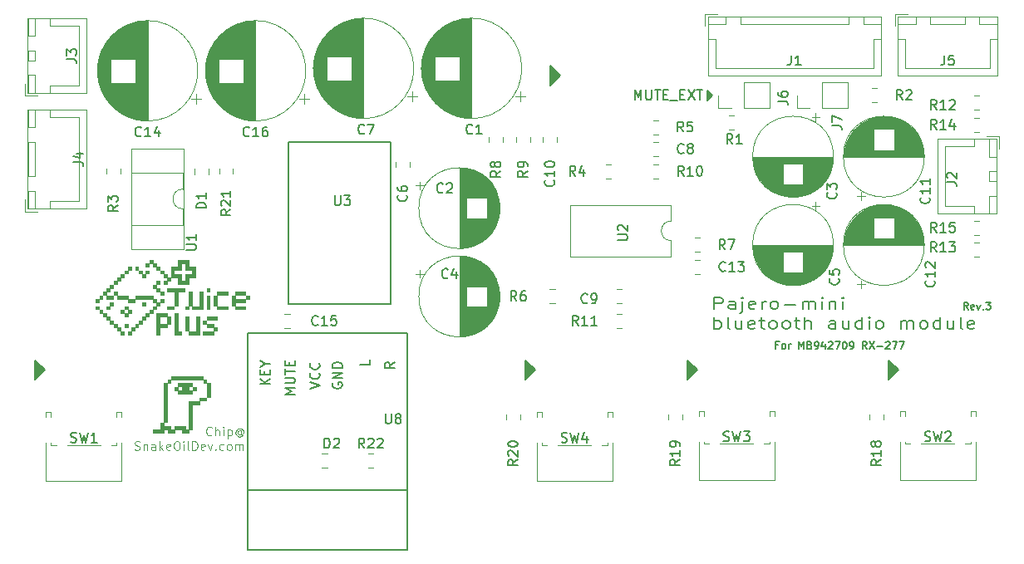
<source format=gto>
%TF.GenerationSoftware,KiCad,Pcbnew,5.0.2+dfsg1-1*%
%TF.CreationDate,2022-04-21T18:11:17+09:00*%
%TF.ProjectId,car-bluetooth,6361722d-626c-4756-9574-6f6f74682e6b,rev?*%
%TF.SameCoordinates,Original*%
%TF.FileFunction,Legend,Top*%
%TF.FilePolarity,Positive*%
%FSLAX46Y46*%
G04 Gerber Fmt 4.6, Leading zero omitted, Abs format (unit mm)*
G04 Created by KiCad (PCBNEW 5.0.2+dfsg1-1) date Thu 21 Apr 2022 06:11:17 PM JST*
%MOMM*%
%LPD*%
G01*
G04 APERTURE LIST*
%ADD10C,0.150000*%
%ADD11C,0.200000*%
%ADD12C,0.120000*%
%ADD13C,0.010000*%
%ADD14O,1.802000X1.802000*%
%ADD15R,1.802000X1.802000*%
%ADD16C,0.100000*%
%ADD17C,1.252000*%
%ADD18R,1.702000X1.702000*%
%ADD19O,1.702000X1.702000*%
%ADD20C,1.702000*%
%ADD21C,1.802000*%
%ADD22O,1.802000X2.052000*%
%ADD23O,2.102000X1.802000*%
%ADD24C,2.202000*%
%ADD25C,1.852000*%
%ADD26C,1.626000*%
%ADD27R,2.102000X2.102000*%
%ADD28C,2.102000*%
%ADD29C,5.702000*%
%ADD30O,2.052000X1.802000*%
G04 APERTURE END LIST*
D10*
G36*
X131000000Y-112500000D02*
X131000000Y-113500000D01*
X131500000Y-113000000D01*
X131000000Y-112500000D01*
G37*
X131000000Y-112500000D02*
X131000000Y-113500000D01*
X131500000Y-113000000D01*
X131000000Y-112500000D01*
D11*
X123619047Y-113452380D02*
X123619047Y-112452380D01*
X123952380Y-113166666D01*
X124285714Y-112452380D01*
X124285714Y-113452380D01*
X124761904Y-112452380D02*
X124761904Y-113261904D01*
X124809523Y-113357142D01*
X124857142Y-113404761D01*
X124952380Y-113452380D01*
X125142857Y-113452380D01*
X125238095Y-113404761D01*
X125285714Y-113357142D01*
X125333333Y-113261904D01*
X125333333Y-112452380D01*
X125666666Y-112452380D02*
X126238095Y-112452380D01*
X125952380Y-113452380D02*
X125952380Y-112452380D01*
X126571428Y-112928571D02*
X126904761Y-112928571D01*
X127047619Y-113452380D02*
X126571428Y-113452380D01*
X126571428Y-112452380D01*
X127047619Y-112452380D01*
X127238095Y-113547619D02*
X128000000Y-113547619D01*
X128238095Y-112928571D02*
X128571428Y-112928571D01*
X128714285Y-113452380D02*
X128238095Y-113452380D01*
X128238095Y-112452380D01*
X128714285Y-112452380D01*
X129047619Y-112452380D02*
X129714285Y-113452380D01*
X129714285Y-112452380D02*
X129047619Y-113452380D01*
X129952380Y-112452380D02*
X130523809Y-112452380D01*
X130238095Y-113452380D02*
X130238095Y-112452380D01*
D10*
G36*
X116000000Y-111000000D02*
X115000000Y-110000000D01*
X115000000Y-112000000D01*
X116000000Y-111000000D01*
G37*
X116000000Y-111000000D02*
X115000000Y-110000000D01*
X115000000Y-112000000D01*
X116000000Y-111000000D01*
G36*
X150500000Y-141000000D02*
X149500000Y-140000000D01*
X149500000Y-142000000D01*
X150500000Y-141000000D01*
G37*
X150500000Y-141000000D02*
X149500000Y-140000000D01*
X149500000Y-142000000D01*
X150500000Y-141000000D01*
G36*
X130000000Y-141000000D02*
X129000000Y-140000000D01*
X129000000Y-142000000D01*
X130000000Y-141000000D01*
G37*
X130000000Y-141000000D02*
X129000000Y-140000000D01*
X129000000Y-142000000D01*
X130000000Y-141000000D01*
G36*
X113500000Y-141000000D02*
X112500000Y-140000000D01*
X112500000Y-142000000D01*
X113500000Y-141000000D01*
G37*
X113500000Y-141000000D02*
X112500000Y-140000000D01*
X112500000Y-142000000D01*
X113500000Y-141000000D01*
G36*
X63500000Y-141000000D02*
X62500000Y-140000000D01*
X62500000Y-142000000D01*
X63500000Y-141000000D01*
G37*
X63500000Y-141000000D02*
X62500000Y-140000000D01*
X62500000Y-142000000D01*
X63500000Y-141000000D01*
X157589285Y-134839285D02*
X157339285Y-134482142D01*
X157160714Y-134839285D02*
X157160714Y-134089285D01*
X157446428Y-134089285D01*
X157517857Y-134125000D01*
X157553571Y-134160714D01*
X157589285Y-134232142D01*
X157589285Y-134339285D01*
X157553571Y-134410714D01*
X157517857Y-134446428D01*
X157446428Y-134482142D01*
X157160714Y-134482142D01*
X158196428Y-134803571D02*
X158125000Y-134839285D01*
X157982142Y-134839285D01*
X157910714Y-134803571D01*
X157875000Y-134732142D01*
X157875000Y-134446428D01*
X157910714Y-134375000D01*
X157982142Y-134339285D01*
X158125000Y-134339285D01*
X158196428Y-134375000D01*
X158232142Y-134446428D01*
X158232142Y-134517857D01*
X157875000Y-134589285D01*
X158482142Y-134339285D02*
X158660714Y-134839285D01*
X158839285Y-134339285D01*
X159125000Y-134767857D02*
X159160714Y-134803571D01*
X159125000Y-134839285D01*
X159089285Y-134803571D01*
X159125000Y-134767857D01*
X159125000Y-134839285D01*
X159410714Y-134089285D02*
X159875000Y-134089285D01*
X159625000Y-134375000D01*
X159732142Y-134375000D01*
X159803571Y-134410714D01*
X159839285Y-134446428D01*
X159875000Y-134517857D01*
X159875000Y-134696428D01*
X159839285Y-134767857D01*
X159803571Y-134803571D01*
X159732142Y-134839285D01*
X159517857Y-134839285D01*
X159446428Y-134803571D01*
X159410714Y-134767857D01*
D12*
X80536285Y-147586428D02*
X80493428Y-147629285D01*
X80364857Y-147672142D01*
X80279142Y-147672142D01*
X80150571Y-147629285D01*
X80064857Y-147543571D01*
X80022000Y-147457857D01*
X79979142Y-147286428D01*
X79979142Y-147157857D01*
X80022000Y-146986428D01*
X80064857Y-146900714D01*
X80150571Y-146815000D01*
X80279142Y-146772142D01*
X80364857Y-146772142D01*
X80493428Y-146815000D01*
X80536285Y-146857857D01*
X80922000Y-147672142D02*
X80922000Y-146772142D01*
X81307714Y-147672142D02*
X81307714Y-147200714D01*
X81264857Y-147115000D01*
X81179142Y-147072142D01*
X81050571Y-147072142D01*
X80964857Y-147115000D01*
X80922000Y-147157857D01*
X81736285Y-147672142D02*
X81736285Y-147072142D01*
X81736285Y-146772142D02*
X81693428Y-146815000D01*
X81736285Y-146857857D01*
X81779142Y-146815000D01*
X81736285Y-146772142D01*
X81736285Y-146857857D01*
X82164857Y-147072142D02*
X82164857Y-147972142D01*
X82164857Y-147115000D02*
X82250571Y-147072142D01*
X82422000Y-147072142D01*
X82507714Y-147115000D01*
X82550571Y-147157857D01*
X82593428Y-147243571D01*
X82593428Y-147500714D01*
X82550571Y-147586428D01*
X82507714Y-147629285D01*
X82422000Y-147672142D01*
X82250571Y-147672142D01*
X82164857Y-147629285D01*
X83536285Y-147243571D02*
X83493428Y-147200714D01*
X83407714Y-147157857D01*
X83322000Y-147157857D01*
X83236285Y-147200714D01*
X83193428Y-147243571D01*
X83150571Y-147329285D01*
X83150571Y-147415000D01*
X83193428Y-147500714D01*
X83236285Y-147543571D01*
X83322000Y-147586428D01*
X83407714Y-147586428D01*
X83493428Y-147543571D01*
X83536285Y-147500714D01*
X83536285Y-147157857D02*
X83536285Y-147500714D01*
X83579142Y-147543571D01*
X83622000Y-147543571D01*
X83707714Y-147500714D01*
X83750571Y-147415000D01*
X83750571Y-147200714D01*
X83664857Y-147072142D01*
X83536285Y-146986428D01*
X83364857Y-146943571D01*
X83193428Y-146986428D01*
X83064857Y-147072142D01*
X82979142Y-147200714D01*
X82936285Y-147372142D01*
X82979142Y-147543571D01*
X83064857Y-147672142D01*
X83193428Y-147757857D01*
X83364857Y-147800714D01*
X83536285Y-147757857D01*
X83664857Y-147672142D01*
X72693428Y-149099285D02*
X72822000Y-149142142D01*
X73036285Y-149142142D01*
X73122000Y-149099285D01*
X73164857Y-149056428D01*
X73207714Y-148970714D01*
X73207714Y-148885000D01*
X73164857Y-148799285D01*
X73122000Y-148756428D01*
X73036285Y-148713571D01*
X72864857Y-148670714D01*
X72779142Y-148627857D01*
X72736285Y-148585000D01*
X72693428Y-148499285D01*
X72693428Y-148413571D01*
X72736285Y-148327857D01*
X72779142Y-148285000D01*
X72864857Y-148242142D01*
X73079142Y-148242142D01*
X73207714Y-148285000D01*
X73593428Y-148542142D02*
X73593428Y-149142142D01*
X73593428Y-148627857D02*
X73636285Y-148585000D01*
X73722000Y-148542142D01*
X73850571Y-148542142D01*
X73936285Y-148585000D01*
X73979142Y-148670714D01*
X73979142Y-149142142D01*
X74793428Y-149142142D02*
X74793428Y-148670714D01*
X74750571Y-148585000D01*
X74664857Y-148542142D01*
X74493428Y-148542142D01*
X74407714Y-148585000D01*
X74793428Y-149099285D02*
X74707714Y-149142142D01*
X74493428Y-149142142D01*
X74407714Y-149099285D01*
X74364857Y-149013571D01*
X74364857Y-148927857D01*
X74407714Y-148842142D01*
X74493428Y-148799285D01*
X74707714Y-148799285D01*
X74793428Y-148756428D01*
X75222000Y-149142142D02*
X75222000Y-148242142D01*
X75307714Y-148799285D02*
X75564857Y-149142142D01*
X75564857Y-148542142D02*
X75222000Y-148885000D01*
X76293428Y-149099285D02*
X76207714Y-149142142D01*
X76036285Y-149142142D01*
X75950571Y-149099285D01*
X75907714Y-149013571D01*
X75907714Y-148670714D01*
X75950571Y-148585000D01*
X76036285Y-148542142D01*
X76207714Y-148542142D01*
X76293428Y-148585000D01*
X76336285Y-148670714D01*
X76336285Y-148756428D01*
X75907714Y-148842142D01*
X76893428Y-148242142D02*
X77064857Y-148242142D01*
X77150571Y-148285000D01*
X77236285Y-148370714D01*
X77279142Y-148542142D01*
X77279142Y-148842142D01*
X77236285Y-149013571D01*
X77150571Y-149099285D01*
X77064857Y-149142142D01*
X76893428Y-149142142D01*
X76807714Y-149099285D01*
X76722000Y-149013571D01*
X76679142Y-148842142D01*
X76679142Y-148542142D01*
X76722000Y-148370714D01*
X76807714Y-148285000D01*
X76893428Y-148242142D01*
X77664857Y-149142142D02*
X77664857Y-148542142D01*
X77664857Y-148242142D02*
X77622000Y-148285000D01*
X77664857Y-148327857D01*
X77707714Y-148285000D01*
X77664857Y-148242142D01*
X77664857Y-148327857D01*
X78222000Y-149142142D02*
X78136285Y-149099285D01*
X78093428Y-149013571D01*
X78093428Y-148242142D01*
X78564857Y-149142142D02*
X78564857Y-148242142D01*
X78779142Y-148242142D01*
X78907714Y-148285000D01*
X78993428Y-148370714D01*
X79036285Y-148456428D01*
X79079142Y-148627857D01*
X79079142Y-148756428D01*
X79036285Y-148927857D01*
X78993428Y-149013571D01*
X78907714Y-149099285D01*
X78779142Y-149142142D01*
X78564857Y-149142142D01*
X79807714Y-149099285D02*
X79722000Y-149142142D01*
X79550571Y-149142142D01*
X79464857Y-149099285D01*
X79422000Y-149013571D01*
X79422000Y-148670714D01*
X79464857Y-148585000D01*
X79550571Y-148542142D01*
X79722000Y-148542142D01*
X79807714Y-148585000D01*
X79850571Y-148670714D01*
X79850571Y-148756428D01*
X79422000Y-148842142D01*
X80150571Y-148542142D02*
X80364857Y-149142142D01*
X80579142Y-148542142D01*
X80922000Y-149056428D02*
X80964857Y-149099285D01*
X80922000Y-149142142D01*
X80879142Y-149099285D01*
X80922000Y-149056428D01*
X80922000Y-149142142D01*
X81736285Y-149099285D02*
X81650571Y-149142142D01*
X81479142Y-149142142D01*
X81393428Y-149099285D01*
X81350571Y-149056428D01*
X81307714Y-148970714D01*
X81307714Y-148713571D01*
X81350571Y-148627857D01*
X81393428Y-148585000D01*
X81479142Y-148542142D01*
X81650571Y-148542142D01*
X81736285Y-148585000D01*
X82250571Y-149142142D02*
X82164857Y-149099285D01*
X82122000Y-149056428D01*
X82079142Y-148970714D01*
X82079142Y-148713571D01*
X82122000Y-148627857D01*
X82164857Y-148585000D01*
X82250571Y-148542142D01*
X82379142Y-148542142D01*
X82464857Y-148585000D01*
X82507714Y-148627857D01*
X82550571Y-148713571D01*
X82550571Y-148970714D01*
X82507714Y-149056428D01*
X82464857Y-149099285D01*
X82379142Y-149142142D01*
X82250571Y-149142142D01*
X82936285Y-149142142D02*
X82936285Y-148542142D01*
X82936285Y-148627857D02*
X82979142Y-148585000D01*
X83064857Y-148542142D01*
X83193428Y-148542142D01*
X83279142Y-148585000D01*
X83322000Y-148670714D01*
X83322000Y-149142142D01*
X83322000Y-148670714D02*
X83364857Y-148585000D01*
X83450571Y-148542142D01*
X83579142Y-148542142D01*
X83664857Y-148585000D01*
X83707714Y-148670714D01*
X83707714Y-149142142D01*
D10*
X138250000Y-138446428D02*
X138000000Y-138446428D01*
X138000000Y-138839285D02*
X138000000Y-138089285D01*
X138357142Y-138089285D01*
X138750000Y-138839285D02*
X138678571Y-138803571D01*
X138642857Y-138767857D01*
X138607142Y-138696428D01*
X138607142Y-138482142D01*
X138642857Y-138410714D01*
X138678571Y-138375000D01*
X138750000Y-138339285D01*
X138857142Y-138339285D01*
X138928571Y-138375000D01*
X138964285Y-138410714D01*
X139000000Y-138482142D01*
X139000000Y-138696428D01*
X138964285Y-138767857D01*
X138928571Y-138803571D01*
X138857142Y-138839285D01*
X138750000Y-138839285D01*
X139321428Y-138839285D02*
X139321428Y-138339285D01*
X139321428Y-138482142D02*
X139357142Y-138410714D01*
X139392857Y-138375000D01*
X139464285Y-138339285D01*
X139535714Y-138339285D01*
X140357142Y-138839285D02*
X140357142Y-138089285D01*
X140607142Y-138625000D01*
X140857142Y-138089285D01*
X140857142Y-138839285D01*
X141464285Y-138446428D02*
X141571428Y-138482142D01*
X141607142Y-138517857D01*
X141642857Y-138589285D01*
X141642857Y-138696428D01*
X141607142Y-138767857D01*
X141571428Y-138803571D01*
X141500000Y-138839285D01*
X141214285Y-138839285D01*
X141214285Y-138089285D01*
X141464285Y-138089285D01*
X141535714Y-138125000D01*
X141571428Y-138160714D01*
X141607142Y-138232142D01*
X141607142Y-138303571D01*
X141571428Y-138375000D01*
X141535714Y-138410714D01*
X141464285Y-138446428D01*
X141214285Y-138446428D01*
X142000000Y-138839285D02*
X142142857Y-138839285D01*
X142214285Y-138803571D01*
X142250000Y-138767857D01*
X142321428Y-138660714D01*
X142357142Y-138517857D01*
X142357142Y-138232142D01*
X142321428Y-138160714D01*
X142285714Y-138125000D01*
X142214285Y-138089285D01*
X142071428Y-138089285D01*
X142000000Y-138125000D01*
X141964285Y-138160714D01*
X141928571Y-138232142D01*
X141928571Y-138410714D01*
X141964285Y-138482142D01*
X142000000Y-138517857D01*
X142071428Y-138553571D01*
X142214285Y-138553571D01*
X142285714Y-138517857D01*
X142321428Y-138482142D01*
X142357142Y-138410714D01*
X143000000Y-138339285D02*
X143000000Y-138839285D01*
X142821428Y-138053571D02*
X142642857Y-138589285D01*
X143107142Y-138589285D01*
X143357142Y-138160714D02*
X143392857Y-138125000D01*
X143464285Y-138089285D01*
X143642857Y-138089285D01*
X143714285Y-138125000D01*
X143750000Y-138160714D01*
X143785714Y-138232142D01*
X143785714Y-138303571D01*
X143750000Y-138410714D01*
X143321428Y-138839285D01*
X143785714Y-138839285D01*
X144035714Y-138089285D02*
X144535714Y-138089285D01*
X144214285Y-138839285D01*
X144964285Y-138089285D02*
X145035714Y-138089285D01*
X145107142Y-138125000D01*
X145142857Y-138160714D01*
X145178571Y-138232142D01*
X145214285Y-138375000D01*
X145214285Y-138553571D01*
X145178571Y-138696428D01*
X145142857Y-138767857D01*
X145107142Y-138803571D01*
X145035714Y-138839285D01*
X144964285Y-138839285D01*
X144892857Y-138803571D01*
X144857142Y-138767857D01*
X144821428Y-138696428D01*
X144785714Y-138553571D01*
X144785714Y-138375000D01*
X144821428Y-138232142D01*
X144857142Y-138160714D01*
X144892857Y-138125000D01*
X144964285Y-138089285D01*
X145571428Y-138839285D02*
X145714285Y-138839285D01*
X145785714Y-138803571D01*
X145821428Y-138767857D01*
X145892857Y-138660714D01*
X145928571Y-138517857D01*
X145928571Y-138232142D01*
X145892857Y-138160714D01*
X145857142Y-138125000D01*
X145785714Y-138089285D01*
X145642857Y-138089285D01*
X145571428Y-138125000D01*
X145535714Y-138160714D01*
X145500000Y-138232142D01*
X145500000Y-138410714D01*
X145535714Y-138482142D01*
X145571428Y-138517857D01*
X145642857Y-138553571D01*
X145785714Y-138553571D01*
X145857142Y-138517857D01*
X145892857Y-138482142D01*
X145928571Y-138410714D01*
X147250000Y-138839285D02*
X147000000Y-138482142D01*
X146821428Y-138839285D02*
X146821428Y-138089285D01*
X147107142Y-138089285D01*
X147178571Y-138125000D01*
X147214285Y-138160714D01*
X147250000Y-138232142D01*
X147250000Y-138339285D01*
X147214285Y-138410714D01*
X147178571Y-138446428D01*
X147107142Y-138482142D01*
X146821428Y-138482142D01*
X147500000Y-138089285D02*
X148000000Y-138839285D01*
X148000000Y-138089285D02*
X147500000Y-138839285D01*
X148285714Y-138553571D02*
X148857142Y-138553571D01*
X149178571Y-138160714D02*
X149214285Y-138125000D01*
X149285714Y-138089285D01*
X149464285Y-138089285D01*
X149535714Y-138125000D01*
X149571428Y-138160714D01*
X149607142Y-138232142D01*
X149607142Y-138303571D01*
X149571428Y-138410714D01*
X149142857Y-138839285D01*
X149607142Y-138839285D01*
X149857142Y-138089285D02*
X150357142Y-138089285D01*
X150035714Y-138839285D01*
X150571428Y-138089285D02*
X151071428Y-138089285D01*
X150750000Y-138839285D01*
D11*
X131737142Y-134792857D02*
X131737142Y-133592857D01*
X132308571Y-133592857D01*
X132451428Y-133650000D01*
X132522857Y-133707142D01*
X132594285Y-133821428D01*
X132594285Y-133992857D01*
X132522857Y-134107142D01*
X132451428Y-134164285D01*
X132308571Y-134221428D01*
X131737142Y-134221428D01*
X133880000Y-134792857D02*
X133880000Y-134164285D01*
X133808571Y-134050000D01*
X133665714Y-133992857D01*
X133380000Y-133992857D01*
X133237142Y-134050000D01*
X133880000Y-134735714D02*
X133737142Y-134792857D01*
X133380000Y-134792857D01*
X133237142Y-134735714D01*
X133165714Y-134621428D01*
X133165714Y-134507142D01*
X133237142Y-134392857D01*
X133380000Y-134335714D01*
X133737142Y-134335714D01*
X133880000Y-134278571D01*
X134594285Y-133992857D02*
X134594285Y-135021428D01*
X134522857Y-135135714D01*
X134380000Y-135192857D01*
X134308571Y-135192857D01*
X134594285Y-133592857D02*
X134522857Y-133650000D01*
X134594285Y-133707142D01*
X134665714Y-133650000D01*
X134594285Y-133592857D01*
X134594285Y-133707142D01*
X135880000Y-134735714D02*
X135737142Y-134792857D01*
X135451428Y-134792857D01*
X135308571Y-134735714D01*
X135237142Y-134621428D01*
X135237142Y-134164285D01*
X135308571Y-134050000D01*
X135451428Y-133992857D01*
X135737142Y-133992857D01*
X135880000Y-134050000D01*
X135951428Y-134164285D01*
X135951428Y-134278571D01*
X135237142Y-134392857D01*
X136594285Y-134792857D02*
X136594285Y-133992857D01*
X136594285Y-134221428D02*
X136665714Y-134107142D01*
X136737142Y-134050000D01*
X136880000Y-133992857D01*
X137022857Y-133992857D01*
X137737142Y-134792857D02*
X137594285Y-134735714D01*
X137522857Y-134678571D01*
X137451428Y-134564285D01*
X137451428Y-134221428D01*
X137522857Y-134107142D01*
X137594285Y-134050000D01*
X137737142Y-133992857D01*
X137951428Y-133992857D01*
X138094285Y-134050000D01*
X138165714Y-134107142D01*
X138237142Y-134221428D01*
X138237142Y-134564285D01*
X138165714Y-134678571D01*
X138094285Y-134735714D01*
X137951428Y-134792857D01*
X137737142Y-134792857D01*
X138880000Y-134335714D02*
X140022857Y-134335714D01*
X140737142Y-134792857D02*
X140737142Y-133992857D01*
X140737142Y-134107142D02*
X140808571Y-134050000D01*
X140951428Y-133992857D01*
X141165714Y-133992857D01*
X141308571Y-134050000D01*
X141380000Y-134164285D01*
X141380000Y-134792857D01*
X141380000Y-134164285D02*
X141451428Y-134050000D01*
X141594285Y-133992857D01*
X141808571Y-133992857D01*
X141951428Y-134050000D01*
X142022857Y-134164285D01*
X142022857Y-134792857D01*
X142737142Y-134792857D02*
X142737142Y-133992857D01*
X142737142Y-133592857D02*
X142665714Y-133650000D01*
X142737142Y-133707142D01*
X142808571Y-133650000D01*
X142737142Y-133592857D01*
X142737142Y-133707142D01*
X143451428Y-133992857D02*
X143451428Y-134792857D01*
X143451428Y-134107142D02*
X143522857Y-134050000D01*
X143665714Y-133992857D01*
X143880000Y-133992857D01*
X144022857Y-134050000D01*
X144094285Y-134164285D01*
X144094285Y-134792857D01*
X144808571Y-134792857D02*
X144808571Y-133992857D01*
X144808571Y-133592857D02*
X144737142Y-133650000D01*
X144808571Y-133707142D01*
X144880000Y-133650000D01*
X144808571Y-133592857D01*
X144808571Y-133707142D01*
X131737142Y-136792857D02*
X131737142Y-135592857D01*
X131737142Y-136050000D02*
X131880000Y-135992857D01*
X132165714Y-135992857D01*
X132308571Y-136050000D01*
X132380000Y-136107142D01*
X132451428Y-136221428D01*
X132451428Y-136564285D01*
X132380000Y-136678571D01*
X132308571Y-136735714D01*
X132165714Y-136792857D01*
X131880000Y-136792857D01*
X131737142Y-136735714D01*
X133308571Y-136792857D02*
X133165714Y-136735714D01*
X133094285Y-136621428D01*
X133094285Y-135592857D01*
X134522857Y-135992857D02*
X134522857Y-136792857D01*
X133880000Y-135992857D02*
X133880000Y-136621428D01*
X133951428Y-136735714D01*
X134094285Y-136792857D01*
X134308571Y-136792857D01*
X134451428Y-136735714D01*
X134522857Y-136678571D01*
X135808571Y-136735714D02*
X135665714Y-136792857D01*
X135380000Y-136792857D01*
X135237142Y-136735714D01*
X135165714Y-136621428D01*
X135165714Y-136164285D01*
X135237142Y-136050000D01*
X135380000Y-135992857D01*
X135665714Y-135992857D01*
X135808571Y-136050000D01*
X135880000Y-136164285D01*
X135880000Y-136278571D01*
X135165714Y-136392857D01*
X136308571Y-135992857D02*
X136880000Y-135992857D01*
X136522857Y-135592857D02*
X136522857Y-136621428D01*
X136594285Y-136735714D01*
X136737142Y-136792857D01*
X136880000Y-136792857D01*
X137594285Y-136792857D02*
X137451428Y-136735714D01*
X137380000Y-136678571D01*
X137308571Y-136564285D01*
X137308571Y-136221428D01*
X137380000Y-136107142D01*
X137451428Y-136050000D01*
X137594285Y-135992857D01*
X137808571Y-135992857D01*
X137951428Y-136050000D01*
X138022857Y-136107142D01*
X138094285Y-136221428D01*
X138094285Y-136564285D01*
X138022857Y-136678571D01*
X137951428Y-136735714D01*
X137808571Y-136792857D01*
X137594285Y-136792857D01*
X138951428Y-136792857D02*
X138808571Y-136735714D01*
X138737142Y-136678571D01*
X138665714Y-136564285D01*
X138665714Y-136221428D01*
X138737142Y-136107142D01*
X138808571Y-136050000D01*
X138951428Y-135992857D01*
X139165714Y-135992857D01*
X139308571Y-136050000D01*
X139380000Y-136107142D01*
X139451428Y-136221428D01*
X139451428Y-136564285D01*
X139380000Y-136678571D01*
X139308571Y-136735714D01*
X139165714Y-136792857D01*
X138951428Y-136792857D01*
X139880000Y-135992857D02*
X140451428Y-135992857D01*
X140094285Y-135592857D02*
X140094285Y-136621428D01*
X140165714Y-136735714D01*
X140308571Y-136792857D01*
X140451428Y-136792857D01*
X140951428Y-136792857D02*
X140951428Y-135592857D01*
X141594285Y-136792857D02*
X141594285Y-136164285D01*
X141522857Y-136050000D01*
X141380000Y-135992857D01*
X141165714Y-135992857D01*
X141022857Y-136050000D01*
X140951428Y-136107142D01*
X144094285Y-136792857D02*
X144094285Y-136164285D01*
X144022857Y-136050000D01*
X143880000Y-135992857D01*
X143594285Y-135992857D01*
X143451428Y-136050000D01*
X144094285Y-136735714D02*
X143951428Y-136792857D01*
X143594285Y-136792857D01*
X143451428Y-136735714D01*
X143380000Y-136621428D01*
X143380000Y-136507142D01*
X143451428Y-136392857D01*
X143594285Y-136335714D01*
X143951428Y-136335714D01*
X144094285Y-136278571D01*
X145451428Y-135992857D02*
X145451428Y-136792857D01*
X144808571Y-135992857D02*
X144808571Y-136621428D01*
X144880000Y-136735714D01*
X145022857Y-136792857D01*
X145237142Y-136792857D01*
X145380000Y-136735714D01*
X145451428Y-136678571D01*
X146808571Y-136792857D02*
X146808571Y-135592857D01*
X146808571Y-136735714D02*
X146665714Y-136792857D01*
X146380000Y-136792857D01*
X146237142Y-136735714D01*
X146165714Y-136678571D01*
X146094285Y-136564285D01*
X146094285Y-136221428D01*
X146165714Y-136107142D01*
X146237142Y-136050000D01*
X146380000Y-135992857D01*
X146665714Y-135992857D01*
X146808571Y-136050000D01*
X147522857Y-136792857D02*
X147522857Y-135992857D01*
X147522857Y-135592857D02*
X147451428Y-135650000D01*
X147522857Y-135707142D01*
X147594285Y-135650000D01*
X147522857Y-135592857D01*
X147522857Y-135707142D01*
X148451428Y-136792857D02*
X148308571Y-136735714D01*
X148237142Y-136678571D01*
X148165714Y-136564285D01*
X148165714Y-136221428D01*
X148237142Y-136107142D01*
X148308571Y-136050000D01*
X148451428Y-135992857D01*
X148665714Y-135992857D01*
X148808571Y-136050000D01*
X148880000Y-136107142D01*
X148951428Y-136221428D01*
X148951428Y-136564285D01*
X148880000Y-136678571D01*
X148808571Y-136735714D01*
X148665714Y-136792857D01*
X148451428Y-136792857D01*
X150737142Y-136792857D02*
X150737142Y-135992857D01*
X150737142Y-136107142D02*
X150808571Y-136050000D01*
X150951428Y-135992857D01*
X151165714Y-135992857D01*
X151308571Y-136050000D01*
X151380000Y-136164285D01*
X151380000Y-136792857D01*
X151380000Y-136164285D02*
X151451428Y-136050000D01*
X151594285Y-135992857D01*
X151808571Y-135992857D01*
X151951428Y-136050000D01*
X152022857Y-136164285D01*
X152022857Y-136792857D01*
X152951428Y-136792857D02*
X152808571Y-136735714D01*
X152737142Y-136678571D01*
X152665714Y-136564285D01*
X152665714Y-136221428D01*
X152737142Y-136107142D01*
X152808571Y-136050000D01*
X152951428Y-135992857D01*
X153165714Y-135992857D01*
X153308571Y-136050000D01*
X153380000Y-136107142D01*
X153451428Y-136221428D01*
X153451428Y-136564285D01*
X153380000Y-136678571D01*
X153308571Y-136735714D01*
X153165714Y-136792857D01*
X152951428Y-136792857D01*
X154737142Y-136792857D02*
X154737142Y-135592857D01*
X154737142Y-136735714D02*
X154594285Y-136792857D01*
X154308571Y-136792857D01*
X154165714Y-136735714D01*
X154094285Y-136678571D01*
X154022857Y-136564285D01*
X154022857Y-136221428D01*
X154094285Y-136107142D01*
X154165714Y-136050000D01*
X154308571Y-135992857D01*
X154594285Y-135992857D01*
X154737142Y-136050000D01*
X156094285Y-135992857D02*
X156094285Y-136792857D01*
X155451428Y-135992857D02*
X155451428Y-136621428D01*
X155522857Y-136735714D01*
X155665714Y-136792857D01*
X155880000Y-136792857D01*
X156022857Y-136735714D01*
X156094285Y-136678571D01*
X157022857Y-136792857D02*
X156880000Y-136735714D01*
X156808571Y-136621428D01*
X156808571Y-135592857D01*
X158165714Y-136735714D02*
X158022857Y-136792857D01*
X157737142Y-136792857D01*
X157594285Y-136735714D01*
X157522857Y-136621428D01*
X157522857Y-136164285D01*
X157594285Y-136050000D01*
X157737142Y-135992857D01*
X158022857Y-135992857D01*
X158165714Y-136050000D01*
X158237142Y-136164285D01*
X158237142Y-136278571D01*
X157522857Y-136392857D01*
D12*
X132130000Y-114330000D02*
X132130000Y-113000000D01*
X133460000Y-114330000D02*
X132130000Y-114330000D01*
X134730000Y-114330000D02*
X134730000Y-111670000D01*
X134730000Y-111670000D02*
X137330000Y-111670000D01*
X134730000Y-114330000D02*
X137330000Y-114330000D01*
X137330000Y-114330000D02*
X137330000Y-111670000D01*
X148286252Y-113710000D02*
X147763748Y-113710000D01*
X148286252Y-112290000D02*
X147763748Y-112290000D01*
X127330000Y-127810000D02*
G75*
G02X127330000Y-125810000I0J1000000D01*
G01*
X127330000Y-125810000D02*
X127330000Y-124160000D01*
X127330000Y-124160000D02*
X117050000Y-124160000D01*
X117050000Y-124160000D02*
X117050000Y-129460000D01*
X117050000Y-129460000D02*
X127330000Y-129460000D01*
X127330000Y-129460000D02*
X127330000Y-127810000D01*
X142465000Y-115240302D02*
X141665000Y-115240302D01*
X142065000Y-114840302D02*
X142065000Y-115640302D01*
X140283000Y-123331000D02*
X139217000Y-123331000D01*
X140518000Y-123291000D02*
X138982000Y-123291000D01*
X140698000Y-123251000D02*
X138802000Y-123251000D01*
X140848000Y-123211000D02*
X138652000Y-123211000D01*
X140979000Y-123171000D02*
X138521000Y-123171000D01*
X141096000Y-123131000D02*
X138404000Y-123131000D01*
X141203000Y-123091000D02*
X138297000Y-123091000D01*
X141302000Y-123051000D02*
X138198000Y-123051000D01*
X141395000Y-123011000D02*
X138105000Y-123011000D01*
X141481000Y-122971000D02*
X138019000Y-122971000D01*
X141563000Y-122931000D02*
X137937000Y-122931000D01*
X141640000Y-122891000D02*
X137860000Y-122891000D01*
X141714000Y-122851000D02*
X137786000Y-122851000D01*
X141784000Y-122811000D02*
X137716000Y-122811000D01*
X141852000Y-122771000D02*
X137648000Y-122771000D01*
X141916000Y-122731000D02*
X137584000Y-122731000D01*
X141978000Y-122691000D02*
X137522000Y-122691000D01*
X142037000Y-122651000D02*
X137463000Y-122651000D01*
X142095000Y-122611000D02*
X137405000Y-122611000D01*
X142150000Y-122571000D02*
X137350000Y-122571000D01*
X142204000Y-122531000D02*
X137296000Y-122531000D01*
X142255000Y-122491000D02*
X137245000Y-122491000D01*
X142306000Y-122451000D02*
X137194000Y-122451000D01*
X142354000Y-122411000D02*
X137146000Y-122411000D01*
X142401000Y-122371000D02*
X137099000Y-122371000D01*
X142447000Y-122331000D02*
X137053000Y-122331000D01*
X142491000Y-122291000D02*
X137009000Y-122291000D01*
X142534000Y-122251000D02*
X136966000Y-122251000D01*
X142576000Y-122211000D02*
X136924000Y-122211000D01*
X142617000Y-122171000D02*
X136883000Y-122171000D01*
X142657000Y-122131000D02*
X136843000Y-122131000D01*
X142695000Y-122091000D02*
X136805000Y-122091000D01*
X142733000Y-122051000D02*
X136767000Y-122051000D01*
X138710000Y-122011000D02*
X136731000Y-122011000D01*
X142769000Y-122011000D02*
X140790000Y-122011000D01*
X138710000Y-121971000D02*
X136695000Y-121971000D01*
X142805000Y-121971000D02*
X140790000Y-121971000D01*
X138710000Y-121931000D02*
X136660000Y-121931000D01*
X142840000Y-121931000D02*
X140790000Y-121931000D01*
X138710000Y-121891000D02*
X136626000Y-121891000D01*
X142874000Y-121891000D02*
X140790000Y-121891000D01*
X138710000Y-121851000D02*
X136594000Y-121851000D01*
X142906000Y-121851000D02*
X140790000Y-121851000D01*
X138710000Y-121811000D02*
X136561000Y-121811000D01*
X142939000Y-121811000D02*
X140790000Y-121811000D01*
X138710000Y-121771000D02*
X136530000Y-121771000D01*
X142970000Y-121771000D02*
X140790000Y-121771000D01*
X138710000Y-121731000D02*
X136500000Y-121731000D01*
X143000000Y-121731000D02*
X140790000Y-121731000D01*
X138710000Y-121691000D02*
X136470000Y-121691000D01*
X143030000Y-121691000D02*
X140790000Y-121691000D01*
X138710000Y-121651000D02*
X136441000Y-121651000D01*
X143059000Y-121651000D02*
X140790000Y-121651000D01*
X138710000Y-121611000D02*
X136412000Y-121611000D01*
X143088000Y-121611000D02*
X140790000Y-121611000D01*
X138710000Y-121571000D02*
X136385000Y-121571000D01*
X143115000Y-121571000D02*
X140790000Y-121571000D01*
X138710000Y-121531000D02*
X136358000Y-121531000D01*
X143142000Y-121531000D02*
X140790000Y-121531000D01*
X138710000Y-121491000D02*
X136332000Y-121491000D01*
X143168000Y-121491000D02*
X140790000Y-121491000D01*
X138710000Y-121451000D02*
X136306000Y-121451000D01*
X143194000Y-121451000D02*
X140790000Y-121451000D01*
X138710000Y-121411000D02*
X136281000Y-121411000D01*
X143219000Y-121411000D02*
X140790000Y-121411000D01*
X138710000Y-121371000D02*
X136257000Y-121371000D01*
X143243000Y-121371000D02*
X140790000Y-121371000D01*
X138710000Y-121331000D02*
X136233000Y-121331000D01*
X143267000Y-121331000D02*
X140790000Y-121331000D01*
X138710000Y-121291000D02*
X136210000Y-121291000D01*
X143290000Y-121291000D02*
X140790000Y-121291000D01*
X138710000Y-121251000D02*
X136188000Y-121251000D01*
X143312000Y-121251000D02*
X140790000Y-121251000D01*
X138710000Y-121211000D02*
X136166000Y-121211000D01*
X143334000Y-121211000D02*
X140790000Y-121211000D01*
X138710000Y-121171000D02*
X136144000Y-121171000D01*
X143356000Y-121171000D02*
X140790000Y-121171000D01*
X138710000Y-121131000D02*
X136123000Y-121131000D01*
X143377000Y-121131000D02*
X140790000Y-121131000D01*
X138710000Y-121091000D02*
X136103000Y-121091000D01*
X143397000Y-121091000D02*
X140790000Y-121091000D01*
X138710000Y-121051000D02*
X136084000Y-121051000D01*
X143416000Y-121051000D02*
X140790000Y-121051000D01*
X138710000Y-121011000D02*
X136064000Y-121011000D01*
X143436000Y-121011000D02*
X140790000Y-121011000D01*
X138710000Y-120971000D02*
X136046000Y-120971000D01*
X143454000Y-120971000D02*
X140790000Y-120971000D01*
X138710000Y-120931000D02*
X136028000Y-120931000D01*
X143472000Y-120931000D02*
X140790000Y-120931000D01*
X138710000Y-120891000D02*
X136010000Y-120891000D01*
X143490000Y-120891000D02*
X140790000Y-120891000D01*
X138710000Y-120851000D02*
X135993000Y-120851000D01*
X143507000Y-120851000D02*
X140790000Y-120851000D01*
X138710000Y-120811000D02*
X135976000Y-120811000D01*
X143524000Y-120811000D02*
X140790000Y-120811000D01*
X138710000Y-120771000D02*
X135960000Y-120771000D01*
X143540000Y-120771000D02*
X140790000Y-120771000D01*
X138710000Y-120731000D02*
X135945000Y-120731000D01*
X143555000Y-120731000D02*
X140790000Y-120731000D01*
X138710000Y-120691000D02*
X135929000Y-120691000D01*
X143571000Y-120691000D02*
X140790000Y-120691000D01*
X138710000Y-120651000D02*
X135915000Y-120651000D01*
X143585000Y-120651000D02*
X140790000Y-120651000D01*
X138710000Y-120611000D02*
X135900000Y-120611000D01*
X143600000Y-120611000D02*
X140790000Y-120611000D01*
X138710000Y-120571000D02*
X135887000Y-120571000D01*
X143613000Y-120571000D02*
X140790000Y-120571000D01*
X138710000Y-120531000D02*
X135873000Y-120531000D01*
X143627000Y-120531000D02*
X140790000Y-120531000D01*
X138710000Y-120491000D02*
X135861000Y-120491000D01*
X143639000Y-120491000D02*
X140790000Y-120491000D01*
X138710000Y-120451000D02*
X135848000Y-120451000D01*
X143652000Y-120451000D02*
X140790000Y-120451000D01*
X138710000Y-120411000D02*
X135836000Y-120411000D01*
X143664000Y-120411000D02*
X140790000Y-120411000D01*
X138710000Y-120371000D02*
X135825000Y-120371000D01*
X143675000Y-120371000D02*
X140790000Y-120371000D01*
X138710000Y-120331000D02*
X135814000Y-120331000D01*
X143686000Y-120331000D02*
X140790000Y-120331000D01*
X138710000Y-120291000D02*
X135803000Y-120291000D01*
X143697000Y-120291000D02*
X140790000Y-120291000D01*
X138710000Y-120251000D02*
X135793000Y-120251000D01*
X143707000Y-120251000D02*
X140790000Y-120251000D01*
X138710000Y-120211000D02*
X135783000Y-120211000D01*
X143717000Y-120211000D02*
X140790000Y-120211000D01*
X138710000Y-120171000D02*
X135774000Y-120171000D01*
X143726000Y-120171000D02*
X140790000Y-120171000D01*
X138710000Y-120131000D02*
X135765000Y-120131000D01*
X143735000Y-120131000D02*
X140790000Y-120131000D01*
X138710000Y-120091000D02*
X135756000Y-120091000D01*
X143744000Y-120091000D02*
X140790000Y-120091000D01*
X138710000Y-120051000D02*
X135748000Y-120051000D01*
X143752000Y-120051000D02*
X140790000Y-120051000D01*
X138710000Y-120011000D02*
X135740000Y-120011000D01*
X143760000Y-120011000D02*
X140790000Y-120011000D01*
X138710000Y-119971000D02*
X135733000Y-119971000D01*
X143767000Y-119971000D02*
X140790000Y-119971000D01*
X143774000Y-119930000D02*
X135726000Y-119930000D01*
X143780000Y-119890000D02*
X135720000Y-119890000D01*
X143787000Y-119850000D02*
X135713000Y-119850000D01*
X143792000Y-119810000D02*
X135708000Y-119810000D01*
X143798000Y-119770000D02*
X135702000Y-119770000D01*
X143802000Y-119730000D02*
X135698000Y-119730000D01*
X143807000Y-119690000D02*
X135693000Y-119690000D01*
X143811000Y-119650000D02*
X135689000Y-119650000D01*
X143815000Y-119610000D02*
X135685000Y-119610000D01*
X143818000Y-119570000D02*
X135682000Y-119570000D01*
X143821000Y-119530000D02*
X135679000Y-119530000D01*
X143824000Y-119490000D02*
X135676000Y-119490000D01*
X143826000Y-119450000D02*
X135674000Y-119450000D01*
X143827000Y-119410000D02*
X135673000Y-119410000D01*
X143829000Y-119370000D02*
X135671000Y-119370000D01*
X143830000Y-119330000D02*
X135670000Y-119330000D01*
X143830000Y-119290000D02*
X135670000Y-119290000D01*
X143830000Y-119250000D02*
X135670000Y-119250000D01*
X143870000Y-119250000D02*
G75*
G03X143870000Y-119250000I-4120000J0D01*
G01*
X96463748Y-150960000D02*
X96986252Y-150960000D01*
X96463748Y-149540000D02*
X96986252Y-149540000D01*
X77580000Y-124560000D02*
G75*
G02X77580000Y-122560000I0J1000000D01*
G01*
X77580000Y-122560000D02*
X77580000Y-120910000D01*
X77580000Y-120910000D02*
X72380000Y-120910000D01*
X72380000Y-120910000D02*
X72380000Y-126210000D01*
X72380000Y-126210000D02*
X77580000Y-126210000D01*
X77580000Y-126210000D02*
X77580000Y-124560000D01*
X77640000Y-118420000D02*
X72320000Y-118420000D01*
X72320000Y-118420000D02*
X72320000Y-128700000D01*
X72320000Y-128700000D02*
X77640000Y-128700000D01*
X77640000Y-128700000D02*
X77640000Y-118420000D01*
X109870000Y-124500000D02*
G75*
G03X109870000Y-124500000I-4120000J0D01*
G01*
X105750000Y-120420000D02*
X105750000Y-128580000D01*
X105790000Y-120420000D02*
X105790000Y-128580000D01*
X105830000Y-120420000D02*
X105830000Y-128580000D01*
X105870000Y-120421000D02*
X105870000Y-128579000D01*
X105910000Y-120423000D02*
X105910000Y-128577000D01*
X105950000Y-120424000D02*
X105950000Y-128576000D01*
X105990000Y-120426000D02*
X105990000Y-128574000D01*
X106030000Y-120429000D02*
X106030000Y-128571000D01*
X106070000Y-120432000D02*
X106070000Y-128568000D01*
X106110000Y-120435000D02*
X106110000Y-128565000D01*
X106150000Y-120439000D02*
X106150000Y-128561000D01*
X106190000Y-120443000D02*
X106190000Y-128557000D01*
X106230000Y-120448000D02*
X106230000Y-128552000D01*
X106270000Y-120452000D02*
X106270000Y-128548000D01*
X106310000Y-120458000D02*
X106310000Y-128542000D01*
X106350000Y-120463000D02*
X106350000Y-128537000D01*
X106390000Y-120470000D02*
X106390000Y-128530000D01*
X106430000Y-120476000D02*
X106430000Y-128524000D01*
X106471000Y-120483000D02*
X106471000Y-123460000D01*
X106471000Y-125540000D02*
X106471000Y-128517000D01*
X106511000Y-120490000D02*
X106511000Y-123460000D01*
X106511000Y-125540000D02*
X106511000Y-128510000D01*
X106551000Y-120498000D02*
X106551000Y-123460000D01*
X106551000Y-125540000D02*
X106551000Y-128502000D01*
X106591000Y-120506000D02*
X106591000Y-123460000D01*
X106591000Y-125540000D02*
X106591000Y-128494000D01*
X106631000Y-120515000D02*
X106631000Y-123460000D01*
X106631000Y-125540000D02*
X106631000Y-128485000D01*
X106671000Y-120524000D02*
X106671000Y-123460000D01*
X106671000Y-125540000D02*
X106671000Y-128476000D01*
X106711000Y-120533000D02*
X106711000Y-123460000D01*
X106711000Y-125540000D02*
X106711000Y-128467000D01*
X106751000Y-120543000D02*
X106751000Y-123460000D01*
X106751000Y-125540000D02*
X106751000Y-128457000D01*
X106791000Y-120553000D02*
X106791000Y-123460000D01*
X106791000Y-125540000D02*
X106791000Y-128447000D01*
X106831000Y-120564000D02*
X106831000Y-123460000D01*
X106831000Y-125540000D02*
X106831000Y-128436000D01*
X106871000Y-120575000D02*
X106871000Y-123460000D01*
X106871000Y-125540000D02*
X106871000Y-128425000D01*
X106911000Y-120586000D02*
X106911000Y-123460000D01*
X106911000Y-125540000D02*
X106911000Y-128414000D01*
X106951000Y-120598000D02*
X106951000Y-123460000D01*
X106951000Y-125540000D02*
X106951000Y-128402000D01*
X106991000Y-120611000D02*
X106991000Y-123460000D01*
X106991000Y-125540000D02*
X106991000Y-128389000D01*
X107031000Y-120623000D02*
X107031000Y-123460000D01*
X107031000Y-125540000D02*
X107031000Y-128377000D01*
X107071000Y-120637000D02*
X107071000Y-123460000D01*
X107071000Y-125540000D02*
X107071000Y-128363000D01*
X107111000Y-120650000D02*
X107111000Y-123460000D01*
X107111000Y-125540000D02*
X107111000Y-128350000D01*
X107151000Y-120665000D02*
X107151000Y-123460000D01*
X107151000Y-125540000D02*
X107151000Y-128335000D01*
X107191000Y-120679000D02*
X107191000Y-123460000D01*
X107191000Y-125540000D02*
X107191000Y-128321000D01*
X107231000Y-120695000D02*
X107231000Y-123460000D01*
X107231000Y-125540000D02*
X107231000Y-128305000D01*
X107271000Y-120710000D02*
X107271000Y-123460000D01*
X107271000Y-125540000D02*
X107271000Y-128290000D01*
X107311000Y-120726000D02*
X107311000Y-123460000D01*
X107311000Y-125540000D02*
X107311000Y-128274000D01*
X107351000Y-120743000D02*
X107351000Y-123460000D01*
X107351000Y-125540000D02*
X107351000Y-128257000D01*
X107391000Y-120760000D02*
X107391000Y-123460000D01*
X107391000Y-125540000D02*
X107391000Y-128240000D01*
X107431000Y-120778000D02*
X107431000Y-123460000D01*
X107431000Y-125540000D02*
X107431000Y-128222000D01*
X107471000Y-120796000D02*
X107471000Y-123460000D01*
X107471000Y-125540000D02*
X107471000Y-128204000D01*
X107511000Y-120814000D02*
X107511000Y-123460000D01*
X107511000Y-125540000D02*
X107511000Y-128186000D01*
X107551000Y-120834000D02*
X107551000Y-123460000D01*
X107551000Y-125540000D02*
X107551000Y-128166000D01*
X107591000Y-120853000D02*
X107591000Y-123460000D01*
X107591000Y-125540000D02*
X107591000Y-128147000D01*
X107631000Y-120873000D02*
X107631000Y-123460000D01*
X107631000Y-125540000D02*
X107631000Y-128127000D01*
X107671000Y-120894000D02*
X107671000Y-123460000D01*
X107671000Y-125540000D02*
X107671000Y-128106000D01*
X107711000Y-120916000D02*
X107711000Y-123460000D01*
X107711000Y-125540000D02*
X107711000Y-128084000D01*
X107751000Y-120938000D02*
X107751000Y-123460000D01*
X107751000Y-125540000D02*
X107751000Y-128062000D01*
X107791000Y-120960000D02*
X107791000Y-123460000D01*
X107791000Y-125540000D02*
X107791000Y-128040000D01*
X107831000Y-120983000D02*
X107831000Y-123460000D01*
X107831000Y-125540000D02*
X107831000Y-128017000D01*
X107871000Y-121007000D02*
X107871000Y-123460000D01*
X107871000Y-125540000D02*
X107871000Y-127993000D01*
X107911000Y-121031000D02*
X107911000Y-123460000D01*
X107911000Y-125540000D02*
X107911000Y-127969000D01*
X107951000Y-121056000D02*
X107951000Y-123460000D01*
X107951000Y-125540000D02*
X107951000Y-127944000D01*
X107991000Y-121082000D02*
X107991000Y-123460000D01*
X107991000Y-125540000D02*
X107991000Y-127918000D01*
X108031000Y-121108000D02*
X108031000Y-123460000D01*
X108031000Y-125540000D02*
X108031000Y-127892000D01*
X108071000Y-121135000D02*
X108071000Y-123460000D01*
X108071000Y-125540000D02*
X108071000Y-127865000D01*
X108111000Y-121162000D02*
X108111000Y-123460000D01*
X108111000Y-125540000D02*
X108111000Y-127838000D01*
X108151000Y-121191000D02*
X108151000Y-123460000D01*
X108151000Y-125540000D02*
X108151000Y-127809000D01*
X108191000Y-121220000D02*
X108191000Y-123460000D01*
X108191000Y-125540000D02*
X108191000Y-127780000D01*
X108231000Y-121250000D02*
X108231000Y-123460000D01*
X108231000Y-125540000D02*
X108231000Y-127750000D01*
X108271000Y-121280000D02*
X108271000Y-123460000D01*
X108271000Y-125540000D02*
X108271000Y-127720000D01*
X108311000Y-121311000D02*
X108311000Y-123460000D01*
X108311000Y-125540000D02*
X108311000Y-127689000D01*
X108351000Y-121344000D02*
X108351000Y-123460000D01*
X108351000Y-125540000D02*
X108351000Y-127656000D01*
X108391000Y-121376000D02*
X108391000Y-123460000D01*
X108391000Y-125540000D02*
X108391000Y-127624000D01*
X108431000Y-121410000D02*
X108431000Y-123460000D01*
X108431000Y-125540000D02*
X108431000Y-127590000D01*
X108471000Y-121445000D02*
X108471000Y-123460000D01*
X108471000Y-125540000D02*
X108471000Y-127555000D01*
X108511000Y-121481000D02*
X108511000Y-123460000D01*
X108511000Y-125540000D02*
X108511000Y-127519000D01*
X108551000Y-121517000D02*
X108551000Y-127483000D01*
X108591000Y-121555000D02*
X108591000Y-127445000D01*
X108631000Y-121593000D02*
X108631000Y-127407000D01*
X108671000Y-121633000D02*
X108671000Y-127367000D01*
X108711000Y-121674000D02*
X108711000Y-127326000D01*
X108751000Y-121716000D02*
X108751000Y-127284000D01*
X108791000Y-121759000D02*
X108791000Y-127241000D01*
X108831000Y-121803000D02*
X108831000Y-127197000D01*
X108871000Y-121849000D02*
X108871000Y-127151000D01*
X108911000Y-121896000D02*
X108911000Y-127104000D01*
X108951000Y-121944000D02*
X108951000Y-127056000D01*
X108991000Y-121995000D02*
X108991000Y-127005000D01*
X109031000Y-122046000D02*
X109031000Y-126954000D01*
X109071000Y-122100000D02*
X109071000Y-126900000D01*
X109111000Y-122155000D02*
X109111000Y-126845000D01*
X109151000Y-122213000D02*
X109151000Y-126787000D01*
X109191000Y-122272000D02*
X109191000Y-126728000D01*
X109231000Y-122334000D02*
X109231000Y-126666000D01*
X109271000Y-122398000D02*
X109271000Y-126602000D01*
X109311000Y-122466000D02*
X109311000Y-126534000D01*
X109351000Y-122536000D02*
X109351000Y-126464000D01*
X109391000Y-122610000D02*
X109391000Y-126390000D01*
X109431000Y-122687000D02*
X109431000Y-126313000D01*
X109471000Y-122769000D02*
X109471000Y-126231000D01*
X109511000Y-122855000D02*
X109511000Y-126145000D01*
X109551000Y-122948000D02*
X109551000Y-126052000D01*
X109591000Y-123047000D02*
X109591000Y-125953000D01*
X109631000Y-123154000D02*
X109631000Y-125846000D01*
X109671000Y-123271000D02*
X109671000Y-125729000D01*
X109711000Y-123402000D02*
X109711000Y-125598000D01*
X109751000Y-123552000D02*
X109751000Y-125448000D01*
X109791000Y-123732000D02*
X109791000Y-125268000D01*
X109831000Y-123967000D02*
X109831000Y-125033000D01*
X101340302Y-122185000D02*
X102140302Y-122185000D01*
X101740302Y-121785000D02*
X101740302Y-122585000D01*
X109870000Y-133500000D02*
G75*
G03X109870000Y-133500000I-4120000J0D01*
G01*
X105750000Y-129420000D02*
X105750000Y-137580000D01*
X105790000Y-129420000D02*
X105790000Y-137580000D01*
X105830000Y-129420000D02*
X105830000Y-137580000D01*
X105870000Y-129421000D02*
X105870000Y-137579000D01*
X105910000Y-129423000D02*
X105910000Y-137577000D01*
X105950000Y-129424000D02*
X105950000Y-137576000D01*
X105990000Y-129426000D02*
X105990000Y-137574000D01*
X106030000Y-129429000D02*
X106030000Y-137571000D01*
X106070000Y-129432000D02*
X106070000Y-137568000D01*
X106110000Y-129435000D02*
X106110000Y-137565000D01*
X106150000Y-129439000D02*
X106150000Y-137561000D01*
X106190000Y-129443000D02*
X106190000Y-137557000D01*
X106230000Y-129448000D02*
X106230000Y-137552000D01*
X106270000Y-129452000D02*
X106270000Y-137548000D01*
X106310000Y-129458000D02*
X106310000Y-137542000D01*
X106350000Y-129463000D02*
X106350000Y-137537000D01*
X106390000Y-129470000D02*
X106390000Y-137530000D01*
X106430000Y-129476000D02*
X106430000Y-137524000D01*
X106471000Y-129483000D02*
X106471000Y-132460000D01*
X106471000Y-134540000D02*
X106471000Y-137517000D01*
X106511000Y-129490000D02*
X106511000Y-132460000D01*
X106511000Y-134540000D02*
X106511000Y-137510000D01*
X106551000Y-129498000D02*
X106551000Y-132460000D01*
X106551000Y-134540000D02*
X106551000Y-137502000D01*
X106591000Y-129506000D02*
X106591000Y-132460000D01*
X106591000Y-134540000D02*
X106591000Y-137494000D01*
X106631000Y-129515000D02*
X106631000Y-132460000D01*
X106631000Y-134540000D02*
X106631000Y-137485000D01*
X106671000Y-129524000D02*
X106671000Y-132460000D01*
X106671000Y-134540000D02*
X106671000Y-137476000D01*
X106711000Y-129533000D02*
X106711000Y-132460000D01*
X106711000Y-134540000D02*
X106711000Y-137467000D01*
X106751000Y-129543000D02*
X106751000Y-132460000D01*
X106751000Y-134540000D02*
X106751000Y-137457000D01*
X106791000Y-129553000D02*
X106791000Y-132460000D01*
X106791000Y-134540000D02*
X106791000Y-137447000D01*
X106831000Y-129564000D02*
X106831000Y-132460000D01*
X106831000Y-134540000D02*
X106831000Y-137436000D01*
X106871000Y-129575000D02*
X106871000Y-132460000D01*
X106871000Y-134540000D02*
X106871000Y-137425000D01*
X106911000Y-129586000D02*
X106911000Y-132460000D01*
X106911000Y-134540000D02*
X106911000Y-137414000D01*
X106951000Y-129598000D02*
X106951000Y-132460000D01*
X106951000Y-134540000D02*
X106951000Y-137402000D01*
X106991000Y-129611000D02*
X106991000Y-132460000D01*
X106991000Y-134540000D02*
X106991000Y-137389000D01*
X107031000Y-129623000D02*
X107031000Y-132460000D01*
X107031000Y-134540000D02*
X107031000Y-137377000D01*
X107071000Y-129637000D02*
X107071000Y-132460000D01*
X107071000Y-134540000D02*
X107071000Y-137363000D01*
X107111000Y-129650000D02*
X107111000Y-132460000D01*
X107111000Y-134540000D02*
X107111000Y-137350000D01*
X107151000Y-129665000D02*
X107151000Y-132460000D01*
X107151000Y-134540000D02*
X107151000Y-137335000D01*
X107191000Y-129679000D02*
X107191000Y-132460000D01*
X107191000Y-134540000D02*
X107191000Y-137321000D01*
X107231000Y-129695000D02*
X107231000Y-132460000D01*
X107231000Y-134540000D02*
X107231000Y-137305000D01*
X107271000Y-129710000D02*
X107271000Y-132460000D01*
X107271000Y-134540000D02*
X107271000Y-137290000D01*
X107311000Y-129726000D02*
X107311000Y-132460000D01*
X107311000Y-134540000D02*
X107311000Y-137274000D01*
X107351000Y-129743000D02*
X107351000Y-132460000D01*
X107351000Y-134540000D02*
X107351000Y-137257000D01*
X107391000Y-129760000D02*
X107391000Y-132460000D01*
X107391000Y-134540000D02*
X107391000Y-137240000D01*
X107431000Y-129778000D02*
X107431000Y-132460000D01*
X107431000Y-134540000D02*
X107431000Y-137222000D01*
X107471000Y-129796000D02*
X107471000Y-132460000D01*
X107471000Y-134540000D02*
X107471000Y-137204000D01*
X107511000Y-129814000D02*
X107511000Y-132460000D01*
X107511000Y-134540000D02*
X107511000Y-137186000D01*
X107551000Y-129834000D02*
X107551000Y-132460000D01*
X107551000Y-134540000D02*
X107551000Y-137166000D01*
X107591000Y-129853000D02*
X107591000Y-132460000D01*
X107591000Y-134540000D02*
X107591000Y-137147000D01*
X107631000Y-129873000D02*
X107631000Y-132460000D01*
X107631000Y-134540000D02*
X107631000Y-137127000D01*
X107671000Y-129894000D02*
X107671000Y-132460000D01*
X107671000Y-134540000D02*
X107671000Y-137106000D01*
X107711000Y-129916000D02*
X107711000Y-132460000D01*
X107711000Y-134540000D02*
X107711000Y-137084000D01*
X107751000Y-129938000D02*
X107751000Y-132460000D01*
X107751000Y-134540000D02*
X107751000Y-137062000D01*
X107791000Y-129960000D02*
X107791000Y-132460000D01*
X107791000Y-134540000D02*
X107791000Y-137040000D01*
X107831000Y-129983000D02*
X107831000Y-132460000D01*
X107831000Y-134540000D02*
X107831000Y-137017000D01*
X107871000Y-130007000D02*
X107871000Y-132460000D01*
X107871000Y-134540000D02*
X107871000Y-136993000D01*
X107911000Y-130031000D02*
X107911000Y-132460000D01*
X107911000Y-134540000D02*
X107911000Y-136969000D01*
X107951000Y-130056000D02*
X107951000Y-132460000D01*
X107951000Y-134540000D02*
X107951000Y-136944000D01*
X107991000Y-130082000D02*
X107991000Y-132460000D01*
X107991000Y-134540000D02*
X107991000Y-136918000D01*
X108031000Y-130108000D02*
X108031000Y-132460000D01*
X108031000Y-134540000D02*
X108031000Y-136892000D01*
X108071000Y-130135000D02*
X108071000Y-132460000D01*
X108071000Y-134540000D02*
X108071000Y-136865000D01*
X108111000Y-130162000D02*
X108111000Y-132460000D01*
X108111000Y-134540000D02*
X108111000Y-136838000D01*
X108151000Y-130191000D02*
X108151000Y-132460000D01*
X108151000Y-134540000D02*
X108151000Y-136809000D01*
X108191000Y-130220000D02*
X108191000Y-132460000D01*
X108191000Y-134540000D02*
X108191000Y-136780000D01*
X108231000Y-130250000D02*
X108231000Y-132460000D01*
X108231000Y-134540000D02*
X108231000Y-136750000D01*
X108271000Y-130280000D02*
X108271000Y-132460000D01*
X108271000Y-134540000D02*
X108271000Y-136720000D01*
X108311000Y-130311000D02*
X108311000Y-132460000D01*
X108311000Y-134540000D02*
X108311000Y-136689000D01*
X108351000Y-130344000D02*
X108351000Y-132460000D01*
X108351000Y-134540000D02*
X108351000Y-136656000D01*
X108391000Y-130376000D02*
X108391000Y-132460000D01*
X108391000Y-134540000D02*
X108391000Y-136624000D01*
X108431000Y-130410000D02*
X108431000Y-132460000D01*
X108431000Y-134540000D02*
X108431000Y-136590000D01*
X108471000Y-130445000D02*
X108471000Y-132460000D01*
X108471000Y-134540000D02*
X108471000Y-136555000D01*
X108511000Y-130481000D02*
X108511000Y-132460000D01*
X108511000Y-134540000D02*
X108511000Y-136519000D01*
X108551000Y-130517000D02*
X108551000Y-136483000D01*
X108591000Y-130555000D02*
X108591000Y-136445000D01*
X108631000Y-130593000D02*
X108631000Y-136407000D01*
X108671000Y-130633000D02*
X108671000Y-136367000D01*
X108711000Y-130674000D02*
X108711000Y-136326000D01*
X108751000Y-130716000D02*
X108751000Y-136284000D01*
X108791000Y-130759000D02*
X108791000Y-136241000D01*
X108831000Y-130803000D02*
X108831000Y-136197000D01*
X108871000Y-130849000D02*
X108871000Y-136151000D01*
X108911000Y-130896000D02*
X108911000Y-136104000D01*
X108951000Y-130944000D02*
X108951000Y-136056000D01*
X108991000Y-130995000D02*
X108991000Y-136005000D01*
X109031000Y-131046000D02*
X109031000Y-135954000D01*
X109071000Y-131100000D02*
X109071000Y-135900000D01*
X109111000Y-131155000D02*
X109111000Y-135845000D01*
X109151000Y-131213000D02*
X109151000Y-135787000D01*
X109191000Y-131272000D02*
X109191000Y-135728000D01*
X109231000Y-131334000D02*
X109231000Y-135666000D01*
X109271000Y-131398000D02*
X109271000Y-135602000D01*
X109311000Y-131466000D02*
X109311000Y-135534000D01*
X109351000Y-131536000D02*
X109351000Y-135464000D01*
X109391000Y-131610000D02*
X109391000Y-135390000D01*
X109431000Y-131687000D02*
X109431000Y-135313000D01*
X109471000Y-131769000D02*
X109471000Y-135231000D01*
X109511000Y-131855000D02*
X109511000Y-135145000D01*
X109551000Y-131948000D02*
X109551000Y-135052000D01*
X109591000Y-132047000D02*
X109591000Y-134953000D01*
X109631000Y-132154000D02*
X109631000Y-134846000D01*
X109671000Y-132271000D02*
X109671000Y-134729000D01*
X109711000Y-132402000D02*
X109711000Y-134598000D01*
X109751000Y-132552000D02*
X109751000Y-134448000D01*
X109791000Y-132732000D02*
X109791000Y-134268000D01*
X109831000Y-132967000D02*
X109831000Y-134033000D01*
X101340302Y-131185000D02*
X102140302Y-131185000D01*
X101740302Y-130785000D02*
X101740302Y-131585000D01*
X142465000Y-124240302D02*
X141665000Y-124240302D01*
X142065000Y-123840302D02*
X142065000Y-124640302D01*
X140283000Y-132331000D02*
X139217000Y-132331000D01*
X140518000Y-132291000D02*
X138982000Y-132291000D01*
X140698000Y-132251000D02*
X138802000Y-132251000D01*
X140848000Y-132211000D02*
X138652000Y-132211000D01*
X140979000Y-132171000D02*
X138521000Y-132171000D01*
X141096000Y-132131000D02*
X138404000Y-132131000D01*
X141203000Y-132091000D02*
X138297000Y-132091000D01*
X141302000Y-132051000D02*
X138198000Y-132051000D01*
X141395000Y-132011000D02*
X138105000Y-132011000D01*
X141481000Y-131971000D02*
X138019000Y-131971000D01*
X141563000Y-131931000D02*
X137937000Y-131931000D01*
X141640000Y-131891000D02*
X137860000Y-131891000D01*
X141714000Y-131851000D02*
X137786000Y-131851000D01*
X141784000Y-131811000D02*
X137716000Y-131811000D01*
X141852000Y-131771000D02*
X137648000Y-131771000D01*
X141916000Y-131731000D02*
X137584000Y-131731000D01*
X141978000Y-131691000D02*
X137522000Y-131691000D01*
X142037000Y-131651000D02*
X137463000Y-131651000D01*
X142095000Y-131611000D02*
X137405000Y-131611000D01*
X142150000Y-131571000D02*
X137350000Y-131571000D01*
X142204000Y-131531000D02*
X137296000Y-131531000D01*
X142255000Y-131491000D02*
X137245000Y-131491000D01*
X142306000Y-131451000D02*
X137194000Y-131451000D01*
X142354000Y-131411000D02*
X137146000Y-131411000D01*
X142401000Y-131371000D02*
X137099000Y-131371000D01*
X142447000Y-131331000D02*
X137053000Y-131331000D01*
X142491000Y-131291000D02*
X137009000Y-131291000D01*
X142534000Y-131251000D02*
X136966000Y-131251000D01*
X142576000Y-131211000D02*
X136924000Y-131211000D01*
X142617000Y-131171000D02*
X136883000Y-131171000D01*
X142657000Y-131131000D02*
X136843000Y-131131000D01*
X142695000Y-131091000D02*
X136805000Y-131091000D01*
X142733000Y-131051000D02*
X136767000Y-131051000D01*
X138710000Y-131011000D02*
X136731000Y-131011000D01*
X142769000Y-131011000D02*
X140790000Y-131011000D01*
X138710000Y-130971000D02*
X136695000Y-130971000D01*
X142805000Y-130971000D02*
X140790000Y-130971000D01*
X138710000Y-130931000D02*
X136660000Y-130931000D01*
X142840000Y-130931000D02*
X140790000Y-130931000D01*
X138710000Y-130891000D02*
X136626000Y-130891000D01*
X142874000Y-130891000D02*
X140790000Y-130891000D01*
X138710000Y-130851000D02*
X136594000Y-130851000D01*
X142906000Y-130851000D02*
X140790000Y-130851000D01*
X138710000Y-130811000D02*
X136561000Y-130811000D01*
X142939000Y-130811000D02*
X140790000Y-130811000D01*
X138710000Y-130771000D02*
X136530000Y-130771000D01*
X142970000Y-130771000D02*
X140790000Y-130771000D01*
X138710000Y-130731000D02*
X136500000Y-130731000D01*
X143000000Y-130731000D02*
X140790000Y-130731000D01*
X138710000Y-130691000D02*
X136470000Y-130691000D01*
X143030000Y-130691000D02*
X140790000Y-130691000D01*
X138710000Y-130651000D02*
X136441000Y-130651000D01*
X143059000Y-130651000D02*
X140790000Y-130651000D01*
X138710000Y-130611000D02*
X136412000Y-130611000D01*
X143088000Y-130611000D02*
X140790000Y-130611000D01*
X138710000Y-130571000D02*
X136385000Y-130571000D01*
X143115000Y-130571000D02*
X140790000Y-130571000D01*
X138710000Y-130531000D02*
X136358000Y-130531000D01*
X143142000Y-130531000D02*
X140790000Y-130531000D01*
X138710000Y-130491000D02*
X136332000Y-130491000D01*
X143168000Y-130491000D02*
X140790000Y-130491000D01*
X138710000Y-130451000D02*
X136306000Y-130451000D01*
X143194000Y-130451000D02*
X140790000Y-130451000D01*
X138710000Y-130411000D02*
X136281000Y-130411000D01*
X143219000Y-130411000D02*
X140790000Y-130411000D01*
X138710000Y-130371000D02*
X136257000Y-130371000D01*
X143243000Y-130371000D02*
X140790000Y-130371000D01*
X138710000Y-130331000D02*
X136233000Y-130331000D01*
X143267000Y-130331000D02*
X140790000Y-130331000D01*
X138710000Y-130291000D02*
X136210000Y-130291000D01*
X143290000Y-130291000D02*
X140790000Y-130291000D01*
X138710000Y-130251000D02*
X136188000Y-130251000D01*
X143312000Y-130251000D02*
X140790000Y-130251000D01*
X138710000Y-130211000D02*
X136166000Y-130211000D01*
X143334000Y-130211000D02*
X140790000Y-130211000D01*
X138710000Y-130171000D02*
X136144000Y-130171000D01*
X143356000Y-130171000D02*
X140790000Y-130171000D01*
X138710000Y-130131000D02*
X136123000Y-130131000D01*
X143377000Y-130131000D02*
X140790000Y-130131000D01*
X138710000Y-130091000D02*
X136103000Y-130091000D01*
X143397000Y-130091000D02*
X140790000Y-130091000D01*
X138710000Y-130051000D02*
X136084000Y-130051000D01*
X143416000Y-130051000D02*
X140790000Y-130051000D01*
X138710000Y-130011000D02*
X136064000Y-130011000D01*
X143436000Y-130011000D02*
X140790000Y-130011000D01*
X138710000Y-129971000D02*
X136046000Y-129971000D01*
X143454000Y-129971000D02*
X140790000Y-129971000D01*
X138710000Y-129931000D02*
X136028000Y-129931000D01*
X143472000Y-129931000D02*
X140790000Y-129931000D01*
X138710000Y-129891000D02*
X136010000Y-129891000D01*
X143490000Y-129891000D02*
X140790000Y-129891000D01*
X138710000Y-129851000D02*
X135993000Y-129851000D01*
X143507000Y-129851000D02*
X140790000Y-129851000D01*
X138710000Y-129811000D02*
X135976000Y-129811000D01*
X143524000Y-129811000D02*
X140790000Y-129811000D01*
X138710000Y-129771000D02*
X135960000Y-129771000D01*
X143540000Y-129771000D02*
X140790000Y-129771000D01*
X138710000Y-129731000D02*
X135945000Y-129731000D01*
X143555000Y-129731000D02*
X140790000Y-129731000D01*
X138710000Y-129691000D02*
X135929000Y-129691000D01*
X143571000Y-129691000D02*
X140790000Y-129691000D01*
X138710000Y-129651000D02*
X135915000Y-129651000D01*
X143585000Y-129651000D02*
X140790000Y-129651000D01*
X138710000Y-129611000D02*
X135900000Y-129611000D01*
X143600000Y-129611000D02*
X140790000Y-129611000D01*
X138710000Y-129571000D02*
X135887000Y-129571000D01*
X143613000Y-129571000D02*
X140790000Y-129571000D01*
X138710000Y-129531000D02*
X135873000Y-129531000D01*
X143627000Y-129531000D02*
X140790000Y-129531000D01*
X138710000Y-129491000D02*
X135861000Y-129491000D01*
X143639000Y-129491000D02*
X140790000Y-129491000D01*
X138710000Y-129451000D02*
X135848000Y-129451000D01*
X143652000Y-129451000D02*
X140790000Y-129451000D01*
X138710000Y-129411000D02*
X135836000Y-129411000D01*
X143664000Y-129411000D02*
X140790000Y-129411000D01*
X138710000Y-129371000D02*
X135825000Y-129371000D01*
X143675000Y-129371000D02*
X140790000Y-129371000D01*
X138710000Y-129331000D02*
X135814000Y-129331000D01*
X143686000Y-129331000D02*
X140790000Y-129331000D01*
X138710000Y-129291000D02*
X135803000Y-129291000D01*
X143697000Y-129291000D02*
X140790000Y-129291000D01*
X138710000Y-129251000D02*
X135793000Y-129251000D01*
X143707000Y-129251000D02*
X140790000Y-129251000D01*
X138710000Y-129211000D02*
X135783000Y-129211000D01*
X143717000Y-129211000D02*
X140790000Y-129211000D01*
X138710000Y-129171000D02*
X135774000Y-129171000D01*
X143726000Y-129171000D02*
X140790000Y-129171000D01*
X138710000Y-129131000D02*
X135765000Y-129131000D01*
X143735000Y-129131000D02*
X140790000Y-129131000D01*
X138710000Y-129091000D02*
X135756000Y-129091000D01*
X143744000Y-129091000D02*
X140790000Y-129091000D01*
X138710000Y-129051000D02*
X135748000Y-129051000D01*
X143752000Y-129051000D02*
X140790000Y-129051000D01*
X138710000Y-129011000D02*
X135740000Y-129011000D01*
X143760000Y-129011000D02*
X140790000Y-129011000D01*
X138710000Y-128971000D02*
X135733000Y-128971000D01*
X143767000Y-128971000D02*
X140790000Y-128971000D01*
X143774000Y-128930000D02*
X135726000Y-128930000D01*
X143780000Y-128890000D02*
X135720000Y-128890000D01*
X143787000Y-128850000D02*
X135713000Y-128850000D01*
X143792000Y-128810000D02*
X135708000Y-128810000D01*
X143798000Y-128770000D02*
X135702000Y-128770000D01*
X143802000Y-128730000D02*
X135698000Y-128730000D01*
X143807000Y-128690000D02*
X135693000Y-128690000D01*
X143811000Y-128650000D02*
X135689000Y-128650000D01*
X143815000Y-128610000D02*
X135685000Y-128610000D01*
X143818000Y-128570000D02*
X135682000Y-128570000D01*
X143821000Y-128530000D02*
X135679000Y-128530000D01*
X143824000Y-128490000D02*
X135676000Y-128490000D01*
X143826000Y-128450000D02*
X135674000Y-128450000D01*
X143827000Y-128410000D02*
X135673000Y-128410000D01*
X143829000Y-128370000D02*
X135671000Y-128370000D01*
X143830000Y-128330000D02*
X135670000Y-128330000D01*
X143830000Y-128290000D02*
X135670000Y-128290000D01*
X143830000Y-128250000D02*
X135670000Y-128250000D01*
X143870000Y-128250000D02*
G75*
G03X143870000Y-128250000I-4120000J0D01*
G01*
X100710000Y-119763748D02*
X100710000Y-120286252D01*
X99290000Y-119763748D02*
X99290000Y-120286252D01*
X126036252Y-117790000D02*
X125513748Y-117790000D01*
X126036252Y-119210000D02*
X125513748Y-119210000D01*
X122286252Y-132790000D02*
X121763748Y-132790000D01*
X122286252Y-134210000D02*
X121763748Y-134210000D01*
X114290000Y-117736252D02*
X114290000Y-117213748D01*
X115710000Y-117736252D02*
X115710000Y-117213748D01*
X146285000Y-123259698D02*
X147085000Y-123259698D01*
X146685000Y-123659698D02*
X146685000Y-122859698D01*
X148467000Y-115169000D02*
X149533000Y-115169000D01*
X148232000Y-115209000D02*
X149768000Y-115209000D01*
X148052000Y-115249000D02*
X149948000Y-115249000D01*
X147902000Y-115289000D02*
X150098000Y-115289000D01*
X147771000Y-115329000D02*
X150229000Y-115329000D01*
X147654000Y-115369000D02*
X150346000Y-115369000D01*
X147547000Y-115409000D02*
X150453000Y-115409000D01*
X147448000Y-115449000D02*
X150552000Y-115449000D01*
X147355000Y-115489000D02*
X150645000Y-115489000D01*
X147269000Y-115529000D02*
X150731000Y-115529000D01*
X147187000Y-115569000D02*
X150813000Y-115569000D01*
X147110000Y-115609000D02*
X150890000Y-115609000D01*
X147036000Y-115649000D02*
X150964000Y-115649000D01*
X146966000Y-115689000D02*
X151034000Y-115689000D01*
X146898000Y-115729000D02*
X151102000Y-115729000D01*
X146834000Y-115769000D02*
X151166000Y-115769000D01*
X146772000Y-115809000D02*
X151228000Y-115809000D01*
X146713000Y-115849000D02*
X151287000Y-115849000D01*
X146655000Y-115889000D02*
X151345000Y-115889000D01*
X146600000Y-115929000D02*
X151400000Y-115929000D01*
X146546000Y-115969000D02*
X151454000Y-115969000D01*
X146495000Y-116009000D02*
X151505000Y-116009000D01*
X146444000Y-116049000D02*
X151556000Y-116049000D01*
X146396000Y-116089000D02*
X151604000Y-116089000D01*
X146349000Y-116129000D02*
X151651000Y-116129000D01*
X146303000Y-116169000D02*
X151697000Y-116169000D01*
X146259000Y-116209000D02*
X151741000Y-116209000D01*
X146216000Y-116249000D02*
X151784000Y-116249000D01*
X146174000Y-116289000D02*
X151826000Y-116289000D01*
X146133000Y-116329000D02*
X151867000Y-116329000D01*
X146093000Y-116369000D02*
X151907000Y-116369000D01*
X146055000Y-116409000D02*
X151945000Y-116409000D01*
X146017000Y-116449000D02*
X151983000Y-116449000D01*
X150040000Y-116489000D02*
X152019000Y-116489000D01*
X145981000Y-116489000D02*
X147960000Y-116489000D01*
X150040000Y-116529000D02*
X152055000Y-116529000D01*
X145945000Y-116529000D02*
X147960000Y-116529000D01*
X150040000Y-116569000D02*
X152090000Y-116569000D01*
X145910000Y-116569000D02*
X147960000Y-116569000D01*
X150040000Y-116609000D02*
X152124000Y-116609000D01*
X145876000Y-116609000D02*
X147960000Y-116609000D01*
X150040000Y-116649000D02*
X152156000Y-116649000D01*
X145844000Y-116649000D02*
X147960000Y-116649000D01*
X150040000Y-116689000D02*
X152189000Y-116689000D01*
X145811000Y-116689000D02*
X147960000Y-116689000D01*
X150040000Y-116729000D02*
X152220000Y-116729000D01*
X145780000Y-116729000D02*
X147960000Y-116729000D01*
X150040000Y-116769000D02*
X152250000Y-116769000D01*
X145750000Y-116769000D02*
X147960000Y-116769000D01*
X150040000Y-116809000D02*
X152280000Y-116809000D01*
X145720000Y-116809000D02*
X147960000Y-116809000D01*
X150040000Y-116849000D02*
X152309000Y-116849000D01*
X145691000Y-116849000D02*
X147960000Y-116849000D01*
X150040000Y-116889000D02*
X152338000Y-116889000D01*
X145662000Y-116889000D02*
X147960000Y-116889000D01*
X150040000Y-116929000D02*
X152365000Y-116929000D01*
X145635000Y-116929000D02*
X147960000Y-116929000D01*
X150040000Y-116969000D02*
X152392000Y-116969000D01*
X145608000Y-116969000D02*
X147960000Y-116969000D01*
X150040000Y-117009000D02*
X152418000Y-117009000D01*
X145582000Y-117009000D02*
X147960000Y-117009000D01*
X150040000Y-117049000D02*
X152444000Y-117049000D01*
X145556000Y-117049000D02*
X147960000Y-117049000D01*
X150040000Y-117089000D02*
X152469000Y-117089000D01*
X145531000Y-117089000D02*
X147960000Y-117089000D01*
X150040000Y-117129000D02*
X152493000Y-117129000D01*
X145507000Y-117129000D02*
X147960000Y-117129000D01*
X150040000Y-117169000D02*
X152517000Y-117169000D01*
X145483000Y-117169000D02*
X147960000Y-117169000D01*
X150040000Y-117209000D02*
X152540000Y-117209000D01*
X145460000Y-117209000D02*
X147960000Y-117209000D01*
X150040000Y-117249000D02*
X152562000Y-117249000D01*
X145438000Y-117249000D02*
X147960000Y-117249000D01*
X150040000Y-117289000D02*
X152584000Y-117289000D01*
X145416000Y-117289000D02*
X147960000Y-117289000D01*
X150040000Y-117329000D02*
X152606000Y-117329000D01*
X145394000Y-117329000D02*
X147960000Y-117329000D01*
X150040000Y-117369000D02*
X152627000Y-117369000D01*
X145373000Y-117369000D02*
X147960000Y-117369000D01*
X150040000Y-117409000D02*
X152647000Y-117409000D01*
X145353000Y-117409000D02*
X147960000Y-117409000D01*
X150040000Y-117449000D02*
X152666000Y-117449000D01*
X145334000Y-117449000D02*
X147960000Y-117449000D01*
X150040000Y-117489000D02*
X152686000Y-117489000D01*
X145314000Y-117489000D02*
X147960000Y-117489000D01*
X150040000Y-117529000D02*
X152704000Y-117529000D01*
X145296000Y-117529000D02*
X147960000Y-117529000D01*
X150040000Y-117569000D02*
X152722000Y-117569000D01*
X145278000Y-117569000D02*
X147960000Y-117569000D01*
X150040000Y-117609000D02*
X152740000Y-117609000D01*
X145260000Y-117609000D02*
X147960000Y-117609000D01*
X150040000Y-117649000D02*
X152757000Y-117649000D01*
X145243000Y-117649000D02*
X147960000Y-117649000D01*
X150040000Y-117689000D02*
X152774000Y-117689000D01*
X145226000Y-117689000D02*
X147960000Y-117689000D01*
X150040000Y-117729000D02*
X152790000Y-117729000D01*
X145210000Y-117729000D02*
X147960000Y-117729000D01*
X150040000Y-117769000D02*
X152805000Y-117769000D01*
X145195000Y-117769000D02*
X147960000Y-117769000D01*
X150040000Y-117809000D02*
X152821000Y-117809000D01*
X145179000Y-117809000D02*
X147960000Y-117809000D01*
X150040000Y-117849000D02*
X152835000Y-117849000D01*
X145165000Y-117849000D02*
X147960000Y-117849000D01*
X150040000Y-117889000D02*
X152850000Y-117889000D01*
X145150000Y-117889000D02*
X147960000Y-117889000D01*
X150040000Y-117929000D02*
X152863000Y-117929000D01*
X145137000Y-117929000D02*
X147960000Y-117929000D01*
X150040000Y-117969000D02*
X152877000Y-117969000D01*
X145123000Y-117969000D02*
X147960000Y-117969000D01*
X150040000Y-118009000D02*
X152889000Y-118009000D01*
X145111000Y-118009000D02*
X147960000Y-118009000D01*
X150040000Y-118049000D02*
X152902000Y-118049000D01*
X145098000Y-118049000D02*
X147960000Y-118049000D01*
X150040000Y-118089000D02*
X152914000Y-118089000D01*
X145086000Y-118089000D02*
X147960000Y-118089000D01*
X150040000Y-118129000D02*
X152925000Y-118129000D01*
X145075000Y-118129000D02*
X147960000Y-118129000D01*
X150040000Y-118169000D02*
X152936000Y-118169000D01*
X145064000Y-118169000D02*
X147960000Y-118169000D01*
X150040000Y-118209000D02*
X152947000Y-118209000D01*
X145053000Y-118209000D02*
X147960000Y-118209000D01*
X150040000Y-118249000D02*
X152957000Y-118249000D01*
X145043000Y-118249000D02*
X147960000Y-118249000D01*
X150040000Y-118289000D02*
X152967000Y-118289000D01*
X145033000Y-118289000D02*
X147960000Y-118289000D01*
X150040000Y-118329000D02*
X152976000Y-118329000D01*
X145024000Y-118329000D02*
X147960000Y-118329000D01*
X150040000Y-118369000D02*
X152985000Y-118369000D01*
X145015000Y-118369000D02*
X147960000Y-118369000D01*
X150040000Y-118409000D02*
X152994000Y-118409000D01*
X145006000Y-118409000D02*
X147960000Y-118409000D01*
X150040000Y-118449000D02*
X153002000Y-118449000D01*
X144998000Y-118449000D02*
X147960000Y-118449000D01*
X150040000Y-118489000D02*
X153010000Y-118489000D01*
X144990000Y-118489000D02*
X147960000Y-118489000D01*
X150040000Y-118529000D02*
X153017000Y-118529000D01*
X144983000Y-118529000D02*
X147960000Y-118529000D01*
X144976000Y-118570000D02*
X153024000Y-118570000D01*
X144970000Y-118610000D02*
X153030000Y-118610000D01*
X144963000Y-118650000D02*
X153037000Y-118650000D01*
X144958000Y-118690000D02*
X153042000Y-118690000D01*
X144952000Y-118730000D02*
X153048000Y-118730000D01*
X144948000Y-118770000D02*
X153052000Y-118770000D01*
X144943000Y-118810000D02*
X153057000Y-118810000D01*
X144939000Y-118850000D02*
X153061000Y-118850000D01*
X144935000Y-118890000D02*
X153065000Y-118890000D01*
X144932000Y-118930000D02*
X153068000Y-118930000D01*
X144929000Y-118970000D02*
X153071000Y-118970000D01*
X144926000Y-119010000D02*
X153074000Y-119010000D01*
X144924000Y-119050000D02*
X153076000Y-119050000D01*
X144923000Y-119090000D02*
X153077000Y-119090000D01*
X144921000Y-119130000D02*
X153079000Y-119130000D01*
X144920000Y-119170000D02*
X153080000Y-119170000D01*
X144920000Y-119210000D02*
X153080000Y-119210000D01*
X144920000Y-119250000D02*
X153080000Y-119250000D01*
X153120000Y-119250000D02*
G75*
G03X153120000Y-119250000I-4120000J0D01*
G01*
X153120000Y-128250000D02*
G75*
G03X153120000Y-128250000I-4120000J0D01*
G01*
X144920000Y-128250000D02*
X153080000Y-128250000D01*
X144920000Y-128210000D02*
X153080000Y-128210000D01*
X144920000Y-128170000D02*
X153080000Y-128170000D01*
X144921000Y-128130000D02*
X153079000Y-128130000D01*
X144923000Y-128090000D02*
X153077000Y-128090000D01*
X144924000Y-128050000D02*
X153076000Y-128050000D01*
X144926000Y-128010000D02*
X153074000Y-128010000D01*
X144929000Y-127970000D02*
X153071000Y-127970000D01*
X144932000Y-127930000D02*
X153068000Y-127930000D01*
X144935000Y-127890000D02*
X153065000Y-127890000D01*
X144939000Y-127850000D02*
X153061000Y-127850000D01*
X144943000Y-127810000D02*
X153057000Y-127810000D01*
X144948000Y-127770000D02*
X153052000Y-127770000D01*
X144952000Y-127730000D02*
X153048000Y-127730000D01*
X144958000Y-127690000D02*
X153042000Y-127690000D01*
X144963000Y-127650000D02*
X153037000Y-127650000D01*
X144970000Y-127610000D02*
X153030000Y-127610000D01*
X144976000Y-127570000D02*
X153024000Y-127570000D01*
X144983000Y-127529000D02*
X147960000Y-127529000D01*
X150040000Y-127529000D02*
X153017000Y-127529000D01*
X144990000Y-127489000D02*
X147960000Y-127489000D01*
X150040000Y-127489000D02*
X153010000Y-127489000D01*
X144998000Y-127449000D02*
X147960000Y-127449000D01*
X150040000Y-127449000D02*
X153002000Y-127449000D01*
X145006000Y-127409000D02*
X147960000Y-127409000D01*
X150040000Y-127409000D02*
X152994000Y-127409000D01*
X145015000Y-127369000D02*
X147960000Y-127369000D01*
X150040000Y-127369000D02*
X152985000Y-127369000D01*
X145024000Y-127329000D02*
X147960000Y-127329000D01*
X150040000Y-127329000D02*
X152976000Y-127329000D01*
X145033000Y-127289000D02*
X147960000Y-127289000D01*
X150040000Y-127289000D02*
X152967000Y-127289000D01*
X145043000Y-127249000D02*
X147960000Y-127249000D01*
X150040000Y-127249000D02*
X152957000Y-127249000D01*
X145053000Y-127209000D02*
X147960000Y-127209000D01*
X150040000Y-127209000D02*
X152947000Y-127209000D01*
X145064000Y-127169000D02*
X147960000Y-127169000D01*
X150040000Y-127169000D02*
X152936000Y-127169000D01*
X145075000Y-127129000D02*
X147960000Y-127129000D01*
X150040000Y-127129000D02*
X152925000Y-127129000D01*
X145086000Y-127089000D02*
X147960000Y-127089000D01*
X150040000Y-127089000D02*
X152914000Y-127089000D01*
X145098000Y-127049000D02*
X147960000Y-127049000D01*
X150040000Y-127049000D02*
X152902000Y-127049000D01*
X145111000Y-127009000D02*
X147960000Y-127009000D01*
X150040000Y-127009000D02*
X152889000Y-127009000D01*
X145123000Y-126969000D02*
X147960000Y-126969000D01*
X150040000Y-126969000D02*
X152877000Y-126969000D01*
X145137000Y-126929000D02*
X147960000Y-126929000D01*
X150040000Y-126929000D02*
X152863000Y-126929000D01*
X145150000Y-126889000D02*
X147960000Y-126889000D01*
X150040000Y-126889000D02*
X152850000Y-126889000D01*
X145165000Y-126849000D02*
X147960000Y-126849000D01*
X150040000Y-126849000D02*
X152835000Y-126849000D01*
X145179000Y-126809000D02*
X147960000Y-126809000D01*
X150040000Y-126809000D02*
X152821000Y-126809000D01*
X145195000Y-126769000D02*
X147960000Y-126769000D01*
X150040000Y-126769000D02*
X152805000Y-126769000D01*
X145210000Y-126729000D02*
X147960000Y-126729000D01*
X150040000Y-126729000D02*
X152790000Y-126729000D01*
X145226000Y-126689000D02*
X147960000Y-126689000D01*
X150040000Y-126689000D02*
X152774000Y-126689000D01*
X145243000Y-126649000D02*
X147960000Y-126649000D01*
X150040000Y-126649000D02*
X152757000Y-126649000D01*
X145260000Y-126609000D02*
X147960000Y-126609000D01*
X150040000Y-126609000D02*
X152740000Y-126609000D01*
X145278000Y-126569000D02*
X147960000Y-126569000D01*
X150040000Y-126569000D02*
X152722000Y-126569000D01*
X145296000Y-126529000D02*
X147960000Y-126529000D01*
X150040000Y-126529000D02*
X152704000Y-126529000D01*
X145314000Y-126489000D02*
X147960000Y-126489000D01*
X150040000Y-126489000D02*
X152686000Y-126489000D01*
X145334000Y-126449000D02*
X147960000Y-126449000D01*
X150040000Y-126449000D02*
X152666000Y-126449000D01*
X145353000Y-126409000D02*
X147960000Y-126409000D01*
X150040000Y-126409000D02*
X152647000Y-126409000D01*
X145373000Y-126369000D02*
X147960000Y-126369000D01*
X150040000Y-126369000D02*
X152627000Y-126369000D01*
X145394000Y-126329000D02*
X147960000Y-126329000D01*
X150040000Y-126329000D02*
X152606000Y-126329000D01*
X145416000Y-126289000D02*
X147960000Y-126289000D01*
X150040000Y-126289000D02*
X152584000Y-126289000D01*
X145438000Y-126249000D02*
X147960000Y-126249000D01*
X150040000Y-126249000D02*
X152562000Y-126249000D01*
X145460000Y-126209000D02*
X147960000Y-126209000D01*
X150040000Y-126209000D02*
X152540000Y-126209000D01*
X145483000Y-126169000D02*
X147960000Y-126169000D01*
X150040000Y-126169000D02*
X152517000Y-126169000D01*
X145507000Y-126129000D02*
X147960000Y-126129000D01*
X150040000Y-126129000D02*
X152493000Y-126129000D01*
X145531000Y-126089000D02*
X147960000Y-126089000D01*
X150040000Y-126089000D02*
X152469000Y-126089000D01*
X145556000Y-126049000D02*
X147960000Y-126049000D01*
X150040000Y-126049000D02*
X152444000Y-126049000D01*
X145582000Y-126009000D02*
X147960000Y-126009000D01*
X150040000Y-126009000D02*
X152418000Y-126009000D01*
X145608000Y-125969000D02*
X147960000Y-125969000D01*
X150040000Y-125969000D02*
X152392000Y-125969000D01*
X145635000Y-125929000D02*
X147960000Y-125929000D01*
X150040000Y-125929000D02*
X152365000Y-125929000D01*
X145662000Y-125889000D02*
X147960000Y-125889000D01*
X150040000Y-125889000D02*
X152338000Y-125889000D01*
X145691000Y-125849000D02*
X147960000Y-125849000D01*
X150040000Y-125849000D02*
X152309000Y-125849000D01*
X145720000Y-125809000D02*
X147960000Y-125809000D01*
X150040000Y-125809000D02*
X152280000Y-125809000D01*
X145750000Y-125769000D02*
X147960000Y-125769000D01*
X150040000Y-125769000D02*
X152250000Y-125769000D01*
X145780000Y-125729000D02*
X147960000Y-125729000D01*
X150040000Y-125729000D02*
X152220000Y-125729000D01*
X145811000Y-125689000D02*
X147960000Y-125689000D01*
X150040000Y-125689000D02*
X152189000Y-125689000D01*
X145844000Y-125649000D02*
X147960000Y-125649000D01*
X150040000Y-125649000D02*
X152156000Y-125649000D01*
X145876000Y-125609000D02*
X147960000Y-125609000D01*
X150040000Y-125609000D02*
X152124000Y-125609000D01*
X145910000Y-125569000D02*
X147960000Y-125569000D01*
X150040000Y-125569000D02*
X152090000Y-125569000D01*
X145945000Y-125529000D02*
X147960000Y-125529000D01*
X150040000Y-125529000D02*
X152055000Y-125529000D01*
X145981000Y-125489000D02*
X147960000Y-125489000D01*
X150040000Y-125489000D02*
X152019000Y-125489000D01*
X146017000Y-125449000D02*
X151983000Y-125449000D01*
X146055000Y-125409000D02*
X151945000Y-125409000D01*
X146093000Y-125369000D02*
X151907000Y-125369000D01*
X146133000Y-125329000D02*
X151867000Y-125329000D01*
X146174000Y-125289000D02*
X151826000Y-125289000D01*
X146216000Y-125249000D02*
X151784000Y-125249000D01*
X146259000Y-125209000D02*
X151741000Y-125209000D01*
X146303000Y-125169000D02*
X151697000Y-125169000D01*
X146349000Y-125129000D02*
X151651000Y-125129000D01*
X146396000Y-125089000D02*
X151604000Y-125089000D01*
X146444000Y-125049000D02*
X151556000Y-125049000D01*
X146495000Y-125009000D02*
X151505000Y-125009000D01*
X146546000Y-124969000D02*
X151454000Y-124969000D01*
X146600000Y-124929000D02*
X151400000Y-124929000D01*
X146655000Y-124889000D02*
X151345000Y-124889000D01*
X146713000Y-124849000D02*
X151287000Y-124849000D01*
X146772000Y-124809000D02*
X151228000Y-124809000D01*
X146834000Y-124769000D02*
X151166000Y-124769000D01*
X146898000Y-124729000D02*
X151102000Y-124729000D01*
X146966000Y-124689000D02*
X151034000Y-124689000D01*
X147036000Y-124649000D02*
X150964000Y-124649000D01*
X147110000Y-124609000D02*
X150890000Y-124609000D01*
X147187000Y-124569000D02*
X150813000Y-124569000D01*
X147269000Y-124529000D02*
X150731000Y-124529000D01*
X147355000Y-124489000D02*
X150645000Y-124489000D01*
X147448000Y-124449000D02*
X150552000Y-124449000D01*
X147547000Y-124409000D02*
X150453000Y-124409000D01*
X147654000Y-124369000D02*
X150346000Y-124369000D01*
X147771000Y-124329000D02*
X150229000Y-124329000D01*
X147902000Y-124289000D02*
X150098000Y-124289000D01*
X148052000Y-124249000D02*
X149948000Y-124249000D01*
X148232000Y-124209000D02*
X149768000Y-124209000D01*
X148467000Y-124169000D02*
X149533000Y-124169000D01*
X146685000Y-132659698D02*
X146685000Y-131859698D01*
X146285000Y-132259698D02*
X147085000Y-132259698D01*
X88486252Y-135290000D02*
X87963748Y-135290000D01*
X88486252Y-136710000D02*
X87963748Y-136710000D01*
X80210000Y-121036252D02*
X80210000Y-120513748D01*
X78790000Y-121036252D02*
X78790000Y-120513748D01*
X92286252Y-150960000D02*
X91763748Y-150960000D01*
X92286252Y-149540000D02*
X91763748Y-149540000D01*
X131084000Y-104982000D02*
X131084000Y-110952000D01*
X131084000Y-110952000D02*
X148704000Y-110952000D01*
X148704000Y-110952000D02*
X148704000Y-104982000D01*
X148704000Y-104982000D02*
X131084000Y-104982000D01*
X134394000Y-104992000D02*
X134394000Y-105742000D01*
X134394000Y-105742000D02*
X145394000Y-105742000D01*
X145394000Y-105742000D02*
X145394000Y-104992000D01*
X145394000Y-104992000D02*
X134394000Y-104992000D01*
X131094000Y-104992000D02*
X131094000Y-105742000D01*
X131094000Y-105742000D02*
X132894000Y-105742000D01*
X132894000Y-105742000D02*
X132894000Y-104992000D01*
X132894000Y-104992000D02*
X131094000Y-104992000D01*
X146894000Y-104992000D02*
X146894000Y-105742000D01*
X146894000Y-105742000D02*
X148694000Y-105742000D01*
X148694000Y-105742000D02*
X148694000Y-104992000D01*
X148694000Y-104992000D02*
X146894000Y-104992000D01*
X131094000Y-107242000D02*
X131844000Y-107242000D01*
X131844000Y-107242000D02*
X131844000Y-110192000D01*
X131844000Y-110192000D02*
X139894000Y-110192000D01*
X148694000Y-107242000D02*
X147944000Y-107242000D01*
X147944000Y-107242000D02*
X147944000Y-110192000D01*
X147944000Y-110192000D02*
X139894000Y-110192000D01*
X132044000Y-104692000D02*
X130794000Y-104692000D01*
X130794000Y-104692000D02*
X130794000Y-105942000D01*
X160460000Y-117440000D02*
X154490000Y-117440000D01*
X154490000Y-117440000D02*
X154490000Y-125060000D01*
X154490000Y-125060000D02*
X160460000Y-125060000D01*
X160460000Y-125060000D02*
X160460000Y-117440000D01*
X160450000Y-120750000D02*
X159700000Y-120750000D01*
X159700000Y-120750000D02*
X159700000Y-121750000D01*
X159700000Y-121750000D02*
X160450000Y-121750000D01*
X160450000Y-121750000D02*
X160450000Y-120750000D01*
X160450000Y-117450000D02*
X159700000Y-117450000D01*
X159700000Y-117450000D02*
X159700000Y-119250000D01*
X159700000Y-119250000D02*
X160450000Y-119250000D01*
X160450000Y-119250000D02*
X160450000Y-117450000D01*
X160450000Y-123250000D02*
X159700000Y-123250000D01*
X159700000Y-123250000D02*
X159700000Y-125050000D01*
X159700000Y-125050000D02*
X160450000Y-125050000D01*
X160450000Y-125050000D02*
X160450000Y-123250000D01*
X158200000Y-117450000D02*
X158200000Y-118200000D01*
X158200000Y-118200000D02*
X155250000Y-118200000D01*
X155250000Y-118200000D02*
X155250000Y-121250000D01*
X158200000Y-125050000D02*
X158200000Y-124300000D01*
X158200000Y-124300000D02*
X155250000Y-124300000D01*
X155250000Y-124300000D02*
X155250000Y-121250000D01*
X160750000Y-118400000D02*
X160750000Y-117150000D01*
X160750000Y-117150000D02*
X159500000Y-117150000D01*
X61512000Y-113046000D02*
X62762000Y-113046000D01*
X61512000Y-111796000D02*
X61512000Y-113046000D01*
X67012000Y-105896000D02*
X67012000Y-108946000D01*
X64062000Y-105896000D02*
X67012000Y-105896000D01*
X64062000Y-105146000D02*
X64062000Y-105896000D01*
X67012000Y-111996000D02*
X67012000Y-108946000D01*
X64062000Y-111996000D02*
X67012000Y-111996000D01*
X64062000Y-112746000D02*
X64062000Y-111996000D01*
X61812000Y-105146000D02*
X61812000Y-106946000D01*
X62562000Y-105146000D02*
X61812000Y-105146000D01*
X62562000Y-106946000D02*
X62562000Y-105146000D01*
X61812000Y-106946000D02*
X62562000Y-106946000D01*
X61812000Y-110946000D02*
X61812000Y-112746000D01*
X62562000Y-110946000D02*
X61812000Y-110946000D01*
X62562000Y-112746000D02*
X62562000Y-110946000D01*
X61812000Y-112746000D02*
X62562000Y-112746000D01*
X61812000Y-108446000D02*
X61812000Y-109446000D01*
X62562000Y-108446000D02*
X61812000Y-108446000D01*
X62562000Y-109446000D02*
X62562000Y-108446000D01*
X61812000Y-109446000D02*
X62562000Y-109446000D01*
X61802000Y-105136000D02*
X61802000Y-112756000D01*
X67772000Y-105136000D02*
X61802000Y-105136000D01*
X67772000Y-112756000D02*
X67772000Y-105136000D01*
X61802000Y-112756000D02*
X67772000Y-112756000D01*
X150428000Y-104982000D02*
X150428000Y-110952000D01*
X150428000Y-110952000D02*
X160548000Y-110952000D01*
X160548000Y-110952000D02*
X160548000Y-104982000D01*
X160548000Y-104982000D02*
X150428000Y-104982000D01*
X153738000Y-104992000D02*
X153738000Y-105742000D01*
X153738000Y-105742000D02*
X157238000Y-105742000D01*
X157238000Y-105742000D02*
X157238000Y-104992000D01*
X157238000Y-104992000D02*
X153738000Y-104992000D01*
X150438000Y-104992000D02*
X150438000Y-105742000D01*
X150438000Y-105742000D02*
X152238000Y-105742000D01*
X152238000Y-105742000D02*
X152238000Y-104992000D01*
X152238000Y-104992000D02*
X150438000Y-104992000D01*
X158738000Y-104992000D02*
X158738000Y-105742000D01*
X158738000Y-105742000D02*
X160538000Y-105742000D01*
X160538000Y-105742000D02*
X160538000Y-104992000D01*
X160538000Y-104992000D02*
X158738000Y-104992000D01*
X150438000Y-107242000D02*
X151188000Y-107242000D01*
X151188000Y-107242000D02*
X151188000Y-110192000D01*
X151188000Y-110192000D02*
X155488000Y-110192000D01*
X160538000Y-107242000D02*
X159788000Y-107242000D01*
X159788000Y-107242000D02*
X159788000Y-110192000D01*
X159788000Y-110192000D02*
X155488000Y-110192000D01*
X151388000Y-104692000D02*
X150138000Y-104692000D01*
X150138000Y-104692000D02*
X150138000Y-105942000D01*
X133213748Y-115040000D02*
X133736252Y-115040000D01*
X133213748Y-116460000D02*
X133736252Y-116460000D01*
X69790000Y-120488748D02*
X69790000Y-121011252D01*
X71210000Y-120488748D02*
X71210000Y-121011252D01*
X121236252Y-121460000D02*
X120713748Y-121460000D01*
X121236252Y-120040000D02*
X120713748Y-120040000D01*
X125513748Y-115540000D02*
X126036252Y-115540000D01*
X125513748Y-116960000D02*
X126036252Y-116960000D01*
X115486252Y-132790000D02*
X114963748Y-132790000D01*
X115486252Y-134210000D02*
X114963748Y-134210000D01*
X129763748Y-128960000D02*
X130286252Y-128960000D01*
X129763748Y-127540000D02*
X130286252Y-127540000D01*
X110210000Y-117263748D02*
X110210000Y-117786252D01*
X108790000Y-117263748D02*
X108790000Y-117786252D01*
X112960000Y-117786252D02*
X112960000Y-117263748D01*
X111540000Y-117786252D02*
X111540000Y-117263748D01*
X126036252Y-120040000D02*
X125513748Y-120040000D01*
X126036252Y-121460000D02*
X125513748Y-121460000D01*
X122286252Y-136710000D02*
X121763748Y-136710000D01*
X122286252Y-135290000D02*
X121763748Y-135290000D01*
X158736252Y-114460000D02*
X158213748Y-114460000D01*
X158736252Y-113040000D02*
X158213748Y-113040000D01*
X158736252Y-128040000D02*
X158213748Y-128040000D01*
X158736252Y-129460000D02*
X158213748Y-129460000D01*
X158736252Y-115290000D02*
X158213748Y-115290000D01*
X158736252Y-116710000D02*
X158213748Y-116710000D01*
X158736252Y-127210000D02*
X158213748Y-127210000D01*
X158736252Y-125790000D02*
X158213748Y-125790000D01*
X148960000Y-145513748D02*
X148960000Y-146036252D01*
X147540000Y-145513748D02*
X147540000Y-146036252D01*
X127040000Y-145513748D02*
X127040000Y-146036252D01*
X128460000Y-145513748D02*
X128460000Y-146036252D01*
X111960000Y-145513748D02*
X111960000Y-146036252D01*
X110540000Y-145513748D02*
X110540000Y-146036252D01*
X81290000Y-121011252D02*
X81290000Y-120488748D01*
X82710000Y-121011252D02*
X82710000Y-120488748D01*
X70850000Y-148636000D02*
X70850000Y-148406000D01*
X71370000Y-152306000D02*
X63650000Y-152306000D01*
X63650000Y-152306000D02*
X63650000Y-148406000D01*
X71370000Y-145296000D02*
X70850000Y-145296000D01*
X71370000Y-152306000D02*
X71370000Y-148406000D01*
X64170000Y-148636000D02*
X64170000Y-148406000D01*
X70850000Y-145806000D02*
X70850000Y-145296000D01*
X71370000Y-145806000D02*
X71370000Y-145296000D01*
X64710000Y-148636000D02*
X64170000Y-148636000D01*
X64170000Y-145806000D02*
X64170000Y-145296000D01*
X64170000Y-145296000D02*
X63650000Y-145296000D01*
X63650000Y-145806000D02*
X63650000Y-145296000D01*
X70850000Y-148636000D02*
X70310000Y-148636000D01*
X69210000Y-148636000D02*
X65810000Y-148636000D01*
X156200000Y-148520000D02*
X152800000Y-148520000D01*
X157840000Y-148520000D02*
X157300000Y-148520000D01*
X150640000Y-145690000D02*
X150640000Y-145180000D01*
X151160000Y-145180000D02*
X150640000Y-145180000D01*
X151160000Y-145690000D02*
X151160000Y-145180000D01*
X151700000Y-148520000D02*
X151160000Y-148520000D01*
X158360000Y-145690000D02*
X158360000Y-145180000D01*
X157840000Y-145690000D02*
X157840000Y-145180000D01*
X151160000Y-148520000D02*
X151160000Y-148290000D01*
X158360000Y-152190000D02*
X158360000Y-148290000D01*
X158360000Y-145180000D02*
X157840000Y-145180000D01*
X150640000Y-152190000D02*
X150640000Y-148290000D01*
X158360000Y-152190000D02*
X150640000Y-152190000D01*
X157840000Y-148520000D02*
X157840000Y-148290000D01*
X137340000Y-148520000D02*
X137340000Y-148290000D01*
X137860000Y-152190000D02*
X130140000Y-152190000D01*
X130140000Y-152190000D02*
X130140000Y-148290000D01*
X137860000Y-145180000D02*
X137340000Y-145180000D01*
X137860000Y-152190000D02*
X137860000Y-148290000D01*
X130660000Y-148520000D02*
X130660000Y-148290000D01*
X137340000Y-145690000D02*
X137340000Y-145180000D01*
X137860000Y-145690000D02*
X137860000Y-145180000D01*
X131200000Y-148520000D02*
X130660000Y-148520000D01*
X130660000Y-145690000D02*
X130660000Y-145180000D01*
X130660000Y-145180000D02*
X130140000Y-145180000D01*
X130140000Y-145690000D02*
X130140000Y-145180000D01*
X137340000Y-148520000D02*
X136800000Y-148520000D01*
X135700000Y-148520000D02*
X132300000Y-148520000D01*
X119200000Y-148636000D02*
X115800000Y-148636000D01*
X120840000Y-148636000D02*
X120300000Y-148636000D01*
X113640000Y-145806000D02*
X113640000Y-145296000D01*
X114160000Y-145296000D02*
X113640000Y-145296000D01*
X114160000Y-145806000D02*
X114160000Y-145296000D01*
X114700000Y-148636000D02*
X114160000Y-148636000D01*
X121360000Y-145806000D02*
X121360000Y-145296000D01*
X120840000Y-145806000D02*
X120840000Y-145296000D01*
X114160000Y-148636000D02*
X114160000Y-148406000D01*
X121360000Y-152306000D02*
X121360000Y-148406000D01*
X121360000Y-145296000D02*
X120840000Y-145296000D01*
X113640000Y-152306000D02*
X113640000Y-148406000D01*
X121360000Y-152306000D02*
X113640000Y-152306000D01*
X120840000Y-148636000D02*
X120840000Y-148406000D01*
D10*
X100478000Y-137230000D02*
X84222000Y-137230000D01*
X84222000Y-137230000D02*
X84222000Y-159328000D01*
X100478000Y-137230000D02*
X100478000Y-159328000D01*
X100478000Y-159328000D02*
X84222000Y-159328000D01*
X84222000Y-153232000D02*
X100478000Y-153232000D01*
D12*
X129713748Y-129790000D02*
X130236252Y-129790000D01*
X129713748Y-131210000D02*
X130236252Y-131210000D01*
X112120000Y-110250000D02*
G75*
G03X112120000Y-110250000I-5120000J0D01*
G01*
X107000000Y-115330000D02*
X107000000Y-105170000D01*
X106960000Y-115330000D02*
X106960000Y-105170000D01*
X106920000Y-115330000D02*
X106920000Y-105170000D01*
X106880000Y-115329000D02*
X106880000Y-105171000D01*
X106840000Y-115328000D02*
X106840000Y-105172000D01*
X106800000Y-115327000D02*
X106800000Y-105173000D01*
X106760000Y-115325000D02*
X106760000Y-105175000D01*
X106720000Y-115323000D02*
X106720000Y-105177000D01*
X106680000Y-115320000D02*
X106680000Y-105180000D01*
X106640000Y-115318000D02*
X106640000Y-105182000D01*
X106600000Y-115315000D02*
X106600000Y-105185000D01*
X106560000Y-115312000D02*
X106560000Y-105188000D01*
X106520000Y-115308000D02*
X106520000Y-105192000D01*
X106480000Y-115304000D02*
X106480000Y-105196000D01*
X106440000Y-115300000D02*
X106440000Y-105200000D01*
X106400000Y-115295000D02*
X106400000Y-105205000D01*
X106360000Y-115290000D02*
X106360000Y-105210000D01*
X106320000Y-115285000D02*
X106320000Y-105215000D01*
X106279000Y-115280000D02*
X106279000Y-105220000D01*
X106239000Y-115274000D02*
X106239000Y-105226000D01*
X106199000Y-115268000D02*
X106199000Y-105232000D01*
X106159000Y-115261000D02*
X106159000Y-105239000D01*
X106119000Y-115254000D02*
X106119000Y-105246000D01*
X106079000Y-115247000D02*
X106079000Y-105253000D01*
X106039000Y-115240000D02*
X106039000Y-105260000D01*
X105999000Y-115232000D02*
X105999000Y-105268000D01*
X105959000Y-115224000D02*
X105959000Y-105276000D01*
X105919000Y-115215000D02*
X105919000Y-105285000D01*
X105879000Y-115206000D02*
X105879000Y-105294000D01*
X105839000Y-115197000D02*
X105839000Y-105303000D01*
X105799000Y-115188000D02*
X105799000Y-105312000D01*
X105759000Y-115178000D02*
X105759000Y-105322000D01*
X105719000Y-115168000D02*
X105719000Y-111491000D01*
X105719000Y-109009000D02*
X105719000Y-105332000D01*
X105679000Y-115157000D02*
X105679000Y-111491000D01*
X105679000Y-109009000D02*
X105679000Y-105343000D01*
X105639000Y-115147000D02*
X105639000Y-111491000D01*
X105639000Y-109009000D02*
X105639000Y-105353000D01*
X105599000Y-115135000D02*
X105599000Y-111491000D01*
X105599000Y-109009000D02*
X105599000Y-105365000D01*
X105559000Y-115124000D02*
X105559000Y-111491000D01*
X105559000Y-109009000D02*
X105559000Y-105376000D01*
X105519000Y-115112000D02*
X105519000Y-111491000D01*
X105519000Y-109009000D02*
X105519000Y-105388000D01*
X105479000Y-115100000D02*
X105479000Y-111491000D01*
X105479000Y-109009000D02*
X105479000Y-105400000D01*
X105439000Y-115087000D02*
X105439000Y-111491000D01*
X105439000Y-109009000D02*
X105439000Y-105413000D01*
X105399000Y-115074000D02*
X105399000Y-111491000D01*
X105399000Y-109009000D02*
X105399000Y-105426000D01*
X105359000Y-115061000D02*
X105359000Y-111491000D01*
X105359000Y-109009000D02*
X105359000Y-105439000D01*
X105319000Y-115047000D02*
X105319000Y-111491000D01*
X105319000Y-109009000D02*
X105319000Y-105453000D01*
X105279000Y-115033000D02*
X105279000Y-111491000D01*
X105279000Y-109009000D02*
X105279000Y-105467000D01*
X105239000Y-115018000D02*
X105239000Y-111491000D01*
X105239000Y-109009000D02*
X105239000Y-105482000D01*
X105199000Y-115004000D02*
X105199000Y-111491000D01*
X105199000Y-109009000D02*
X105199000Y-105496000D01*
X105159000Y-114988000D02*
X105159000Y-111491000D01*
X105159000Y-109009000D02*
X105159000Y-105512000D01*
X105119000Y-114973000D02*
X105119000Y-111491000D01*
X105119000Y-109009000D02*
X105119000Y-105527000D01*
X105079000Y-114957000D02*
X105079000Y-111491000D01*
X105079000Y-109009000D02*
X105079000Y-105543000D01*
X105039000Y-114940000D02*
X105039000Y-111491000D01*
X105039000Y-109009000D02*
X105039000Y-105560000D01*
X104999000Y-114924000D02*
X104999000Y-111491000D01*
X104999000Y-109009000D02*
X104999000Y-105576000D01*
X104959000Y-114907000D02*
X104959000Y-111491000D01*
X104959000Y-109009000D02*
X104959000Y-105593000D01*
X104919000Y-114889000D02*
X104919000Y-111491000D01*
X104919000Y-109009000D02*
X104919000Y-105611000D01*
X104879000Y-114871000D02*
X104879000Y-111491000D01*
X104879000Y-109009000D02*
X104879000Y-105629000D01*
X104839000Y-114853000D02*
X104839000Y-111491000D01*
X104839000Y-109009000D02*
X104839000Y-105647000D01*
X104799000Y-114834000D02*
X104799000Y-111491000D01*
X104799000Y-109009000D02*
X104799000Y-105666000D01*
X104759000Y-114814000D02*
X104759000Y-111491000D01*
X104759000Y-109009000D02*
X104759000Y-105686000D01*
X104719000Y-114795000D02*
X104719000Y-111491000D01*
X104719000Y-109009000D02*
X104719000Y-105705000D01*
X104679000Y-114775000D02*
X104679000Y-111491000D01*
X104679000Y-109009000D02*
X104679000Y-105725000D01*
X104639000Y-114754000D02*
X104639000Y-111491000D01*
X104639000Y-109009000D02*
X104639000Y-105746000D01*
X104599000Y-114733000D02*
X104599000Y-111491000D01*
X104599000Y-109009000D02*
X104599000Y-105767000D01*
X104559000Y-114712000D02*
X104559000Y-111491000D01*
X104559000Y-109009000D02*
X104559000Y-105788000D01*
X104519000Y-114690000D02*
X104519000Y-111491000D01*
X104519000Y-109009000D02*
X104519000Y-105810000D01*
X104479000Y-114667000D02*
X104479000Y-111491000D01*
X104479000Y-109009000D02*
X104479000Y-105833000D01*
X104439000Y-114645000D02*
X104439000Y-111491000D01*
X104439000Y-109009000D02*
X104439000Y-105855000D01*
X104399000Y-114621000D02*
X104399000Y-111491000D01*
X104399000Y-109009000D02*
X104399000Y-105879000D01*
X104359000Y-114597000D02*
X104359000Y-111491000D01*
X104359000Y-109009000D02*
X104359000Y-105903000D01*
X104319000Y-114573000D02*
X104319000Y-111491000D01*
X104319000Y-109009000D02*
X104319000Y-105927000D01*
X104279000Y-114548000D02*
X104279000Y-111491000D01*
X104279000Y-109009000D02*
X104279000Y-105952000D01*
X104239000Y-114523000D02*
X104239000Y-111491000D01*
X104239000Y-109009000D02*
X104239000Y-105977000D01*
X104199000Y-114497000D02*
X104199000Y-111491000D01*
X104199000Y-109009000D02*
X104199000Y-106003000D01*
X104159000Y-114471000D02*
X104159000Y-111491000D01*
X104159000Y-109009000D02*
X104159000Y-106029000D01*
X104119000Y-114444000D02*
X104119000Y-111491000D01*
X104119000Y-109009000D02*
X104119000Y-106056000D01*
X104079000Y-114416000D02*
X104079000Y-111491000D01*
X104079000Y-109009000D02*
X104079000Y-106084000D01*
X104039000Y-114388000D02*
X104039000Y-111491000D01*
X104039000Y-109009000D02*
X104039000Y-106112000D01*
X103999000Y-114360000D02*
X103999000Y-111491000D01*
X103999000Y-109009000D02*
X103999000Y-106140000D01*
X103959000Y-114330000D02*
X103959000Y-111491000D01*
X103959000Y-109009000D02*
X103959000Y-106170000D01*
X103919000Y-114300000D02*
X103919000Y-111491000D01*
X103919000Y-109009000D02*
X103919000Y-106200000D01*
X103879000Y-114270000D02*
X103879000Y-111491000D01*
X103879000Y-109009000D02*
X103879000Y-106230000D01*
X103839000Y-114239000D02*
X103839000Y-111491000D01*
X103839000Y-109009000D02*
X103839000Y-106261000D01*
X103799000Y-114207000D02*
X103799000Y-111491000D01*
X103799000Y-109009000D02*
X103799000Y-106293000D01*
X103759000Y-114175000D02*
X103759000Y-111491000D01*
X103759000Y-109009000D02*
X103759000Y-106325000D01*
X103719000Y-114142000D02*
X103719000Y-111491000D01*
X103719000Y-109009000D02*
X103719000Y-106358000D01*
X103679000Y-114108000D02*
X103679000Y-111491000D01*
X103679000Y-109009000D02*
X103679000Y-106392000D01*
X103639000Y-114074000D02*
X103639000Y-111491000D01*
X103639000Y-109009000D02*
X103639000Y-106426000D01*
X103599000Y-114039000D02*
X103599000Y-111491000D01*
X103599000Y-109009000D02*
X103599000Y-106461000D01*
X103559000Y-114003000D02*
X103559000Y-111491000D01*
X103559000Y-109009000D02*
X103559000Y-106497000D01*
X103519000Y-113966000D02*
X103519000Y-111491000D01*
X103519000Y-109009000D02*
X103519000Y-106534000D01*
X103479000Y-113929000D02*
X103479000Y-111491000D01*
X103479000Y-109009000D02*
X103479000Y-106571000D01*
X103439000Y-113890000D02*
X103439000Y-111491000D01*
X103439000Y-109009000D02*
X103439000Y-106610000D01*
X103399000Y-113851000D02*
X103399000Y-111491000D01*
X103399000Y-109009000D02*
X103399000Y-106649000D01*
X103359000Y-113811000D02*
X103359000Y-111491000D01*
X103359000Y-109009000D02*
X103359000Y-106689000D01*
X103319000Y-113770000D02*
X103319000Y-111491000D01*
X103319000Y-109009000D02*
X103319000Y-106730000D01*
X103279000Y-113728000D02*
X103279000Y-111491000D01*
X103279000Y-109009000D02*
X103279000Y-106772000D01*
X103239000Y-113686000D02*
X103239000Y-106814000D01*
X103199000Y-113642000D02*
X103199000Y-106858000D01*
X103159000Y-113597000D02*
X103159000Y-106903000D01*
X103119000Y-113551000D02*
X103119000Y-106949000D01*
X103079000Y-113504000D02*
X103079000Y-106996000D01*
X103039000Y-113456000D02*
X103039000Y-107044000D01*
X102999000Y-113406000D02*
X102999000Y-107094000D01*
X102959000Y-113356000D02*
X102959000Y-107144000D01*
X102919000Y-113304000D02*
X102919000Y-107196000D01*
X102879000Y-113250000D02*
X102879000Y-107250000D01*
X102839000Y-113195000D02*
X102839000Y-107305000D01*
X102799000Y-113139000D02*
X102799000Y-107361000D01*
X102759000Y-113080000D02*
X102759000Y-107420000D01*
X102719000Y-113020000D02*
X102719000Y-107480000D01*
X102679000Y-112959000D02*
X102679000Y-107541000D01*
X102639000Y-112895000D02*
X102639000Y-107605000D01*
X102599000Y-112829000D02*
X102599000Y-107671000D01*
X102559000Y-112760000D02*
X102559000Y-107740000D01*
X102519000Y-112689000D02*
X102519000Y-107811000D01*
X102479000Y-112615000D02*
X102479000Y-107885000D01*
X102439000Y-112539000D02*
X102439000Y-107961000D01*
X102399000Y-112459000D02*
X102399000Y-108041000D01*
X102359000Y-112375000D02*
X102359000Y-108125000D01*
X102319000Y-112287000D02*
X102319000Y-108213000D01*
X102279000Y-112194000D02*
X102279000Y-108306000D01*
X102239000Y-112096000D02*
X102239000Y-108404000D01*
X102199000Y-111992000D02*
X102199000Y-108508000D01*
X102159000Y-111880000D02*
X102159000Y-108620000D01*
X102119000Y-111760000D02*
X102119000Y-108740000D01*
X102079000Y-111628000D02*
X102079000Y-108872000D01*
X102039000Y-111480000D02*
X102039000Y-109020000D01*
X101999000Y-111312000D02*
X101999000Y-109188000D01*
X101959000Y-111112000D02*
X101959000Y-109388000D01*
X101919000Y-110849000D02*
X101919000Y-109651000D01*
X112479646Y-113125000D02*
X111479646Y-113125000D01*
X111979646Y-113625000D02*
X111979646Y-112625000D01*
X101120000Y-110250000D02*
G75*
G03X101120000Y-110250000I-5120000J0D01*
G01*
X96000000Y-115330000D02*
X96000000Y-105170000D01*
X95960000Y-115330000D02*
X95960000Y-105170000D01*
X95920000Y-115330000D02*
X95920000Y-105170000D01*
X95880000Y-115329000D02*
X95880000Y-105171000D01*
X95840000Y-115328000D02*
X95840000Y-105172000D01*
X95800000Y-115327000D02*
X95800000Y-105173000D01*
X95760000Y-115325000D02*
X95760000Y-105175000D01*
X95720000Y-115323000D02*
X95720000Y-105177000D01*
X95680000Y-115320000D02*
X95680000Y-105180000D01*
X95640000Y-115318000D02*
X95640000Y-105182000D01*
X95600000Y-115315000D02*
X95600000Y-105185000D01*
X95560000Y-115312000D02*
X95560000Y-105188000D01*
X95520000Y-115308000D02*
X95520000Y-105192000D01*
X95480000Y-115304000D02*
X95480000Y-105196000D01*
X95440000Y-115300000D02*
X95440000Y-105200000D01*
X95400000Y-115295000D02*
X95400000Y-105205000D01*
X95360000Y-115290000D02*
X95360000Y-105210000D01*
X95320000Y-115285000D02*
X95320000Y-105215000D01*
X95279000Y-115280000D02*
X95279000Y-105220000D01*
X95239000Y-115274000D02*
X95239000Y-105226000D01*
X95199000Y-115268000D02*
X95199000Y-105232000D01*
X95159000Y-115261000D02*
X95159000Y-105239000D01*
X95119000Y-115254000D02*
X95119000Y-105246000D01*
X95079000Y-115247000D02*
X95079000Y-105253000D01*
X95039000Y-115240000D02*
X95039000Y-105260000D01*
X94999000Y-115232000D02*
X94999000Y-105268000D01*
X94959000Y-115224000D02*
X94959000Y-105276000D01*
X94919000Y-115215000D02*
X94919000Y-105285000D01*
X94879000Y-115206000D02*
X94879000Y-105294000D01*
X94839000Y-115197000D02*
X94839000Y-105303000D01*
X94799000Y-115188000D02*
X94799000Y-105312000D01*
X94759000Y-115178000D02*
X94759000Y-105322000D01*
X94719000Y-115168000D02*
X94719000Y-111491000D01*
X94719000Y-109009000D02*
X94719000Y-105332000D01*
X94679000Y-115157000D02*
X94679000Y-111491000D01*
X94679000Y-109009000D02*
X94679000Y-105343000D01*
X94639000Y-115147000D02*
X94639000Y-111491000D01*
X94639000Y-109009000D02*
X94639000Y-105353000D01*
X94599000Y-115135000D02*
X94599000Y-111491000D01*
X94599000Y-109009000D02*
X94599000Y-105365000D01*
X94559000Y-115124000D02*
X94559000Y-111491000D01*
X94559000Y-109009000D02*
X94559000Y-105376000D01*
X94519000Y-115112000D02*
X94519000Y-111491000D01*
X94519000Y-109009000D02*
X94519000Y-105388000D01*
X94479000Y-115100000D02*
X94479000Y-111491000D01*
X94479000Y-109009000D02*
X94479000Y-105400000D01*
X94439000Y-115087000D02*
X94439000Y-111491000D01*
X94439000Y-109009000D02*
X94439000Y-105413000D01*
X94399000Y-115074000D02*
X94399000Y-111491000D01*
X94399000Y-109009000D02*
X94399000Y-105426000D01*
X94359000Y-115061000D02*
X94359000Y-111491000D01*
X94359000Y-109009000D02*
X94359000Y-105439000D01*
X94319000Y-115047000D02*
X94319000Y-111491000D01*
X94319000Y-109009000D02*
X94319000Y-105453000D01*
X94279000Y-115033000D02*
X94279000Y-111491000D01*
X94279000Y-109009000D02*
X94279000Y-105467000D01*
X94239000Y-115018000D02*
X94239000Y-111491000D01*
X94239000Y-109009000D02*
X94239000Y-105482000D01*
X94199000Y-115004000D02*
X94199000Y-111491000D01*
X94199000Y-109009000D02*
X94199000Y-105496000D01*
X94159000Y-114988000D02*
X94159000Y-111491000D01*
X94159000Y-109009000D02*
X94159000Y-105512000D01*
X94119000Y-114973000D02*
X94119000Y-111491000D01*
X94119000Y-109009000D02*
X94119000Y-105527000D01*
X94079000Y-114957000D02*
X94079000Y-111491000D01*
X94079000Y-109009000D02*
X94079000Y-105543000D01*
X94039000Y-114940000D02*
X94039000Y-111491000D01*
X94039000Y-109009000D02*
X94039000Y-105560000D01*
X93999000Y-114924000D02*
X93999000Y-111491000D01*
X93999000Y-109009000D02*
X93999000Y-105576000D01*
X93959000Y-114907000D02*
X93959000Y-111491000D01*
X93959000Y-109009000D02*
X93959000Y-105593000D01*
X93919000Y-114889000D02*
X93919000Y-111491000D01*
X93919000Y-109009000D02*
X93919000Y-105611000D01*
X93879000Y-114871000D02*
X93879000Y-111491000D01*
X93879000Y-109009000D02*
X93879000Y-105629000D01*
X93839000Y-114853000D02*
X93839000Y-111491000D01*
X93839000Y-109009000D02*
X93839000Y-105647000D01*
X93799000Y-114834000D02*
X93799000Y-111491000D01*
X93799000Y-109009000D02*
X93799000Y-105666000D01*
X93759000Y-114814000D02*
X93759000Y-111491000D01*
X93759000Y-109009000D02*
X93759000Y-105686000D01*
X93719000Y-114795000D02*
X93719000Y-111491000D01*
X93719000Y-109009000D02*
X93719000Y-105705000D01*
X93679000Y-114775000D02*
X93679000Y-111491000D01*
X93679000Y-109009000D02*
X93679000Y-105725000D01*
X93639000Y-114754000D02*
X93639000Y-111491000D01*
X93639000Y-109009000D02*
X93639000Y-105746000D01*
X93599000Y-114733000D02*
X93599000Y-111491000D01*
X93599000Y-109009000D02*
X93599000Y-105767000D01*
X93559000Y-114712000D02*
X93559000Y-111491000D01*
X93559000Y-109009000D02*
X93559000Y-105788000D01*
X93519000Y-114690000D02*
X93519000Y-111491000D01*
X93519000Y-109009000D02*
X93519000Y-105810000D01*
X93479000Y-114667000D02*
X93479000Y-111491000D01*
X93479000Y-109009000D02*
X93479000Y-105833000D01*
X93439000Y-114645000D02*
X93439000Y-111491000D01*
X93439000Y-109009000D02*
X93439000Y-105855000D01*
X93399000Y-114621000D02*
X93399000Y-111491000D01*
X93399000Y-109009000D02*
X93399000Y-105879000D01*
X93359000Y-114597000D02*
X93359000Y-111491000D01*
X93359000Y-109009000D02*
X93359000Y-105903000D01*
X93319000Y-114573000D02*
X93319000Y-111491000D01*
X93319000Y-109009000D02*
X93319000Y-105927000D01*
X93279000Y-114548000D02*
X93279000Y-111491000D01*
X93279000Y-109009000D02*
X93279000Y-105952000D01*
X93239000Y-114523000D02*
X93239000Y-111491000D01*
X93239000Y-109009000D02*
X93239000Y-105977000D01*
X93199000Y-114497000D02*
X93199000Y-111491000D01*
X93199000Y-109009000D02*
X93199000Y-106003000D01*
X93159000Y-114471000D02*
X93159000Y-111491000D01*
X93159000Y-109009000D02*
X93159000Y-106029000D01*
X93119000Y-114444000D02*
X93119000Y-111491000D01*
X93119000Y-109009000D02*
X93119000Y-106056000D01*
X93079000Y-114416000D02*
X93079000Y-111491000D01*
X93079000Y-109009000D02*
X93079000Y-106084000D01*
X93039000Y-114388000D02*
X93039000Y-111491000D01*
X93039000Y-109009000D02*
X93039000Y-106112000D01*
X92999000Y-114360000D02*
X92999000Y-111491000D01*
X92999000Y-109009000D02*
X92999000Y-106140000D01*
X92959000Y-114330000D02*
X92959000Y-111491000D01*
X92959000Y-109009000D02*
X92959000Y-106170000D01*
X92919000Y-114300000D02*
X92919000Y-111491000D01*
X92919000Y-109009000D02*
X92919000Y-106200000D01*
X92879000Y-114270000D02*
X92879000Y-111491000D01*
X92879000Y-109009000D02*
X92879000Y-106230000D01*
X92839000Y-114239000D02*
X92839000Y-111491000D01*
X92839000Y-109009000D02*
X92839000Y-106261000D01*
X92799000Y-114207000D02*
X92799000Y-111491000D01*
X92799000Y-109009000D02*
X92799000Y-106293000D01*
X92759000Y-114175000D02*
X92759000Y-111491000D01*
X92759000Y-109009000D02*
X92759000Y-106325000D01*
X92719000Y-114142000D02*
X92719000Y-111491000D01*
X92719000Y-109009000D02*
X92719000Y-106358000D01*
X92679000Y-114108000D02*
X92679000Y-111491000D01*
X92679000Y-109009000D02*
X92679000Y-106392000D01*
X92639000Y-114074000D02*
X92639000Y-111491000D01*
X92639000Y-109009000D02*
X92639000Y-106426000D01*
X92599000Y-114039000D02*
X92599000Y-111491000D01*
X92599000Y-109009000D02*
X92599000Y-106461000D01*
X92559000Y-114003000D02*
X92559000Y-111491000D01*
X92559000Y-109009000D02*
X92559000Y-106497000D01*
X92519000Y-113966000D02*
X92519000Y-111491000D01*
X92519000Y-109009000D02*
X92519000Y-106534000D01*
X92479000Y-113929000D02*
X92479000Y-111491000D01*
X92479000Y-109009000D02*
X92479000Y-106571000D01*
X92439000Y-113890000D02*
X92439000Y-111491000D01*
X92439000Y-109009000D02*
X92439000Y-106610000D01*
X92399000Y-113851000D02*
X92399000Y-111491000D01*
X92399000Y-109009000D02*
X92399000Y-106649000D01*
X92359000Y-113811000D02*
X92359000Y-111491000D01*
X92359000Y-109009000D02*
X92359000Y-106689000D01*
X92319000Y-113770000D02*
X92319000Y-111491000D01*
X92319000Y-109009000D02*
X92319000Y-106730000D01*
X92279000Y-113728000D02*
X92279000Y-111491000D01*
X92279000Y-109009000D02*
X92279000Y-106772000D01*
X92239000Y-113686000D02*
X92239000Y-106814000D01*
X92199000Y-113642000D02*
X92199000Y-106858000D01*
X92159000Y-113597000D02*
X92159000Y-106903000D01*
X92119000Y-113551000D02*
X92119000Y-106949000D01*
X92079000Y-113504000D02*
X92079000Y-106996000D01*
X92039000Y-113456000D02*
X92039000Y-107044000D01*
X91999000Y-113406000D02*
X91999000Y-107094000D01*
X91959000Y-113356000D02*
X91959000Y-107144000D01*
X91919000Y-113304000D02*
X91919000Y-107196000D01*
X91879000Y-113250000D02*
X91879000Y-107250000D01*
X91839000Y-113195000D02*
X91839000Y-107305000D01*
X91799000Y-113139000D02*
X91799000Y-107361000D01*
X91759000Y-113080000D02*
X91759000Y-107420000D01*
X91719000Y-113020000D02*
X91719000Y-107480000D01*
X91679000Y-112959000D02*
X91679000Y-107541000D01*
X91639000Y-112895000D02*
X91639000Y-107605000D01*
X91599000Y-112829000D02*
X91599000Y-107671000D01*
X91559000Y-112760000D02*
X91559000Y-107740000D01*
X91519000Y-112689000D02*
X91519000Y-107811000D01*
X91479000Y-112615000D02*
X91479000Y-107885000D01*
X91439000Y-112539000D02*
X91439000Y-107961000D01*
X91399000Y-112459000D02*
X91399000Y-108041000D01*
X91359000Y-112375000D02*
X91359000Y-108125000D01*
X91319000Y-112287000D02*
X91319000Y-108213000D01*
X91279000Y-112194000D02*
X91279000Y-108306000D01*
X91239000Y-112096000D02*
X91239000Y-108404000D01*
X91199000Y-111992000D02*
X91199000Y-108508000D01*
X91159000Y-111880000D02*
X91159000Y-108620000D01*
X91119000Y-111760000D02*
X91119000Y-108740000D01*
X91079000Y-111628000D02*
X91079000Y-108872000D01*
X91039000Y-111480000D02*
X91039000Y-109020000D01*
X90999000Y-111312000D02*
X90999000Y-109188000D01*
X90959000Y-111112000D02*
X90959000Y-109388000D01*
X90919000Y-110849000D02*
X90919000Y-109651000D01*
X101479646Y-113125000D02*
X100479646Y-113125000D01*
X100979646Y-113625000D02*
X100979646Y-112625000D01*
X78979646Y-113875000D02*
X78979646Y-112875000D01*
X79479646Y-113375000D02*
X78479646Y-113375000D01*
X68919000Y-111099000D02*
X68919000Y-109901000D01*
X68959000Y-111362000D02*
X68959000Y-109638000D01*
X68999000Y-111562000D02*
X68999000Y-109438000D01*
X69039000Y-111730000D02*
X69039000Y-109270000D01*
X69079000Y-111878000D02*
X69079000Y-109122000D01*
X69119000Y-112010000D02*
X69119000Y-108990000D01*
X69159000Y-112130000D02*
X69159000Y-108870000D01*
X69199000Y-112242000D02*
X69199000Y-108758000D01*
X69239000Y-112346000D02*
X69239000Y-108654000D01*
X69279000Y-112444000D02*
X69279000Y-108556000D01*
X69319000Y-112537000D02*
X69319000Y-108463000D01*
X69359000Y-112625000D02*
X69359000Y-108375000D01*
X69399000Y-112709000D02*
X69399000Y-108291000D01*
X69439000Y-112789000D02*
X69439000Y-108211000D01*
X69479000Y-112865000D02*
X69479000Y-108135000D01*
X69519000Y-112939000D02*
X69519000Y-108061000D01*
X69559000Y-113010000D02*
X69559000Y-107990000D01*
X69599000Y-113079000D02*
X69599000Y-107921000D01*
X69639000Y-113145000D02*
X69639000Y-107855000D01*
X69679000Y-113209000D02*
X69679000Y-107791000D01*
X69719000Y-113270000D02*
X69719000Y-107730000D01*
X69759000Y-113330000D02*
X69759000Y-107670000D01*
X69799000Y-113389000D02*
X69799000Y-107611000D01*
X69839000Y-113445000D02*
X69839000Y-107555000D01*
X69879000Y-113500000D02*
X69879000Y-107500000D01*
X69919000Y-113554000D02*
X69919000Y-107446000D01*
X69959000Y-113606000D02*
X69959000Y-107394000D01*
X69999000Y-113656000D02*
X69999000Y-107344000D01*
X70039000Y-113706000D02*
X70039000Y-107294000D01*
X70079000Y-113754000D02*
X70079000Y-107246000D01*
X70119000Y-113801000D02*
X70119000Y-107199000D01*
X70159000Y-113847000D02*
X70159000Y-107153000D01*
X70199000Y-113892000D02*
X70199000Y-107108000D01*
X70239000Y-113936000D02*
X70239000Y-107064000D01*
X70279000Y-109259000D02*
X70279000Y-107022000D01*
X70279000Y-113978000D02*
X70279000Y-111741000D01*
X70319000Y-109259000D02*
X70319000Y-106980000D01*
X70319000Y-114020000D02*
X70319000Y-111741000D01*
X70359000Y-109259000D02*
X70359000Y-106939000D01*
X70359000Y-114061000D02*
X70359000Y-111741000D01*
X70399000Y-109259000D02*
X70399000Y-106899000D01*
X70399000Y-114101000D02*
X70399000Y-111741000D01*
X70439000Y-109259000D02*
X70439000Y-106860000D01*
X70439000Y-114140000D02*
X70439000Y-111741000D01*
X70479000Y-109259000D02*
X70479000Y-106821000D01*
X70479000Y-114179000D02*
X70479000Y-111741000D01*
X70519000Y-109259000D02*
X70519000Y-106784000D01*
X70519000Y-114216000D02*
X70519000Y-111741000D01*
X70559000Y-109259000D02*
X70559000Y-106747000D01*
X70559000Y-114253000D02*
X70559000Y-111741000D01*
X70599000Y-109259000D02*
X70599000Y-106711000D01*
X70599000Y-114289000D02*
X70599000Y-111741000D01*
X70639000Y-109259000D02*
X70639000Y-106676000D01*
X70639000Y-114324000D02*
X70639000Y-111741000D01*
X70679000Y-109259000D02*
X70679000Y-106642000D01*
X70679000Y-114358000D02*
X70679000Y-111741000D01*
X70719000Y-109259000D02*
X70719000Y-106608000D01*
X70719000Y-114392000D02*
X70719000Y-111741000D01*
X70759000Y-109259000D02*
X70759000Y-106575000D01*
X70759000Y-114425000D02*
X70759000Y-111741000D01*
X70799000Y-109259000D02*
X70799000Y-106543000D01*
X70799000Y-114457000D02*
X70799000Y-111741000D01*
X70839000Y-109259000D02*
X70839000Y-106511000D01*
X70839000Y-114489000D02*
X70839000Y-111741000D01*
X70879000Y-109259000D02*
X70879000Y-106480000D01*
X70879000Y-114520000D02*
X70879000Y-111741000D01*
X70919000Y-109259000D02*
X70919000Y-106450000D01*
X70919000Y-114550000D02*
X70919000Y-111741000D01*
X70959000Y-109259000D02*
X70959000Y-106420000D01*
X70959000Y-114580000D02*
X70959000Y-111741000D01*
X70999000Y-109259000D02*
X70999000Y-106390000D01*
X70999000Y-114610000D02*
X70999000Y-111741000D01*
X71039000Y-109259000D02*
X71039000Y-106362000D01*
X71039000Y-114638000D02*
X71039000Y-111741000D01*
X71079000Y-109259000D02*
X71079000Y-106334000D01*
X71079000Y-114666000D02*
X71079000Y-111741000D01*
X71119000Y-109259000D02*
X71119000Y-106306000D01*
X71119000Y-114694000D02*
X71119000Y-111741000D01*
X71159000Y-109259000D02*
X71159000Y-106279000D01*
X71159000Y-114721000D02*
X71159000Y-111741000D01*
X71199000Y-109259000D02*
X71199000Y-106253000D01*
X71199000Y-114747000D02*
X71199000Y-111741000D01*
X71239000Y-109259000D02*
X71239000Y-106227000D01*
X71239000Y-114773000D02*
X71239000Y-111741000D01*
X71279000Y-109259000D02*
X71279000Y-106202000D01*
X71279000Y-114798000D02*
X71279000Y-111741000D01*
X71319000Y-109259000D02*
X71319000Y-106177000D01*
X71319000Y-114823000D02*
X71319000Y-111741000D01*
X71359000Y-109259000D02*
X71359000Y-106153000D01*
X71359000Y-114847000D02*
X71359000Y-111741000D01*
X71399000Y-109259000D02*
X71399000Y-106129000D01*
X71399000Y-114871000D02*
X71399000Y-111741000D01*
X71439000Y-109259000D02*
X71439000Y-106105000D01*
X71439000Y-114895000D02*
X71439000Y-111741000D01*
X71479000Y-109259000D02*
X71479000Y-106083000D01*
X71479000Y-114917000D02*
X71479000Y-111741000D01*
X71519000Y-109259000D02*
X71519000Y-106060000D01*
X71519000Y-114940000D02*
X71519000Y-111741000D01*
X71559000Y-109259000D02*
X71559000Y-106038000D01*
X71559000Y-114962000D02*
X71559000Y-111741000D01*
X71599000Y-109259000D02*
X71599000Y-106017000D01*
X71599000Y-114983000D02*
X71599000Y-111741000D01*
X71639000Y-109259000D02*
X71639000Y-105996000D01*
X71639000Y-115004000D02*
X71639000Y-111741000D01*
X71679000Y-109259000D02*
X71679000Y-105975000D01*
X71679000Y-115025000D02*
X71679000Y-111741000D01*
X71719000Y-109259000D02*
X71719000Y-105955000D01*
X71719000Y-115045000D02*
X71719000Y-111741000D01*
X71759000Y-109259000D02*
X71759000Y-105936000D01*
X71759000Y-115064000D02*
X71759000Y-111741000D01*
X71799000Y-109259000D02*
X71799000Y-105916000D01*
X71799000Y-115084000D02*
X71799000Y-111741000D01*
X71839000Y-109259000D02*
X71839000Y-105897000D01*
X71839000Y-115103000D02*
X71839000Y-111741000D01*
X71879000Y-109259000D02*
X71879000Y-105879000D01*
X71879000Y-115121000D02*
X71879000Y-111741000D01*
X71919000Y-109259000D02*
X71919000Y-105861000D01*
X71919000Y-115139000D02*
X71919000Y-111741000D01*
X71959000Y-109259000D02*
X71959000Y-105843000D01*
X71959000Y-115157000D02*
X71959000Y-111741000D01*
X71999000Y-109259000D02*
X71999000Y-105826000D01*
X71999000Y-115174000D02*
X71999000Y-111741000D01*
X72039000Y-109259000D02*
X72039000Y-105810000D01*
X72039000Y-115190000D02*
X72039000Y-111741000D01*
X72079000Y-109259000D02*
X72079000Y-105793000D01*
X72079000Y-115207000D02*
X72079000Y-111741000D01*
X72119000Y-109259000D02*
X72119000Y-105777000D01*
X72119000Y-115223000D02*
X72119000Y-111741000D01*
X72159000Y-109259000D02*
X72159000Y-105762000D01*
X72159000Y-115238000D02*
X72159000Y-111741000D01*
X72199000Y-109259000D02*
X72199000Y-105746000D01*
X72199000Y-115254000D02*
X72199000Y-111741000D01*
X72239000Y-109259000D02*
X72239000Y-105732000D01*
X72239000Y-115268000D02*
X72239000Y-111741000D01*
X72279000Y-109259000D02*
X72279000Y-105717000D01*
X72279000Y-115283000D02*
X72279000Y-111741000D01*
X72319000Y-109259000D02*
X72319000Y-105703000D01*
X72319000Y-115297000D02*
X72319000Y-111741000D01*
X72359000Y-109259000D02*
X72359000Y-105689000D01*
X72359000Y-115311000D02*
X72359000Y-111741000D01*
X72399000Y-109259000D02*
X72399000Y-105676000D01*
X72399000Y-115324000D02*
X72399000Y-111741000D01*
X72439000Y-109259000D02*
X72439000Y-105663000D01*
X72439000Y-115337000D02*
X72439000Y-111741000D01*
X72479000Y-109259000D02*
X72479000Y-105650000D01*
X72479000Y-115350000D02*
X72479000Y-111741000D01*
X72519000Y-109259000D02*
X72519000Y-105638000D01*
X72519000Y-115362000D02*
X72519000Y-111741000D01*
X72559000Y-109259000D02*
X72559000Y-105626000D01*
X72559000Y-115374000D02*
X72559000Y-111741000D01*
X72599000Y-109259000D02*
X72599000Y-105615000D01*
X72599000Y-115385000D02*
X72599000Y-111741000D01*
X72639000Y-109259000D02*
X72639000Y-105603000D01*
X72639000Y-115397000D02*
X72639000Y-111741000D01*
X72679000Y-109259000D02*
X72679000Y-105593000D01*
X72679000Y-115407000D02*
X72679000Y-111741000D01*
X72719000Y-109259000D02*
X72719000Y-105582000D01*
X72719000Y-115418000D02*
X72719000Y-111741000D01*
X72759000Y-115428000D02*
X72759000Y-105572000D01*
X72799000Y-115438000D02*
X72799000Y-105562000D01*
X72839000Y-115447000D02*
X72839000Y-105553000D01*
X72879000Y-115456000D02*
X72879000Y-105544000D01*
X72919000Y-115465000D02*
X72919000Y-105535000D01*
X72959000Y-115474000D02*
X72959000Y-105526000D01*
X72999000Y-115482000D02*
X72999000Y-105518000D01*
X73039000Y-115490000D02*
X73039000Y-105510000D01*
X73079000Y-115497000D02*
X73079000Y-105503000D01*
X73119000Y-115504000D02*
X73119000Y-105496000D01*
X73159000Y-115511000D02*
X73159000Y-105489000D01*
X73199000Y-115518000D02*
X73199000Y-105482000D01*
X73239000Y-115524000D02*
X73239000Y-105476000D01*
X73279000Y-115530000D02*
X73279000Y-105470000D01*
X73320000Y-115535000D02*
X73320000Y-105465000D01*
X73360000Y-115540000D02*
X73360000Y-105460000D01*
X73400000Y-115545000D02*
X73400000Y-105455000D01*
X73440000Y-115550000D02*
X73440000Y-105450000D01*
X73480000Y-115554000D02*
X73480000Y-105446000D01*
X73520000Y-115558000D02*
X73520000Y-105442000D01*
X73560000Y-115562000D02*
X73560000Y-105438000D01*
X73600000Y-115565000D02*
X73600000Y-105435000D01*
X73640000Y-115568000D02*
X73640000Y-105432000D01*
X73680000Y-115570000D02*
X73680000Y-105430000D01*
X73720000Y-115573000D02*
X73720000Y-105427000D01*
X73760000Y-115575000D02*
X73760000Y-105425000D01*
X73800000Y-115577000D02*
X73800000Y-105423000D01*
X73840000Y-115578000D02*
X73840000Y-105422000D01*
X73880000Y-115579000D02*
X73880000Y-105421000D01*
X73920000Y-115580000D02*
X73920000Y-105420000D01*
X73960000Y-115580000D02*
X73960000Y-105420000D01*
X74000000Y-115580000D02*
X74000000Y-105420000D01*
X79120000Y-110500000D02*
G75*
G03X79120000Y-110500000I-5120000J0D01*
G01*
D10*
X98747000Y-117730000D02*
X88333000Y-117730000D01*
X88333000Y-117730000D02*
X88333000Y-134240000D01*
X88333000Y-134240000D02*
X98747000Y-134240000D01*
X98747000Y-134240000D02*
X98747000Y-117730000D01*
D12*
X90120000Y-110500000D02*
G75*
G03X90120000Y-110500000I-5120000J0D01*
G01*
X85000000Y-115580000D02*
X85000000Y-105420000D01*
X84960000Y-115580000D02*
X84960000Y-105420000D01*
X84920000Y-115580000D02*
X84920000Y-105420000D01*
X84880000Y-115579000D02*
X84880000Y-105421000D01*
X84840000Y-115578000D02*
X84840000Y-105422000D01*
X84800000Y-115577000D02*
X84800000Y-105423000D01*
X84760000Y-115575000D02*
X84760000Y-105425000D01*
X84720000Y-115573000D02*
X84720000Y-105427000D01*
X84680000Y-115570000D02*
X84680000Y-105430000D01*
X84640000Y-115568000D02*
X84640000Y-105432000D01*
X84600000Y-115565000D02*
X84600000Y-105435000D01*
X84560000Y-115562000D02*
X84560000Y-105438000D01*
X84520000Y-115558000D02*
X84520000Y-105442000D01*
X84480000Y-115554000D02*
X84480000Y-105446000D01*
X84440000Y-115550000D02*
X84440000Y-105450000D01*
X84400000Y-115545000D02*
X84400000Y-105455000D01*
X84360000Y-115540000D02*
X84360000Y-105460000D01*
X84320000Y-115535000D02*
X84320000Y-105465000D01*
X84279000Y-115530000D02*
X84279000Y-105470000D01*
X84239000Y-115524000D02*
X84239000Y-105476000D01*
X84199000Y-115518000D02*
X84199000Y-105482000D01*
X84159000Y-115511000D02*
X84159000Y-105489000D01*
X84119000Y-115504000D02*
X84119000Y-105496000D01*
X84079000Y-115497000D02*
X84079000Y-105503000D01*
X84039000Y-115490000D02*
X84039000Y-105510000D01*
X83999000Y-115482000D02*
X83999000Y-105518000D01*
X83959000Y-115474000D02*
X83959000Y-105526000D01*
X83919000Y-115465000D02*
X83919000Y-105535000D01*
X83879000Y-115456000D02*
X83879000Y-105544000D01*
X83839000Y-115447000D02*
X83839000Y-105553000D01*
X83799000Y-115438000D02*
X83799000Y-105562000D01*
X83759000Y-115428000D02*
X83759000Y-105572000D01*
X83719000Y-115418000D02*
X83719000Y-111741000D01*
X83719000Y-109259000D02*
X83719000Y-105582000D01*
X83679000Y-115407000D02*
X83679000Y-111741000D01*
X83679000Y-109259000D02*
X83679000Y-105593000D01*
X83639000Y-115397000D02*
X83639000Y-111741000D01*
X83639000Y-109259000D02*
X83639000Y-105603000D01*
X83599000Y-115385000D02*
X83599000Y-111741000D01*
X83599000Y-109259000D02*
X83599000Y-105615000D01*
X83559000Y-115374000D02*
X83559000Y-111741000D01*
X83559000Y-109259000D02*
X83559000Y-105626000D01*
X83519000Y-115362000D02*
X83519000Y-111741000D01*
X83519000Y-109259000D02*
X83519000Y-105638000D01*
X83479000Y-115350000D02*
X83479000Y-111741000D01*
X83479000Y-109259000D02*
X83479000Y-105650000D01*
X83439000Y-115337000D02*
X83439000Y-111741000D01*
X83439000Y-109259000D02*
X83439000Y-105663000D01*
X83399000Y-115324000D02*
X83399000Y-111741000D01*
X83399000Y-109259000D02*
X83399000Y-105676000D01*
X83359000Y-115311000D02*
X83359000Y-111741000D01*
X83359000Y-109259000D02*
X83359000Y-105689000D01*
X83319000Y-115297000D02*
X83319000Y-111741000D01*
X83319000Y-109259000D02*
X83319000Y-105703000D01*
X83279000Y-115283000D02*
X83279000Y-111741000D01*
X83279000Y-109259000D02*
X83279000Y-105717000D01*
X83239000Y-115268000D02*
X83239000Y-111741000D01*
X83239000Y-109259000D02*
X83239000Y-105732000D01*
X83199000Y-115254000D02*
X83199000Y-111741000D01*
X83199000Y-109259000D02*
X83199000Y-105746000D01*
X83159000Y-115238000D02*
X83159000Y-111741000D01*
X83159000Y-109259000D02*
X83159000Y-105762000D01*
X83119000Y-115223000D02*
X83119000Y-111741000D01*
X83119000Y-109259000D02*
X83119000Y-105777000D01*
X83079000Y-115207000D02*
X83079000Y-111741000D01*
X83079000Y-109259000D02*
X83079000Y-105793000D01*
X83039000Y-115190000D02*
X83039000Y-111741000D01*
X83039000Y-109259000D02*
X83039000Y-105810000D01*
X82999000Y-115174000D02*
X82999000Y-111741000D01*
X82999000Y-109259000D02*
X82999000Y-105826000D01*
X82959000Y-115157000D02*
X82959000Y-111741000D01*
X82959000Y-109259000D02*
X82959000Y-105843000D01*
X82919000Y-115139000D02*
X82919000Y-111741000D01*
X82919000Y-109259000D02*
X82919000Y-105861000D01*
X82879000Y-115121000D02*
X82879000Y-111741000D01*
X82879000Y-109259000D02*
X82879000Y-105879000D01*
X82839000Y-115103000D02*
X82839000Y-111741000D01*
X82839000Y-109259000D02*
X82839000Y-105897000D01*
X82799000Y-115084000D02*
X82799000Y-111741000D01*
X82799000Y-109259000D02*
X82799000Y-105916000D01*
X82759000Y-115064000D02*
X82759000Y-111741000D01*
X82759000Y-109259000D02*
X82759000Y-105936000D01*
X82719000Y-115045000D02*
X82719000Y-111741000D01*
X82719000Y-109259000D02*
X82719000Y-105955000D01*
X82679000Y-115025000D02*
X82679000Y-111741000D01*
X82679000Y-109259000D02*
X82679000Y-105975000D01*
X82639000Y-115004000D02*
X82639000Y-111741000D01*
X82639000Y-109259000D02*
X82639000Y-105996000D01*
X82599000Y-114983000D02*
X82599000Y-111741000D01*
X82599000Y-109259000D02*
X82599000Y-106017000D01*
X82559000Y-114962000D02*
X82559000Y-111741000D01*
X82559000Y-109259000D02*
X82559000Y-106038000D01*
X82519000Y-114940000D02*
X82519000Y-111741000D01*
X82519000Y-109259000D02*
X82519000Y-106060000D01*
X82479000Y-114917000D02*
X82479000Y-111741000D01*
X82479000Y-109259000D02*
X82479000Y-106083000D01*
X82439000Y-114895000D02*
X82439000Y-111741000D01*
X82439000Y-109259000D02*
X82439000Y-106105000D01*
X82399000Y-114871000D02*
X82399000Y-111741000D01*
X82399000Y-109259000D02*
X82399000Y-106129000D01*
X82359000Y-114847000D02*
X82359000Y-111741000D01*
X82359000Y-109259000D02*
X82359000Y-106153000D01*
X82319000Y-114823000D02*
X82319000Y-111741000D01*
X82319000Y-109259000D02*
X82319000Y-106177000D01*
X82279000Y-114798000D02*
X82279000Y-111741000D01*
X82279000Y-109259000D02*
X82279000Y-106202000D01*
X82239000Y-114773000D02*
X82239000Y-111741000D01*
X82239000Y-109259000D02*
X82239000Y-106227000D01*
X82199000Y-114747000D02*
X82199000Y-111741000D01*
X82199000Y-109259000D02*
X82199000Y-106253000D01*
X82159000Y-114721000D02*
X82159000Y-111741000D01*
X82159000Y-109259000D02*
X82159000Y-106279000D01*
X82119000Y-114694000D02*
X82119000Y-111741000D01*
X82119000Y-109259000D02*
X82119000Y-106306000D01*
X82079000Y-114666000D02*
X82079000Y-111741000D01*
X82079000Y-109259000D02*
X82079000Y-106334000D01*
X82039000Y-114638000D02*
X82039000Y-111741000D01*
X82039000Y-109259000D02*
X82039000Y-106362000D01*
X81999000Y-114610000D02*
X81999000Y-111741000D01*
X81999000Y-109259000D02*
X81999000Y-106390000D01*
X81959000Y-114580000D02*
X81959000Y-111741000D01*
X81959000Y-109259000D02*
X81959000Y-106420000D01*
X81919000Y-114550000D02*
X81919000Y-111741000D01*
X81919000Y-109259000D02*
X81919000Y-106450000D01*
X81879000Y-114520000D02*
X81879000Y-111741000D01*
X81879000Y-109259000D02*
X81879000Y-106480000D01*
X81839000Y-114489000D02*
X81839000Y-111741000D01*
X81839000Y-109259000D02*
X81839000Y-106511000D01*
X81799000Y-114457000D02*
X81799000Y-111741000D01*
X81799000Y-109259000D02*
X81799000Y-106543000D01*
X81759000Y-114425000D02*
X81759000Y-111741000D01*
X81759000Y-109259000D02*
X81759000Y-106575000D01*
X81719000Y-114392000D02*
X81719000Y-111741000D01*
X81719000Y-109259000D02*
X81719000Y-106608000D01*
X81679000Y-114358000D02*
X81679000Y-111741000D01*
X81679000Y-109259000D02*
X81679000Y-106642000D01*
X81639000Y-114324000D02*
X81639000Y-111741000D01*
X81639000Y-109259000D02*
X81639000Y-106676000D01*
X81599000Y-114289000D02*
X81599000Y-111741000D01*
X81599000Y-109259000D02*
X81599000Y-106711000D01*
X81559000Y-114253000D02*
X81559000Y-111741000D01*
X81559000Y-109259000D02*
X81559000Y-106747000D01*
X81519000Y-114216000D02*
X81519000Y-111741000D01*
X81519000Y-109259000D02*
X81519000Y-106784000D01*
X81479000Y-114179000D02*
X81479000Y-111741000D01*
X81479000Y-109259000D02*
X81479000Y-106821000D01*
X81439000Y-114140000D02*
X81439000Y-111741000D01*
X81439000Y-109259000D02*
X81439000Y-106860000D01*
X81399000Y-114101000D02*
X81399000Y-111741000D01*
X81399000Y-109259000D02*
X81399000Y-106899000D01*
X81359000Y-114061000D02*
X81359000Y-111741000D01*
X81359000Y-109259000D02*
X81359000Y-106939000D01*
X81319000Y-114020000D02*
X81319000Y-111741000D01*
X81319000Y-109259000D02*
X81319000Y-106980000D01*
X81279000Y-113978000D02*
X81279000Y-111741000D01*
X81279000Y-109259000D02*
X81279000Y-107022000D01*
X81239000Y-113936000D02*
X81239000Y-107064000D01*
X81199000Y-113892000D02*
X81199000Y-107108000D01*
X81159000Y-113847000D02*
X81159000Y-107153000D01*
X81119000Y-113801000D02*
X81119000Y-107199000D01*
X81079000Y-113754000D02*
X81079000Y-107246000D01*
X81039000Y-113706000D02*
X81039000Y-107294000D01*
X80999000Y-113656000D02*
X80999000Y-107344000D01*
X80959000Y-113606000D02*
X80959000Y-107394000D01*
X80919000Y-113554000D02*
X80919000Y-107446000D01*
X80879000Y-113500000D02*
X80879000Y-107500000D01*
X80839000Y-113445000D02*
X80839000Y-107555000D01*
X80799000Y-113389000D02*
X80799000Y-107611000D01*
X80759000Y-113330000D02*
X80759000Y-107670000D01*
X80719000Y-113270000D02*
X80719000Y-107730000D01*
X80679000Y-113209000D02*
X80679000Y-107791000D01*
X80639000Y-113145000D02*
X80639000Y-107855000D01*
X80599000Y-113079000D02*
X80599000Y-107921000D01*
X80559000Y-113010000D02*
X80559000Y-107990000D01*
X80519000Y-112939000D02*
X80519000Y-108061000D01*
X80479000Y-112865000D02*
X80479000Y-108135000D01*
X80439000Y-112789000D02*
X80439000Y-108211000D01*
X80399000Y-112709000D02*
X80399000Y-108291000D01*
X80359000Y-112625000D02*
X80359000Y-108375000D01*
X80319000Y-112537000D02*
X80319000Y-108463000D01*
X80279000Y-112444000D02*
X80279000Y-108556000D01*
X80239000Y-112346000D02*
X80239000Y-108654000D01*
X80199000Y-112242000D02*
X80199000Y-108758000D01*
X80159000Y-112130000D02*
X80159000Y-108870000D01*
X80119000Y-112010000D02*
X80119000Y-108990000D01*
X80079000Y-111878000D02*
X80079000Y-109122000D01*
X80039000Y-111730000D02*
X80039000Y-109270000D01*
X79999000Y-111562000D02*
X79999000Y-109438000D01*
X79959000Y-111362000D02*
X79959000Y-109638000D01*
X79919000Y-111099000D02*
X79919000Y-109901000D01*
X90479646Y-113375000D02*
X89479646Y-113375000D01*
X89979646Y-113875000D02*
X89979646Y-112875000D01*
X61802000Y-124560000D02*
X67772000Y-124560000D01*
X67772000Y-124560000D02*
X67772000Y-114440000D01*
X67772000Y-114440000D02*
X61802000Y-114440000D01*
X61802000Y-114440000D02*
X61802000Y-124560000D01*
X61812000Y-121250000D02*
X62562000Y-121250000D01*
X62562000Y-121250000D02*
X62562000Y-117750000D01*
X62562000Y-117750000D02*
X61812000Y-117750000D01*
X61812000Y-117750000D02*
X61812000Y-121250000D01*
X61812000Y-124550000D02*
X62562000Y-124550000D01*
X62562000Y-124550000D02*
X62562000Y-122750000D01*
X62562000Y-122750000D02*
X61812000Y-122750000D01*
X61812000Y-122750000D02*
X61812000Y-124550000D01*
X61812000Y-116250000D02*
X62562000Y-116250000D01*
X62562000Y-116250000D02*
X62562000Y-114450000D01*
X62562000Y-114450000D02*
X61812000Y-114450000D01*
X61812000Y-114450000D02*
X61812000Y-116250000D01*
X64062000Y-124550000D02*
X64062000Y-123800000D01*
X64062000Y-123800000D02*
X67012000Y-123800000D01*
X67012000Y-123800000D02*
X67012000Y-119500000D01*
X64062000Y-114450000D02*
X64062000Y-115200000D01*
X64062000Y-115200000D02*
X67012000Y-115200000D01*
X67012000Y-115200000D02*
X67012000Y-119500000D01*
X61512000Y-123600000D02*
X61512000Y-124850000D01*
X61512000Y-124850000D02*
X62762000Y-124850000D01*
X145330000Y-114330000D02*
X145330000Y-111670000D01*
X142730000Y-114330000D02*
X145330000Y-114330000D01*
X142730000Y-111670000D02*
X145330000Y-111670000D01*
X142730000Y-114330000D02*
X142730000Y-111670000D01*
X141460000Y-114330000D02*
X140130000Y-114330000D01*
X140130000Y-114330000D02*
X140130000Y-113000000D01*
D13*
G36*
X74909200Y-147404066D02*
X74578999Y-147404066D01*
X74578999Y-147073866D01*
X74909200Y-147073866D01*
X74909200Y-147404066D01*
X74909200Y-147404066D01*
G37*
X74909200Y-147404066D02*
X74578999Y-147404066D01*
X74578999Y-147073866D01*
X74909200Y-147073866D01*
X74909200Y-147404066D01*
G36*
X75273266Y-147404066D02*
X74943066Y-147404066D01*
X74943066Y-147073866D01*
X75273266Y-147073866D01*
X75273266Y-147404066D01*
X75273266Y-147404066D01*
G37*
X75273266Y-147404066D02*
X74943066Y-147404066D01*
X74943066Y-147073866D01*
X75273266Y-147073866D01*
X75273266Y-147404066D01*
G36*
X75637333Y-147404066D02*
X75307133Y-147404066D01*
X75307133Y-147073866D01*
X75637333Y-147073866D01*
X75637333Y-147404066D01*
X75637333Y-147404066D01*
G37*
X75637333Y-147404066D02*
X75307133Y-147404066D01*
X75307133Y-147073866D01*
X75637333Y-147073866D01*
X75637333Y-147404066D01*
G36*
X76365466Y-147404066D02*
X76035266Y-147404066D01*
X76035266Y-147073866D01*
X76365466Y-147073866D01*
X76365466Y-147404066D01*
X76365466Y-147404066D01*
G37*
X76365466Y-147404066D02*
X76035266Y-147404066D01*
X76035266Y-147073866D01*
X76365466Y-147073866D01*
X76365466Y-147404066D01*
G36*
X76729533Y-147404066D02*
X76399333Y-147404066D01*
X76399333Y-147073866D01*
X76729533Y-147073866D01*
X76729533Y-147404066D01*
X76729533Y-147404066D01*
G37*
X76729533Y-147404066D02*
X76399333Y-147404066D01*
X76399333Y-147073866D01*
X76729533Y-147073866D01*
X76729533Y-147404066D01*
G36*
X77821733Y-147404066D02*
X77491533Y-147404066D01*
X77491533Y-147073866D01*
X77821733Y-147073866D01*
X77821733Y-147404066D01*
X77821733Y-147404066D01*
G37*
X77821733Y-147404066D02*
X77491533Y-147404066D01*
X77491533Y-147073866D01*
X77821733Y-147073866D01*
X77821733Y-147404066D01*
G36*
X78185799Y-147404066D02*
X77855599Y-147404066D01*
X77855599Y-147073866D01*
X78185799Y-147073866D01*
X78185799Y-147404066D01*
X78185799Y-147404066D01*
G37*
X78185799Y-147404066D02*
X77855599Y-147404066D01*
X77855599Y-147073866D01*
X78185799Y-147073866D01*
X78185799Y-147404066D01*
G36*
X75637333Y-147040000D02*
X75307133Y-147040000D01*
X75307133Y-146709800D01*
X75637333Y-146709800D01*
X75637333Y-147040000D01*
X75637333Y-147040000D01*
G37*
X75637333Y-147040000D02*
X75307133Y-147040000D01*
X75307133Y-146709800D01*
X75637333Y-146709800D01*
X75637333Y-147040000D01*
G36*
X76001399Y-147040000D02*
X75671200Y-147040000D01*
X75671200Y-146709800D01*
X76001399Y-146709800D01*
X76001399Y-147040000D01*
X76001399Y-147040000D01*
G37*
X76001399Y-147040000D02*
X75671200Y-147040000D01*
X75671200Y-146709800D01*
X76001399Y-146709800D01*
X76001399Y-147040000D01*
G36*
X76365466Y-147040000D02*
X76035266Y-147040000D01*
X76035266Y-146709800D01*
X76365466Y-146709800D01*
X76365466Y-147040000D01*
X76365466Y-147040000D01*
G37*
X76365466Y-147040000D02*
X76035266Y-147040000D01*
X76035266Y-146709800D01*
X76365466Y-146709800D01*
X76365466Y-147040000D01*
G36*
X77093600Y-147040000D02*
X76763400Y-147040000D01*
X76763400Y-146709800D01*
X77093600Y-146709800D01*
X77093600Y-147040000D01*
X77093600Y-147040000D01*
G37*
X77093600Y-147040000D02*
X76763400Y-147040000D01*
X76763400Y-146709800D01*
X77093600Y-146709800D01*
X77093600Y-147040000D01*
G36*
X77457666Y-147040000D02*
X77127466Y-147040000D01*
X77127466Y-146709800D01*
X77457666Y-146709800D01*
X77457666Y-147040000D01*
X77457666Y-147040000D01*
G37*
X77457666Y-147040000D02*
X77127466Y-147040000D01*
X77127466Y-146709800D01*
X77457666Y-146709800D01*
X77457666Y-147040000D01*
G36*
X77821733Y-147040000D02*
X77491533Y-147040000D01*
X77491533Y-146709800D01*
X77821733Y-146709800D01*
X77821733Y-147040000D01*
X77821733Y-147040000D01*
G37*
X77821733Y-147040000D02*
X77491533Y-147040000D01*
X77491533Y-146709800D01*
X77821733Y-146709800D01*
X77821733Y-147040000D01*
G36*
X78549866Y-147040000D02*
X78219666Y-147040000D01*
X78219666Y-146709800D01*
X78549866Y-146709800D01*
X78549866Y-147040000D01*
X78549866Y-147040000D01*
G37*
X78549866Y-147040000D02*
X78219666Y-147040000D01*
X78219666Y-146709800D01*
X78549866Y-146709800D01*
X78549866Y-147040000D01*
G36*
X75637333Y-146675933D02*
X75307133Y-146675933D01*
X75307133Y-146345733D01*
X75637333Y-146345733D01*
X75637333Y-146675933D01*
X75637333Y-146675933D01*
G37*
X75637333Y-146675933D02*
X75307133Y-146675933D01*
X75307133Y-146345733D01*
X75637333Y-146345733D01*
X75637333Y-146675933D01*
G36*
X78549866Y-146675933D02*
X78219666Y-146675933D01*
X78219666Y-146345733D01*
X78549866Y-146345733D01*
X78549866Y-146675933D01*
X78549866Y-146675933D01*
G37*
X78549866Y-146675933D02*
X78219666Y-146675933D01*
X78219666Y-146345733D01*
X78549866Y-146345733D01*
X78549866Y-146675933D01*
G36*
X76001399Y-146311866D02*
X75671200Y-146311866D01*
X75671200Y-145981666D01*
X76001399Y-145981666D01*
X76001399Y-146311866D01*
X76001399Y-146311866D01*
G37*
X76001399Y-146311866D02*
X75671200Y-146311866D01*
X75671200Y-145981666D01*
X76001399Y-145981666D01*
X76001399Y-146311866D01*
G36*
X78549866Y-146311866D02*
X78219666Y-146311866D01*
X78219666Y-145981666D01*
X78549866Y-145981666D01*
X78549866Y-146311866D01*
X78549866Y-146311866D01*
G37*
X78549866Y-146311866D02*
X78219666Y-146311866D01*
X78219666Y-145981666D01*
X78549866Y-145981666D01*
X78549866Y-146311866D01*
G36*
X76001399Y-145947800D02*
X75671200Y-145947800D01*
X75671200Y-145617600D01*
X76001399Y-145617600D01*
X76001399Y-145947800D01*
X76001399Y-145947800D01*
G37*
X76001399Y-145947800D02*
X75671200Y-145947800D01*
X75671200Y-145617600D01*
X76001399Y-145617600D01*
X76001399Y-145947800D01*
G36*
X78549866Y-145947800D02*
X78219666Y-145947800D01*
X78219666Y-145617600D01*
X78549866Y-145617600D01*
X78549866Y-145947800D01*
X78549866Y-145947800D01*
G37*
X78549866Y-145947800D02*
X78219666Y-145947800D01*
X78219666Y-145617600D01*
X78549866Y-145617600D01*
X78549866Y-145947800D01*
G36*
X76001399Y-145583733D02*
X75671200Y-145583733D01*
X75671200Y-145253533D01*
X76001399Y-145253533D01*
X76001399Y-145583733D01*
X76001399Y-145583733D01*
G37*
X76001399Y-145583733D02*
X75671200Y-145583733D01*
X75671200Y-145253533D01*
X76001399Y-145253533D01*
X76001399Y-145583733D01*
G36*
X78549866Y-145583733D02*
X78219666Y-145583733D01*
X78219666Y-145253533D01*
X78549866Y-145253533D01*
X78549866Y-145583733D01*
X78549866Y-145583733D01*
G37*
X78549866Y-145583733D02*
X78219666Y-145583733D01*
X78219666Y-145253533D01*
X78549866Y-145253533D01*
X78549866Y-145583733D01*
G36*
X76001399Y-145219666D02*
X75671200Y-145219666D01*
X75671200Y-144889466D01*
X76001399Y-144889466D01*
X76001399Y-145219666D01*
X76001399Y-145219666D01*
G37*
X76001399Y-145219666D02*
X75671200Y-145219666D01*
X75671200Y-144889466D01*
X76001399Y-144889466D01*
X76001399Y-145219666D01*
G36*
X78549866Y-145219666D02*
X78219666Y-145219666D01*
X78219666Y-144889466D01*
X78549866Y-144889466D01*
X78549866Y-145219666D01*
X78549866Y-145219666D01*
G37*
X78549866Y-145219666D02*
X78219666Y-145219666D01*
X78219666Y-144889466D01*
X78549866Y-144889466D01*
X78549866Y-145219666D01*
G36*
X76001399Y-144855599D02*
X75671200Y-144855599D01*
X75671200Y-144525400D01*
X76001399Y-144525400D01*
X76001399Y-144855599D01*
X76001399Y-144855599D01*
G37*
X76001399Y-144855599D02*
X75671200Y-144855599D01*
X75671200Y-144525400D01*
X76001399Y-144525400D01*
X76001399Y-144855599D01*
G36*
X78549866Y-144855599D02*
X78219666Y-144855599D01*
X78219666Y-144525400D01*
X78549866Y-144525400D01*
X78549866Y-144855599D01*
X78549866Y-144855599D01*
G37*
X78549866Y-144855599D02*
X78219666Y-144855599D01*
X78219666Y-144525400D01*
X78549866Y-144525400D01*
X78549866Y-144855599D01*
G36*
X76001399Y-144491533D02*
X75671200Y-144491533D01*
X75671200Y-144161333D01*
X76001399Y-144161333D01*
X76001399Y-144491533D01*
X76001399Y-144491533D01*
G37*
X76001399Y-144491533D02*
X75671200Y-144491533D01*
X75671200Y-144161333D01*
X76001399Y-144161333D01*
X76001399Y-144491533D01*
G36*
X78549866Y-144491533D02*
X78219666Y-144491533D01*
X78219666Y-144161333D01*
X78549866Y-144161333D01*
X78549866Y-144491533D01*
X78549866Y-144491533D01*
G37*
X78549866Y-144491533D02*
X78219666Y-144491533D01*
X78219666Y-144161333D01*
X78549866Y-144161333D01*
X78549866Y-144491533D01*
G36*
X78913933Y-144491533D02*
X78583733Y-144491533D01*
X78583733Y-144161333D01*
X78913933Y-144161333D01*
X78913933Y-144491533D01*
X78913933Y-144491533D01*
G37*
X78913933Y-144491533D02*
X78583733Y-144491533D01*
X78583733Y-144161333D01*
X78913933Y-144161333D01*
X78913933Y-144491533D01*
G36*
X79278000Y-144491533D02*
X78947800Y-144491533D01*
X78947800Y-144161333D01*
X79278000Y-144161333D01*
X79278000Y-144491533D01*
X79278000Y-144491533D01*
G37*
X79278000Y-144491533D02*
X78947800Y-144491533D01*
X78947800Y-144161333D01*
X79278000Y-144161333D01*
X79278000Y-144491533D01*
G36*
X76001399Y-144127466D02*
X75671200Y-144127466D01*
X75671200Y-143797266D01*
X76001399Y-143797266D01*
X76001399Y-144127466D01*
X76001399Y-144127466D01*
G37*
X76001399Y-144127466D02*
X75671200Y-144127466D01*
X75671200Y-143797266D01*
X76001399Y-143797266D01*
X76001399Y-144127466D01*
G36*
X79642066Y-144127466D02*
X79311866Y-144127466D01*
X79311866Y-143797266D01*
X79642066Y-143797266D01*
X79642066Y-144127466D01*
X79642066Y-144127466D01*
G37*
X79642066Y-144127466D02*
X79311866Y-144127466D01*
X79311866Y-143797266D01*
X79642066Y-143797266D01*
X79642066Y-144127466D01*
G36*
X80006133Y-144127466D02*
X79675933Y-144127466D01*
X79675933Y-143797266D01*
X80006133Y-143797266D01*
X80006133Y-144127466D01*
X80006133Y-144127466D01*
G37*
X80006133Y-144127466D02*
X79675933Y-144127466D01*
X79675933Y-143797266D01*
X80006133Y-143797266D01*
X80006133Y-144127466D01*
G36*
X76001399Y-143763400D02*
X75671200Y-143763400D01*
X75671200Y-143433200D01*
X76001399Y-143433200D01*
X76001399Y-143763400D01*
X76001399Y-143763400D01*
G37*
X76001399Y-143763400D02*
X75671200Y-143763400D01*
X75671200Y-143433200D01*
X76001399Y-143433200D01*
X76001399Y-143763400D01*
G36*
X80370200Y-143763400D02*
X80040000Y-143763400D01*
X80040000Y-143433200D01*
X80370200Y-143433200D01*
X80370200Y-143763400D01*
X80370200Y-143763400D01*
G37*
X80370200Y-143763400D02*
X80040000Y-143763400D01*
X80040000Y-143433200D01*
X80370200Y-143433200D01*
X80370200Y-143763400D01*
G36*
X76001399Y-143399333D02*
X75671200Y-143399333D01*
X75671200Y-143069133D01*
X76001399Y-143069133D01*
X76001399Y-143399333D01*
X76001399Y-143399333D01*
G37*
X76001399Y-143399333D02*
X75671200Y-143399333D01*
X75671200Y-143069133D01*
X76001399Y-143069133D01*
X76001399Y-143399333D01*
G36*
X77457666Y-143399333D02*
X77127466Y-143399333D01*
X77127466Y-143069133D01*
X77457666Y-143069133D01*
X77457666Y-143399333D01*
X77457666Y-143399333D01*
G37*
X77457666Y-143399333D02*
X77127466Y-143399333D01*
X77127466Y-143069133D01*
X77457666Y-143069133D01*
X77457666Y-143399333D01*
G36*
X77821733Y-143399333D02*
X77491533Y-143399333D01*
X77491533Y-143069133D01*
X77821733Y-143069133D01*
X77821733Y-143399333D01*
X77821733Y-143399333D01*
G37*
X77821733Y-143399333D02*
X77491533Y-143399333D01*
X77491533Y-143069133D01*
X77821733Y-143069133D01*
X77821733Y-143399333D01*
G36*
X78185799Y-143399333D02*
X77855599Y-143399333D01*
X77855599Y-143069133D01*
X78185799Y-143069133D01*
X78185799Y-143399333D01*
X78185799Y-143399333D01*
G37*
X78185799Y-143399333D02*
X77855599Y-143399333D01*
X77855599Y-143069133D01*
X78185799Y-143069133D01*
X78185799Y-143399333D01*
G36*
X78549866Y-143399333D02*
X78219666Y-143399333D01*
X78219666Y-143069133D01*
X78549866Y-143069133D01*
X78549866Y-143399333D01*
X78549866Y-143399333D01*
G37*
X78549866Y-143399333D02*
X78219666Y-143399333D01*
X78219666Y-143069133D01*
X78549866Y-143069133D01*
X78549866Y-143399333D01*
G36*
X80370200Y-143399333D02*
X80040000Y-143399333D01*
X80040000Y-143069133D01*
X80370200Y-143069133D01*
X80370200Y-143399333D01*
X80370200Y-143399333D01*
G37*
X80370200Y-143399333D02*
X80040000Y-143399333D01*
X80040000Y-143069133D01*
X80370200Y-143069133D01*
X80370200Y-143399333D01*
G36*
X76001399Y-143035266D02*
X75671200Y-143035266D01*
X75671200Y-142705066D01*
X76001399Y-142705066D01*
X76001399Y-143035266D01*
X76001399Y-143035266D01*
G37*
X76001399Y-143035266D02*
X75671200Y-143035266D01*
X75671200Y-142705066D01*
X76001399Y-142705066D01*
X76001399Y-143035266D01*
G36*
X77093600Y-143035266D02*
X76763400Y-143035266D01*
X76763400Y-142705066D01*
X77093600Y-142705066D01*
X77093600Y-143035266D01*
X77093600Y-143035266D01*
G37*
X77093600Y-143035266D02*
X76763400Y-143035266D01*
X76763400Y-142705066D01*
X77093600Y-142705066D01*
X77093600Y-143035266D01*
G36*
X77821733Y-143035266D02*
X77491533Y-143035266D01*
X77491533Y-142705066D01*
X77821733Y-142705066D01*
X77821733Y-143035266D01*
X77821733Y-143035266D01*
G37*
X77821733Y-143035266D02*
X77491533Y-143035266D01*
X77491533Y-142705066D01*
X77821733Y-142705066D01*
X77821733Y-143035266D01*
G36*
X78185799Y-143035266D02*
X77855599Y-143035266D01*
X77855599Y-142705066D01*
X78185799Y-142705066D01*
X78185799Y-143035266D01*
X78185799Y-143035266D01*
G37*
X78185799Y-143035266D02*
X77855599Y-143035266D01*
X77855599Y-142705066D01*
X78185799Y-142705066D01*
X78185799Y-143035266D01*
G36*
X78913933Y-143035266D02*
X78583733Y-143035266D01*
X78583733Y-142705066D01*
X78913933Y-142705066D01*
X78913933Y-143035266D01*
X78913933Y-143035266D01*
G37*
X78913933Y-143035266D02*
X78583733Y-143035266D01*
X78583733Y-142705066D01*
X78913933Y-142705066D01*
X78913933Y-143035266D01*
G36*
X80370200Y-143035266D02*
X80040000Y-143035266D01*
X80040000Y-142705066D01*
X80370200Y-142705066D01*
X80370200Y-143035266D01*
X80370200Y-143035266D01*
G37*
X80370200Y-143035266D02*
X80040000Y-143035266D01*
X80040000Y-142705066D01*
X80370200Y-142705066D01*
X80370200Y-143035266D01*
G36*
X76001399Y-142671200D02*
X75671200Y-142671200D01*
X75671200Y-142340999D01*
X76001399Y-142340999D01*
X76001399Y-142671200D01*
X76001399Y-142671200D01*
G37*
X76001399Y-142671200D02*
X75671200Y-142671200D01*
X75671200Y-142340999D01*
X76001399Y-142340999D01*
X76001399Y-142671200D01*
G36*
X77457666Y-142671200D02*
X77127466Y-142671200D01*
X77127466Y-142340999D01*
X77457666Y-142340999D01*
X77457666Y-142671200D01*
X77457666Y-142671200D01*
G37*
X77457666Y-142671200D02*
X77127466Y-142671200D01*
X77127466Y-142340999D01*
X77457666Y-142340999D01*
X77457666Y-142671200D01*
G36*
X77821733Y-142671200D02*
X77491533Y-142671200D01*
X77491533Y-142340999D01*
X77821733Y-142340999D01*
X77821733Y-142671200D01*
X77821733Y-142671200D01*
G37*
X77821733Y-142671200D02*
X77491533Y-142671200D01*
X77491533Y-142340999D01*
X77821733Y-142340999D01*
X77821733Y-142671200D01*
G36*
X78185799Y-142671200D02*
X77855599Y-142671200D01*
X77855599Y-142340999D01*
X78185799Y-142340999D01*
X78185799Y-142671200D01*
X78185799Y-142671200D01*
G37*
X78185799Y-142671200D02*
X77855599Y-142671200D01*
X77855599Y-142340999D01*
X78185799Y-142340999D01*
X78185799Y-142671200D01*
G36*
X78549866Y-142671200D02*
X78219666Y-142671200D01*
X78219666Y-142340999D01*
X78549866Y-142340999D01*
X78549866Y-142671200D01*
X78549866Y-142671200D01*
G37*
X78549866Y-142671200D02*
X78219666Y-142671200D01*
X78219666Y-142340999D01*
X78549866Y-142340999D01*
X78549866Y-142671200D01*
G36*
X80370200Y-142671200D02*
X80040000Y-142671200D01*
X80040000Y-142340999D01*
X80370200Y-142340999D01*
X80370200Y-142671200D01*
X80370200Y-142671200D01*
G37*
X80370200Y-142671200D02*
X80040000Y-142671200D01*
X80040000Y-142340999D01*
X80370200Y-142340999D01*
X80370200Y-142671200D01*
G36*
X76365466Y-142307133D02*
X76035266Y-142307133D01*
X76035266Y-141976933D01*
X76365466Y-141976933D01*
X76365466Y-142307133D01*
X76365466Y-142307133D01*
G37*
X76365466Y-142307133D02*
X76035266Y-142307133D01*
X76035266Y-141976933D01*
X76365466Y-141976933D01*
X76365466Y-142307133D01*
G36*
X80006133Y-142307133D02*
X79675933Y-142307133D01*
X79675933Y-141976933D01*
X80006133Y-141976933D01*
X80006133Y-142307133D01*
X80006133Y-142307133D01*
G37*
X80006133Y-142307133D02*
X79675933Y-142307133D01*
X79675933Y-141976933D01*
X80006133Y-141976933D01*
X80006133Y-142307133D01*
G36*
X76729533Y-141943066D02*
X76399333Y-141943066D01*
X76399333Y-141612866D01*
X76729533Y-141612866D01*
X76729533Y-141943066D01*
X76729533Y-141943066D01*
G37*
X76729533Y-141943066D02*
X76399333Y-141943066D01*
X76399333Y-141612866D01*
X76729533Y-141612866D01*
X76729533Y-141943066D01*
G36*
X77093600Y-141943066D02*
X76763400Y-141943066D01*
X76763400Y-141612866D01*
X77093600Y-141612866D01*
X77093600Y-141943066D01*
X77093600Y-141943066D01*
G37*
X77093600Y-141943066D02*
X76763400Y-141943066D01*
X76763400Y-141612866D01*
X77093600Y-141612866D01*
X77093600Y-141943066D01*
G36*
X77457666Y-141943066D02*
X77127466Y-141943066D01*
X77127466Y-141612866D01*
X77457666Y-141612866D01*
X77457666Y-141943066D01*
X77457666Y-141943066D01*
G37*
X77457666Y-141943066D02*
X77127466Y-141943066D01*
X77127466Y-141612866D01*
X77457666Y-141612866D01*
X77457666Y-141943066D01*
G36*
X77821733Y-141943066D02*
X77491533Y-141943066D01*
X77491533Y-141612866D01*
X77821733Y-141612866D01*
X77821733Y-141943066D01*
X77821733Y-141943066D01*
G37*
X77821733Y-141943066D02*
X77491533Y-141943066D01*
X77491533Y-141612866D01*
X77821733Y-141612866D01*
X77821733Y-141943066D01*
G36*
X78185799Y-141943066D02*
X77855599Y-141943066D01*
X77855599Y-141612866D01*
X78185799Y-141612866D01*
X78185799Y-141943066D01*
X78185799Y-141943066D01*
G37*
X78185799Y-141943066D02*
X77855599Y-141943066D01*
X77855599Y-141612866D01*
X78185799Y-141612866D01*
X78185799Y-141943066D01*
G36*
X78549866Y-141943066D02*
X78219666Y-141943066D01*
X78219666Y-141612866D01*
X78549866Y-141612866D01*
X78549866Y-141943066D01*
X78549866Y-141943066D01*
G37*
X78549866Y-141943066D02*
X78219666Y-141943066D01*
X78219666Y-141612866D01*
X78549866Y-141612866D01*
X78549866Y-141943066D01*
G36*
X78913933Y-141943066D02*
X78583733Y-141943066D01*
X78583733Y-141612866D01*
X78913933Y-141612866D01*
X78913933Y-141943066D01*
X78913933Y-141943066D01*
G37*
X78913933Y-141943066D02*
X78583733Y-141943066D01*
X78583733Y-141612866D01*
X78913933Y-141612866D01*
X78913933Y-141943066D01*
G36*
X79278000Y-141943066D02*
X78947800Y-141943066D01*
X78947800Y-141612866D01*
X79278000Y-141612866D01*
X79278000Y-141943066D01*
X79278000Y-141943066D01*
G37*
X79278000Y-141943066D02*
X78947800Y-141943066D01*
X78947800Y-141612866D01*
X79278000Y-141612866D01*
X79278000Y-141943066D01*
G36*
X79642066Y-141943066D02*
X79311866Y-141943066D01*
X79311866Y-141612866D01*
X79642066Y-141612866D01*
X79642066Y-141943066D01*
X79642066Y-141943066D01*
G37*
X79642066Y-141943066D02*
X79311866Y-141943066D01*
X79311866Y-141612866D01*
X79642066Y-141612866D01*
X79642066Y-141943066D01*
G36*
X71606267Y-137369267D02*
X71276067Y-137369267D01*
X71276067Y-137039067D01*
X71606267Y-137039067D01*
X71606267Y-137369267D01*
X71606267Y-137369267D01*
G37*
X71606267Y-137369267D02*
X71276067Y-137369267D01*
X71276067Y-137039067D01*
X71606267Y-137039067D01*
X71606267Y-137369267D01*
G36*
X72334400Y-137369267D02*
X72004200Y-137369267D01*
X72004200Y-137039067D01*
X72334400Y-137039067D01*
X72334400Y-137369267D01*
X72334400Y-137369267D01*
G37*
X72334400Y-137369267D02*
X72004200Y-137369267D01*
X72004200Y-137039067D01*
X72334400Y-137039067D01*
X72334400Y-137369267D01*
G36*
X75246933Y-137369267D02*
X74916733Y-137369267D01*
X74916733Y-137039067D01*
X75246933Y-137039067D01*
X75246933Y-137369267D01*
X75246933Y-137369267D01*
G37*
X75246933Y-137369267D02*
X74916733Y-137369267D01*
X74916733Y-137039067D01*
X75246933Y-137039067D01*
X75246933Y-137369267D01*
G36*
X77067267Y-137369267D02*
X76737067Y-137369267D01*
X76737067Y-137039067D01*
X77067267Y-137039067D01*
X77067267Y-137369267D01*
X77067267Y-137369267D01*
G37*
X77067267Y-137369267D02*
X76737067Y-137369267D01*
X76737067Y-137039067D01*
X77067267Y-137039067D01*
X77067267Y-137369267D01*
G36*
X77431334Y-137369267D02*
X77101134Y-137369267D01*
X77101134Y-137039067D01*
X77431334Y-137039067D01*
X77431334Y-137369267D01*
X77431334Y-137369267D01*
G37*
X77431334Y-137369267D02*
X77101134Y-137369267D01*
X77101134Y-137039067D01*
X77431334Y-137039067D01*
X77431334Y-137369267D01*
G36*
X78523534Y-137369267D02*
X78193334Y-137369267D01*
X78193334Y-137039067D01*
X78523534Y-137039067D01*
X78523534Y-137369267D01*
X78523534Y-137369267D01*
G37*
X78523534Y-137369267D02*
X78193334Y-137369267D01*
X78193334Y-137039067D01*
X78523534Y-137039067D01*
X78523534Y-137369267D01*
G36*
X78887600Y-137369267D02*
X78557400Y-137369267D01*
X78557400Y-137039067D01*
X78887600Y-137039067D01*
X78887600Y-137369267D01*
X78887600Y-137369267D01*
G37*
X78887600Y-137369267D02*
X78557400Y-137369267D01*
X78557400Y-137039067D01*
X78887600Y-137039067D01*
X78887600Y-137369267D01*
G36*
X79251667Y-137369267D02*
X78921467Y-137369267D01*
X78921467Y-137039067D01*
X79251667Y-137039067D01*
X79251667Y-137369267D01*
X79251667Y-137369267D01*
G37*
X79251667Y-137369267D02*
X78921467Y-137369267D01*
X78921467Y-137039067D01*
X79251667Y-137039067D01*
X79251667Y-137369267D01*
G36*
X79979800Y-137369267D02*
X79649600Y-137369267D01*
X79649600Y-137039067D01*
X79979800Y-137039067D01*
X79979800Y-137369267D01*
X79979800Y-137369267D01*
G37*
X79979800Y-137369267D02*
X79649600Y-137369267D01*
X79649600Y-137039067D01*
X79979800Y-137039067D01*
X79979800Y-137369267D01*
G36*
X80343867Y-137369267D02*
X80013667Y-137369267D01*
X80013667Y-137039067D01*
X80343867Y-137039067D01*
X80343867Y-137369267D01*
X80343867Y-137369267D01*
G37*
X80343867Y-137369267D02*
X80013667Y-137369267D01*
X80013667Y-137039067D01*
X80343867Y-137039067D01*
X80343867Y-137369267D01*
G36*
X80707934Y-137369267D02*
X80377734Y-137369267D01*
X80377734Y-137039067D01*
X80707934Y-137039067D01*
X80707934Y-137369267D01*
X80707934Y-137369267D01*
G37*
X80707934Y-137369267D02*
X80377734Y-137369267D01*
X80377734Y-137039067D01*
X80707934Y-137039067D01*
X80707934Y-137369267D01*
G36*
X71242200Y-137005200D02*
X70912000Y-137005200D01*
X70912000Y-136675000D01*
X71242200Y-136675000D01*
X71242200Y-137005200D01*
X71242200Y-137005200D01*
G37*
X71242200Y-137005200D02*
X70912000Y-137005200D01*
X70912000Y-136675000D01*
X71242200Y-136675000D01*
X71242200Y-137005200D01*
G36*
X72698467Y-137005200D02*
X72368267Y-137005200D01*
X72368267Y-136675000D01*
X72698467Y-136675000D01*
X72698467Y-137005200D01*
X72698467Y-137005200D01*
G37*
X72698467Y-137005200D02*
X72368267Y-137005200D01*
X72368267Y-136675000D01*
X72698467Y-136675000D01*
X72698467Y-137005200D01*
G36*
X75246933Y-137005200D02*
X74916733Y-137005200D01*
X74916733Y-136675000D01*
X75246933Y-136675000D01*
X75246933Y-137005200D01*
X75246933Y-137005200D01*
G37*
X75246933Y-137005200D02*
X74916733Y-137005200D01*
X74916733Y-136675000D01*
X75246933Y-136675000D01*
X75246933Y-137005200D01*
G36*
X77067267Y-137005200D02*
X76737067Y-137005200D01*
X76737067Y-136675000D01*
X77067267Y-136675000D01*
X77067267Y-137005200D01*
X77067267Y-137005200D01*
G37*
X77067267Y-137005200D02*
X76737067Y-137005200D01*
X76737067Y-136675000D01*
X77067267Y-136675000D01*
X77067267Y-137005200D01*
G36*
X78159467Y-137005200D02*
X77829267Y-137005200D01*
X77829267Y-136675000D01*
X78159467Y-136675000D01*
X78159467Y-137005200D01*
X78159467Y-137005200D01*
G37*
X78159467Y-137005200D02*
X77829267Y-137005200D01*
X77829267Y-136675000D01*
X78159467Y-136675000D01*
X78159467Y-137005200D01*
G36*
X79251667Y-137005200D02*
X78921467Y-137005200D01*
X78921467Y-136675000D01*
X79251667Y-136675000D01*
X79251667Y-137005200D01*
X79251667Y-137005200D01*
G37*
X79251667Y-137005200D02*
X78921467Y-137005200D01*
X78921467Y-136675000D01*
X79251667Y-136675000D01*
X79251667Y-137005200D01*
G36*
X81072000Y-137005200D02*
X80741800Y-137005200D01*
X80741800Y-136675000D01*
X81072000Y-136675000D01*
X81072000Y-137005200D01*
X81072000Y-137005200D01*
G37*
X81072000Y-137005200D02*
X80741800Y-137005200D01*
X80741800Y-136675000D01*
X81072000Y-136675000D01*
X81072000Y-137005200D01*
G36*
X70878134Y-136641133D02*
X70547934Y-136641133D01*
X70547934Y-136310933D01*
X70878134Y-136310933D01*
X70878134Y-136641133D01*
X70878134Y-136641133D01*
G37*
X70878134Y-136641133D02*
X70547934Y-136641133D01*
X70547934Y-136310933D01*
X70878134Y-136310933D01*
X70878134Y-136641133D01*
G36*
X71970333Y-136641133D02*
X71640133Y-136641133D01*
X71640133Y-136310933D01*
X71970333Y-136310933D01*
X71970333Y-136641133D01*
X71970333Y-136641133D01*
G37*
X71970333Y-136641133D02*
X71640133Y-136641133D01*
X71640133Y-136310933D01*
X71970333Y-136310933D01*
X71970333Y-136641133D01*
G36*
X73062534Y-136641133D02*
X72732334Y-136641133D01*
X72732334Y-136310933D01*
X73062534Y-136310933D01*
X73062534Y-136641133D01*
X73062534Y-136641133D01*
G37*
X73062534Y-136641133D02*
X72732334Y-136641133D01*
X72732334Y-136310933D01*
X73062534Y-136310933D01*
X73062534Y-136641133D01*
G36*
X75246933Y-136641133D02*
X74916733Y-136641133D01*
X74916733Y-136310933D01*
X75246933Y-136310933D01*
X75246933Y-136641133D01*
X75246933Y-136641133D01*
G37*
X75246933Y-136641133D02*
X74916733Y-136641133D01*
X74916733Y-136310933D01*
X75246933Y-136310933D01*
X75246933Y-136641133D01*
G36*
X75611000Y-136641133D02*
X75280800Y-136641133D01*
X75280800Y-136310933D01*
X75611000Y-136310933D01*
X75611000Y-136641133D01*
X75611000Y-136641133D01*
G37*
X75611000Y-136641133D02*
X75280800Y-136641133D01*
X75280800Y-136310933D01*
X75611000Y-136310933D01*
X75611000Y-136641133D01*
G36*
X75975067Y-136641133D02*
X75644867Y-136641133D01*
X75644867Y-136310933D01*
X75975067Y-136310933D01*
X75975067Y-136641133D01*
X75975067Y-136641133D01*
G37*
X75975067Y-136641133D02*
X75644867Y-136641133D01*
X75644867Y-136310933D01*
X75975067Y-136310933D01*
X75975067Y-136641133D01*
G36*
X77067267Y-136641133D02*
X76737067Y-136641133D01*
X76737067Y-136310933D01*
X77067267Y-136310933D01*
X77067267Y-136641133D01*
X77067267Y-136641133D01*
G37*
X77067267Y-136641133D02*
X76737067Y-136641133D01*
X76737067Y-136310933D01*
X77067267Y-136310933D01*
X77067267Y-136641133D01*
G36*
X78159467Y-136641133D02*
X77829267Y-136641133D01*
X77829267Y-136310933D01*
X78159467Y-136310933D01*
X78159467Y-136641133D01*
X78159467Y-136641133D01*
G37*
X78159467Y-136641133D02*
X77829267Y-136641133D01*
X77829267Y-136310933D01*
X78159467Y-136310933D01*
X78159467Y-136641133D01*
G36*
X79251667Y-136641133D02*
X78921467Y-136641133D01*
X78921467Y-136310933D01*
X79251667Y-136310933D01*
X79251667Y-136641133D01*
X79251667Y-136641133D01*
G37*
X79251667Y-136641133D02*
X78921467Y-136641133D01*
X78921467Y-136310933D01*
X79251667Y-136310933D01*
X79251667Y-136641133D01*
G36*
X80343867Y-136641133D02*
X80013667Y-136641133D01*
X80013667Y-136310933D01*
X80343867Y-136310933D01*
X80343867Y-136641133D01*
X80343867Y-136641133D01*
G37*
X80343867Y-136641133D02*
X80013667Y-136641133D01*
X80013667Y-136310933D01*
X80343867Y-136310933D01*
X80343867Y-136641133D01*
G36*
X80707934Y-136641133D02*
X80377734Y-136641133D01*
X80377734Y-136310933D01*
X80707934Y-136310933D01*
X80707934Y-136641133D01*
X80707934Y-136641133D01*
G37*
X80707934Y-136641133D02*
X80377734Y-136641133D01*
X80377734Y-136310933D01*
X80707934Y-136310933D01*
X80707934Y-136641133D01*
G36*
X70514067Y-136277067D02*
X70183867Y-136277067D01*
X70183867Y-135946867D01*
X70514067Y-135946867D01*
X70514067Y-136277067D01*
X70514067Y-136277067D01*
G37*
X70514067Y-136277067D02*
X70183867Y-136277067D01*
X70183867Y-135946867D01*
X70514067Y-135946867D01*
X70514067Y-136277067D01*
G36*
X73426600Y-136277067D02*
X73096400Y-136277067D01*
X73096400Y-135946867D01*
X73426600Y-135946867D01*
X73426600Y-136277067D01*
X73426600Y-136277067D01*
G37*
X73426600Y-136277067D02*
X73096400Y-136277067D01*
X73096400Y-135946867D01*
X73426600Y-135946867D01*
X73426600Y-136277067D01*
G36*
X75246933Y-136277067D02*
X74916733Y-136277067D01*
X74916733Y-135946867D01*
X75246933Y-135946867D01*
X75246933Y-136277067D01*
X75246933Y-136277067D01*
G37*
X75246933Y-136277067D02*
X74916733Y-136277067D01*
X74916733Y-135946867D01*
X75246933Y-135946867D01*
X75246933Y-136277067D01*
G36*
X76339133Y-136277067D02*
X76008933Y-136277067D01*
X76008933Y-135946867D01*
X76339133Y-135946867D01*
X76339133Y-136277067D01*
X76339133Y-136277067D01*
G37*
X76339133Y-136277067D02*
X76008933Y-136277067D01*
X76008933Y-135946867D01*
X76339133Y-135946867D01*
X76339133Y-136277067D01*
G36*
X77067267Y-136277067D02*
X76737067Y-136277067D01*
X76737067Y-135946867D01*
X77067267Y-135946867D01*
X77067267Y-136277067D01*
X77067267Y-136277067D01*
G37*
X77067267Y-136277067D02*
X76737067Y-136277067D01*
X76737067Y-135946867D01*
X77067267Y-135946867D01*
X77067267Y-136277067D01*
G36*
X78159467Y-136277067D02*
X77829267Y-136277067D01*
X77829267Y-135946867D01*
X78159467Y-135946867D01*
X78159467Y-136277067D01*
X78159467Y-136277067D01*
G37*
X78159467Y-136277067D02*
X77829267Y-136277067D01*
X77829267Y-135946867D01*
X78159467Y-135946867D01*
X78159467Y-136277067D01*
G36*
X79251667Y-136277067D02*
X78921467Y-136277067D01*
X78921467Y-135946867D01*
X79251667Y-135946867D01*
X79251667Y-136277067D01*
X79251667Y-136277067D01*
G37*
X79251667Y-136277067D02*
X78921467Y-136277067D01*
X78921467Y-135946867D01*
X79251667Y-135946867D01*
X79251667Y-136277067D01*
G36*
X79979800Y-136277067D02*
X79649600Y-136277067D01*
X79649600Y-135946867D01*
X79979800Y-135946867D01*
X79979800Y-136277067D01*
X79979800Y-136277067D01*
G37*
X79979800Y-136277067D02*
X79649600Y-136277067D01*
X79649600Y-135946867D01*
X79979800Y-135946867D01*
X79979800Y-136277067D01*
G36*
X70150000Y-135913000D02*
X69819800Y-135913000D01*
X69819800Y-135582800D01*
X70150000Y-135582800D01*
X70150000Y-135913000D01*
X70150000Y-135913000D01*
G37*
X70150000Y-135913000D02*
X69819800Y-135913000D01*
X69819800Y-135582800D01*
X70150000Y-135582800D01*
X70150000Y-135913000D01*
G36*
X73790667Y-135913000D02*
X73460467Y-135913000D01*
X73460467Y-135582800D01*
X73790667Y-135582800D01*
X73790667Y-135913000D01*
X73790667Y-135913000D01*
G37*
X73790667Y-135913000D02*
X73460467Y-135913000D01*
X73460467Y-135582800D01*
X73790667Y-135582800D01*
X73790667Y-135913000D01*
G36*
X75246933Y-135913000D02*
X74916733Y-135913000D01*
X74916733Y-135582800D01*
X75246933Y-135582800D01*
X75246933Y-135913000D01*
X75246933Y-135913000D01*
G37*
X75246933Y-135913000D02*
X74916733Y-135913000D01*
X74916733Y-135582800D01*
X75246933Y-135582800D01*
X75246933Y-135913000D01*
G36*
X76339133Y-135913000D02*
X76008933Y-135913000D01*
X76008933Y-135582800D01*
X76339133Y-135582800D01*
X76339133Y-135913000D01*
X76339133Y-135913000D01*
G37*
X76339133Y-135913000D02*
X76008933Y-135913000D01*
X76008933Y-135582800D01*
X76339133Y-135582800D01*
X76339133Y-135913000D01*
G36*
X77067267Y-135913000D02*
X76737067Y-135913000D01*
X76737067Y-135582800D01*
X77067267Y-135582800D01*
X77067267Y-135913000D01*
X77067267Y-135913000D01*
G37*
X77067267Y-135913000D02*
X76737067Y-135913000D01*
X76737067Y-135582800D01*
X77067267Y-135582800D01*
X77067267Y-135913000D01*
G36*
X78159467Y-135913000D02*
X77829267Y-135913000D01*
X77829267Y-135582800D01*
X78159467Y-135582800D01*
X78159467Y-135913000D01*
X78159467Y-135913000D01*
G37*
X78159467Y-135913000D02*
X77829267Y-135913000D01*
X77829267Y-135582800D01*
X78159467Y-135582800D01*
X78159467Y-135913000D01*
G36*
X79251667Y-135913000D02*
X78921467Y-135913000D01*
X78921467Y-135582800D01*
X79251667Y-135582800D01*
X79251667Y-135913000D01*
X79251667Y-135913000D01*
G37*
X79251667Y-135913000D02*
X78921467Y-135913000D01*
X78921467Y-135582800D01*
X79251667Y-135582800D01*
X79251667Y-135913000D01*
G36*
X80343867Y-135913000D02*
X80013667Y-135913000D01*
X80013667Y-135582800D01*
X80343867Y-135582800D01*
X80343867Y-135913000D01*
X80343867Y-135913000D01*
G37*
X80343867Y-135913000D02*
X80013667Y-135913000D01*
X80013667Y-135582800D01*
X80343867Y-135582800D01*
X80343867Y-135913000D01*
G36*
X80707934Y-135913000D02*
X80377734Y-135913000D01*
X80377734Y-135582800D01*
X80707934Y-135582800D01*
X80707934Y-135913000D01*
X80707934Y-135913000D01*
G37*
X80707934Y-135913000D02*
X80377734Y-135913000D01*
X80377734Y-135582800D01*
X80707934Y-135582800D01*
X80707934Y-135913000D01*
G36*
X81072000Y-135913000D02*
X80741800Y-135913000D01*
X80741800Y-135582800D01*
X81072000Y-135582800D01*
X81072000Y-135913000D01*
X81072000Y-135913000D01*
G37*
X81072000Y-135913000D02*
X80741800Y-135913000D01*
X80741800Y-135582800D01*
X81072000Y-135582800D01*
X81072000Y-135913000D01*
G36*
X69785933Y-135548934D02*
X69455734Y-135548934D01*
X69455734Y-135218734D01*
X69785933Y-135218734D01*
X69785933Y-135548934D01*
X69785933Y-135548934D01*
G37*
X69785933Y-135548934D02*
X69455734Y-135548934D01*
X69455734Y-135218734D01*
X69785933Y-135218734D01*
X69785933Y-135548934D01*
G36*
X71970333Y-135548934D02*
X71640133Y-135548934D01*
X71640133Y-135218734D01*
X71970333Y-135218734D01*
X71970333Y-135548934D01*
X71970333Y-135548934D01*
G37*
X71970333Y-135548934D02*
X71640133Y-135548934D01*
X71640133Y-135218734D01*
X71970333Y-135218734D01*
X71970333Y-135548934D01*
G36*
X74154734Y-135548934D02*
X73824534Y-135548934D01*
X73824534Y-135218734D01*
X74154734Y-135218734D01*
X74154734Y-135548934D01*
X74154734Y-135548934D01*
G37*
X74154734Y-135548934D02*
X73824534Y-135548934D01*
X73824534Y-135218734D01*
X74154734Y-135218734D01*
X74154734Y-135548934D01*
G36*
X75246933Y-135548934D02*
X74916733Y-135548934D01*
X74916733Y-135218734D01*
X75246933Y-135218734D01*
X75246933Y-135548934D01*
X75246933Y-135548934D01*
G37*
X75246933Y-135548934D02*
X74916733Y-135548934D01*
X74916733Y-135218734D01*
X75246933Y-135218734D01*
X75246933Y-135548934D01*
G36*
X75611000Y-135548934D02*
X75280800Y-135548934D01*
X75280800Y-135218734D01*
X75611000Y-135218734D01*
X75611000Y-135548934D01*
X75611000Y-135548934D01*
G37*
X75611000Y-135548934D02*
X75280800Y-135548934D01*
X75280800Y-135218734D01*
X75611000Y-135218734D01*
X75611000Y-135548934D01*
G36*
X75975067Y-135548934D02*
X75644867Y-135548934D01*
X75644867Y-135218734D01*
X75975067Y-135218734D01*
X75975067Y-135548934D01*
X75975067Y-135548934D01*
G37*
X75975067Y-135548934D02*
X75644867Y-135548934D01*
X75644867Y-135218734D01*
X75975067Y-135218734D01*
X75975067Y-135548934D01*
G36*
X77067267Y-135548934D02*
X76737067Y-135548934D01*
X76737067Y-135218734D01*
X77067267Y-135218734D01*
X77067267Y-135548934D01*
X77067267Y-135548934D01*
G37*
X77067267Y-135548934D02*
X76737067Y-135548934D01*
X76737067Y-135218734D01*
X77067267Y-135218734D01*
X77067267Y-135548934D01*
G36*
X69421867Y-135184867D02*
X69091667Y-135184867D01*
X69091667Y-134854667D01*
X69421867Y-134854667D01*
X69421867Y-135184867D01*
X69421867Y-135184867D01*
G37*
X69421867Y-135184867D02*
X69091667Y-135184867D01*
X69091667Y-134854667D01*
X69421867Y-134854667D01*
X69421867Y-135184867D01*
G36*
X71606267Y-135184867D02*
X71276067Y-135184867D01*
X71276067Y-134854667D01*
X71606267Y-134854667D01*
X71606267Y-135184867D01*
X71606267Y-135184867D01*
G37*
X71606267Y-135184867D02*
X71276067Y-135184867D01*
X71276067Y-134854667D01*
X71606267Y-134854667D01*
X71606267Y-135184867D01*
G36*
X72334400Y-135184867D02*
X72004200Y-135184867D01*
X72004200Y-134854667D01*
X72334400Y-134854667D01*
X72334400Y-135184867D01*
X72334400Y-135184867D01*
G37*
X72334400Y-135184867D02*
X72004200Y-135184867D01*
X72004200Y-134854667D01*
X72334400Y-134854667D01*
X72334400Y-135184867D01*
G36*
X74518800Y-135184867D02*
X74188600Y-135184867D01*
X74188600Y-134854667D01*
X74518800Y-134854667D01*
X74518800Y-135184867D01*
X74518800Y-135184867D01*
G37*
X74518800Y-135184867D02*
X74188600Y-135184867D01*
X74188600Y-134854667D01*
X74518800Y-134854667D01*
X74518800Y-135184867D01*
G36*
X69057800Y-134820800D02*
X68727600Y-134820800D01*
X68727600Y-134490600D01*
X69057800Y-134490600D01*
X69057800Y-134820800D01*
X69057800Y-134820800D01*
G37*
X69057800Y-134820800D02*
X68727600Y-134820800D01*
X68727600Y-134490600D01*
X69057800Y-134490600D01*
X69057800Y-134820800D01*
G36*
X70150000Y-134820800D02*
X69819800Y-134820800D01*
X69819800Y-134490600D01*
X70150000Y-134490600D01*
X70150000Y-134820800D01*
X70150000Y-134820800D01*
G37*
X70150000Y-134820800D02*
X69819800Y-134820800D01*
X69819800Y-134490600D01*
X70150000Y-134490600D01*
X70150000Y-134820800D01*
G36*
X71970333Y-134820800D02*
X71640133Y-134820800D01*
X71640133Y-134490600D01*
X71970333Y-134490600D01*
X71970333Y-134820800D01*
X71970333Y-134820800D01*
G37*
X71970333Y-134820800D02*
X71640133Y-134820800D01*
X71640133Y-134490600D01*
X71970333Y-134490600D01*
X71970333Y-134820800D01*
G36*
X74882867Y-134820800D02*
X74552667Y-134820800D01*
X74552667Y-134490600D01*
X74882867Y-134490600D01*
X74882867Y-134820800D01*
X74882867Y-134820800D01*
G37*
X74882867Y-134820800D02*
X74552667Y-134820800D01*
X74552667Y-134490600D01*
X74882867Y-134490600D01*
X74882867Y-134820800D01*
G36*
X76339133Y-134820800D02*
X76008933Y-134820800D01*
X76008933Y-134490600D01*
X76339133Y-134490600D01*
X76339133Y-134820800D01*
X76339133Y-134820800D01*
G37*
X76339133Y-134820800D02*
X76008933Y-134820800D01*
X76008933Y-134490600D01*
X76339133Y-134490600D01*
X76339133Y-134820800D01*
G36*
X76703200Y-134820800D02*
X76373000Y-134820800D01*
X76373000Y-134490600D01*
X76703200Y-134490600D01*
X76703200Y-134820800D01*
X76703200Y-134820800D01*
G37*
X76703200Y-134820800D02*
X76373000Y-134820800D01*
X76373000Y-134490600D01*
X76703200Y-134490600D01*
X76703200Y-134820800D01*
G36*
X78159467Y-134820800D02*
X77829267Y-134820800D01*
X77829267Y-134490600D01*
X78159467Y-134490600D01*
X78159467Y-134820800D01*
X78159467Y-134820800D01*
G37*
X78159467Y-134820800D02*
X77829267Y-134820800D01*
X77829267Y-134490600D01*
X78159467Y-134490600D01*
X78159467Y-134820800D01*
G36*
X78887600Y-134820800D02*
X78557400Y-134820800D01*
X78557400Y-134490600D01*
X78887600Y-134490600D01*
X78887600Y-134820800D01*
X78887600Y-134820800D01*
G37*
X78887600Y-134820800D02*
X78557400Y-134820800D01*
X78557400Y-134490600D01*
X78887600Y-134490600D01*
X78887600Y-134820800D01*
G36*
X79251667Y-134820800D02*
X78921467Y-134820800D01*
X78921467Y-134490600D01*
X79251667Y-134490600D01*
X79251667Y-134820800D01*
X79251667Y-134820800D01*
G37*
X79251667Y-134820800D02*
X78921467Y-134820800D01*
X78921467Y-134490600D01*
X79251667Y-134490600D01*
X79251667Y-134820800D01*
G36*
X79615734Y-134820800D02*
X79285534Y-134820800D01*
X79285534Y-134490600D01*
X79615734Y-134490600D01*
X79615734Y-134820800D01*
X79615734Y-134820800D01*
G37*
X79615734Y-134820800D02*
X79285534Y-134820800D01*
X79285534Y-134490600D01*
X79615734Y-134490600D01*
X79615734Y-134820800D01*
G36*
X80343867Y-134820800D02*
X80013667Y-134820800D01*
X80013667Y-134490600D01*
X80343867Y-134490600D01*
X80343867Y-134820800D01*
X80343867Y-134820800D01*
G37*
X80343867Y-134820800D02*
X80013667Y-134820800D01*
X80013667Y-134490600D01*
X80343867Y-134490600D01*
X80343867Y-134820800D01*
G36*
X81436067Y-134820800D02*
X81105867Y-134820800D01*
X81105867Y-134490600D01*
X81436067Y-134490600D01*
X81436067Y-134820800D01*
X81436067Y-134820800D01*
G37*
X81436067Y-134820800D02*
X81105867Y-134820800D01*
X81105867Y-134490600D01*
X81436067Y-134490600D01*
X81436067Y-134820800D01*
G36*
X81800133Y-134820800D02*
X81469933Y-134820800D01*
X81469933Y-134490600D01*
X81800133Y-134490600D01*
X81800133Y-134820800D01*
X81800133Y-134820800D01*
G37*
X81800133Y-134820800D02*
X81469933Y-134820800D01*
X81469933Y-134490600D01*
X81800133Y-134490600D01*
X81800133Y-134820800D01*
G36*
X82164200Y-134820800D02*
X81834000Y-134820800D01*
X81834000Y-134490600D01*
X82164200Y-134490600D01*
X82164200Y-134820800D01*
X82164200Y-134820800D01*
G37*
X82164200Y-134820800D02*
X81834000Y-134820800D01*
X81834000Y-134490600D01*
X82164200Y-134490600D01*
X82164200Y-134820800D01*
G36*
X83256400Y-134820800D02*
X82926200Y-134820800D01*
X82926200Y-134490600D01*
X83256400Y-134490600D01*
X83256400Y-134820800D01*
X83256400Y-134820800D01*
G37*
X83256400Y-134820800D02*
X82926200Y-134820800D01*
X82926200Y-134490600D01*
X83256400Y-134490600D01*
X83256400Y-134820800D01*
G36*
X83620467Y-134820800D02*
X83290267Y-134820800D01*
X83290267Y-134490600D01*
X83620467Y-134490600D01*
X83620467Y-134820800D01*
X83620467Y-134820800D01*
G37*
X83620467Y-134820800D02*
X83290267Y-134820800D01*
X83290267Y-134490600D01*
X83620467Y-134490600D01*
X83620467Y-134820800D01*
G36*
X83984533Y-134820800D02*
X83654333Y-134820800D01*
X83654333Y-134490600D01*
X83984533Y-134490600D01*
X83984533Y-134820800D01*
X83984533Y-134820800D01*
G37*
X83984533Y-134820800D02*
X83654333Y-134820800D01*
X83654333Y-134490600D01*
X83984533Y-134490600D01*
X83984533Y-134820800D01*
G36*
X70514067Y-134456734D02*
X70183867Y-134456734D01*
X70183867Y-134126534D01*
X70514067Y-134126534D01*
X70514067Y-134456734D01*
X70514067Y-134456734D01*
G37*
X70514067Y-134456734D02*
X70183867Y-134456734D01*
X70183867Y-134126534D01*
X70514067Y-134126534D01*
X70514067Y-134456734D01*
G36*
X73790667Y-134456734D02*
X73460467Y-134456734D01*
X73460467Y-134126534D01*
X73790667Y-134126534D01*
X73790667Y-134456734D01*
X73790667Y-134456734D01*
G37*
X73790667Y-134456734D02*
X73460467Y-134456734D01*
X73460467Y-134126534D01*
X73790667Y-134126534D01*
X73790667Y-134456734D01*
G36*
X75246933Y-134456734D02*
X74916733Y-134456734D01*
X74916733Y-134126534D01*
X75246933Y-134126534D01*
X75246933Y-134456734D01*
X75246933Y-134456734D01*
G37*
X75246933Y-134456734D02*
X74916733Y-134456734D01*
X74916733Y-134126534D01*
X75246933Y-134126534D01*
X75246933Y-134456734D01*
G36*
X77067267Y-134456734D02*
X76737067Y-134456734D01*
X76737067Y-134126534D01*
X77067267Y-134126534D01*
X77067267Y-134456734D01*
X77067267Y-134456734D01*
G37*
X77067267Y-134456734D02*
X76737067Y-134456734D01*
X76737067Y-134126534D01*
X77067267Y-134126534D01*
X77067267Y-134456734D01*
G36*
X78523534Y-134456734D02*
X78193334Y-134456734D01*
X78193334Y-134126534D01*
X78523534Y-134126534D01*
X78523534Y-134456734D01*
X78523534Y-134456734D01*
G37*
X78523534Y-134456734D02*
X78193334Y-134456734D01*
X78193334Y-134126534D01*
X78523534Y-134126534D01*
X78523534Y-134456734D01*
G36*
X79615734Y-134456734D02*
X79285534Y-134456734D01*
X79285534Y-134126534D01*
X79615734Y-134126534D01*
X79615734Y-134456734D01*
X79615734Y-134456734D01*
G37*
X79615734Y-134456734D02*
X79285534Y-134456734D01*
X79285534Y-134126534D01*
X79615734Y-134126534D01*
X79615734Y-134456734D01*
G36*
X80343867Y-134456734D02*
X80013667Y-134456734D01*
X80013667Y-134126534D01*
X80343867Y-134126534D01*
X80343867Y-134456734D01*
X80343867Y-134456734D01*
G37*
X80343867Y-134456734D02*
X80013667Y-134456734D01*
X80013667Y-134126534D01*
X80343867Y-134126534D01*
X80343867Y-134456734D01*
G36*
X81072000Y-134456734D02*
X80741800Y-134456734D01*
X80741800Y-134126534D01*
X81072000Y-134126534D01*
X81072000Y-134456734D01*
X81072000Y-134456734D01*
G37*
X81072000Y-134456734D02*
X80741800Y-134456734D01*
X80741800Y-134126534D01*
X81072000Y-134126534D01*
X81072000Y-134456734D01*
G36*
X82892333Y-134456734D02*
X82562133Y-134456734D01*
X82562133Y-134126534D01*
X82892333Y-134126534D01*
X82892333Y-134456734D01*
X82892333Y-134456734D01*
G37*
X82892333Y-134456734D02*
X82562133Y-134456734D01*
X82562133Y-134126534D01*
X82892333Y-134126534D01*
X82892333Y-134456734D01*
G36*
X69057800Y-134092667D02*
X68727600Y-134092667D01*
X68727600Y-133762467D01*
X69057800Y-133762467D01*
X69057800Y-134092667D01*
X69057800Y-134092667D01*
G37*
X69057800Y-134092667D02*
X68727600Y-134092667D01*
X68727600Y-133762467D01*
X69057800Y-133762467D01*
X69057800Y-134092667D01*
G36*
X72334400Y-134092667D02*
X72004200Y-134092667D01*
X72004200Y-133762467D01*
X72334400Y-133762467D01*
X72334400Y-134092667D01*
X72334400Y-134092667D01*
G37*
X72334400Y-134092667D02*
X72004200Y-134092667D01*
X72004200Y-133762467D01*
X72334400Y-133762467D01*
X72334400Y-134092667D01*
G36*
X72698467Y-134092667D02*
X72368267Y-134092667D01*
X72368267Y-133762467D01*
X72698467Y-133762467D01*
X72698467Y-134092667D01*
X72698467Y-134092667D01*
G37*
X72698467Y-134092667D02*
X72368267Y-134092667D01*
X72368267Y-133762467D01*
X72698467Y-133762467D01*
X72698467Y-134092667D01*
G36*
X74882867Y-134092667D02*
X74552667Y-134092667D01*
X74552667Y-133762467D01*
X74882867Y-133762467D01*
X74882867Y-134092667D01*
X74882867Y-134092667D01*
G37*
X74882867Y-134092667D02*
X74552667Y-134092667D01*
X74552667Y-133762467D01*
X74882867Y-133762467D01*
X74882867Y-134092667D01*
G36*
X75611000Y-134092667D02*
X75280800Y-134092667D01*
X75280800Y-133762467D01*
X75611000Y-133762467D01*
X75611000Y-134092667D01*
X75611000Y-134092667D01*
G37*
X75611000Y-134092667D02*
X75280800Y-134092667D01*
X75280800Y-133762467D01*
X75611000Y-133762467D01*
X75611000Y-134092667D01*
G36*
X77067267Y-134092667D02*
X76737067Y-134092667D01*
X76737067Y-133762467D01*
X77067267Y-133762467D01*
X77067267Y-134092667D01*
X77067267Y-134092667D01*
G37*
X77067267Y-134092667D02*
X76737067Y-134092667D01*
X76737067Y-133762467D01*
X77067267Y-133762467D01*
X77067267Y-134092667D01*
G36*
X78523534Y-134092667D02*
X78193334Y-134092667D01*
X78193334Y-133762467D01*
X78523534Y-133762467D01*
X78523534Y-134092667D01*
X78523534Y-134092667D01*
G37*
X78523534Y-134092667D02*
X78193334Y-134092667D01*
X78193334Y-133762467D01*
X78523534Y-133762467D01*
X78523534Y-134092667D01*
G36*
X79615734Y-134092667D02*
X79285534Y-134092667D01*
X79285534Y-133762467D01*
X79615734Y-133762467D01*
X79615734Y-134092667D01*
X79615734Y-134092667D01*
G37*
X79615734Y-134092667D02*
X79285534Y-134092667D01*
X79285534Y-133762467D01*
X79615734Y-133762467D01*
X79615734Y-134092667D01*
G36*
X80343867Y-134092667D02*
X80013667Y-134092667D01*
X80013667Y-133762467D01*
X80343867Y-133762467D01*
X80343867Y-134092667D01*
X80343867Y-134092667D01*
G37*
X80343867Y-134092667D02*
X80013667Y-134092667D01*
X80013667Y-133762467D01*
X80343867Y-133762467D01*
X80343867Y-134092667D01*
G36*
X81072000Y-134092667D02*
X80741800Y-134092667D01*
X80741800Y-133762467D01*
X81072000Y-133762467D01*
X81072000Y-134092667D01*
X81072000Y-134092667D01*
G37*
X81072000Y-134092667D02*
X80741800Y-134092667D01*
X80741800Y-133762467D01*
X81072000Y-133762467D01*
X81072000Y-134092667D01*
G36*
X82892333Y-134092667D02*
X82562133Y-134092667D01*
X82562133Y-133762467D01*
X82892333Y-133762467D01*
X82892333Y-134092667D01*
X82892333Y-134092667D01*
G37*
X82892333Y-134092667D02*
X82562133Y-134092667D01*
X82562133Y-133762467D01*
X82892333Y-133762467D01*
X82892333Y-134092667D01*
G36*
X83256400Y-134092667D02*
X82926200Y-134092667D01*
X82926200Y-133762467D01*
X83256400Y-133762467D01*
X83256400Y-134092667D01*
X83256400Y-134092667D01*
G37*
X83256400Y-134092667D02*
X82926200Y-134092667D01*
X82926200Y-133762467D01*
X83256400Y-133762467D01*
X83256400Y-134092667D01*
G36*
X83620467Y-134092667D02*
X83290267Y-134092667D01*
X83290267Y-133762467D01*
X83620467Y-133762467D01*
X83620467Y-134092667D01*
X83620467Y-134092667D01*
G37*
X83620467Y-134092667D02*
X83290267Y-134092667D01*
X83290267Y-133762467D01*
X83620467Y-133762467D01*
X83620467Y-134092667D01*
G36*
X83984533Y-134092667D02*
X83654333Y-134092667D01*
X83654333Y-133762467D01*
X83984533Y-133762467D01*
X83984533Y-134092667D01*
X83984533Y-134092667D01*
G37*
X83984533Y-134092667D02*
X83654333Y-134092667D01*
X83654333Y-133762467D01*
X83984533Y-133762467D01*
X83984533Y-134092667D01*
G36*
X69421867Y-133728600D02*
X69091667Y-133728600D01*
X69091667Y-133398400D01*
X69421867Y-133398400D01*
X69421867Y-133728600D01*
X69421867Y-133728600D01*
G37*
X69421867Y-133728600D02*
X69091667Y-133728600D01*
X69091667Y-133398400D01*
X69421867Y-133398400D01*
X69421867Y-133728600D01*
G36*
X70150000Y-133728600D02*
X69819800Y-133728600D01*
X69819800Y-133398400D01*
X70150000Y-133398400D01*
X70150000Y-133728600D01*
X70150000Y-133728600D01*
G37*
X70150000Y-133728600D02*
X69819800Y-133728600D01*
X69819800Y-133398400D01*
X70150000Y-133398400D01*
X70150000Y-133728600D01*
G36*
X70514067Y-133728600D02*
X70183867Y-133728600D01*
X70183867Y-133398400D01*
X70514067Y-133398400D01*
X70514067Y-133728600D01*
X70514067Y-133728600D01*
G37*
X70514067Y-133728600D02*
X70183867Y-133728600D01*
X70183867Y-133398400D01*
X70514067Y-133398400D01*
X70514067Y-133728600D01*
G36*
X71242200Y-133728600D02*
X70912000Y-133728600D01*
X70912000Y-133398400D01*
X71242200Y-133398400D01*
X71242200Y-133728600D01*
X71242200Y-133728600D01*
G37*
X71242200Y-133728600D02*
X70912000Y-133728600D01*
X70912000Y-133398400D01*
X71242200Y-133398400D01*
X71242200Y-133728600D01*
G36*
X71606267Y-133728600D02*
X71276067Y-133728600D01*
X71276067Y-133398400D01*
X71606267Y-133398400D01*
X71606267Y-133728600D01*
X71606267Y-133728600D01*
G37*
X71606267Y-133728600D02*
X71276067Y-133728600D01*
X71276067Y-133398400D01*
X71606267Y-133398400D01*
X71606267Y-133728600D01*
G36*
X71970333Y-133728600D02*
X71640133Y-133728600D01*
X71640133Y-133398400D01*
X71970333Y-133398400D01*
X71970333Y-133728600D01*
X71970333Y-133728600D01*
G37*
X71970333Y-133728600D02*
X71640133Y-133728600D01*
X71640133Y-133398400D01*
X71970333Y-133398400D01*
X71970333Y-133728600D01*
G36*
X73062534Y-133728600D02*
X72732334Y-133728600D01*
X72732334Y-133398400D01*
X73062534Y-133398400D01*
X73062534Y-133728600D01*
X73062534Y-133728600D01*
G37*
X73062534Y-133728600D02*
X72732334Y-133728600D01*
X72732334Y-133398400D01*
X73062534Y-133398400D01*
X73062534Y-133728600D01*
G36*
X73426600Y-133728600D02*
X73096400Y-133728600D01*
X73096400Y-133398400D01*
X73426600Y-133398400D01*
X73426600Y-133728600D01*
X73426600Y-133728600D01*
G37*
X73426600Y-133728600D02*
X73096400Y-133728600D01*
X73096400Y-133398400D01*
X73426600Y-133398400D01*
X73426600Y-133728600D01*
G36*
X73790667Y-133728600D02*
X73460467Y-133728600D01*
X73460467Y-133398400D01*
X73790667Y-133398400D01*
X73790667Y-133728600D01*
X73790667Y-133728600D01*
G37*
X73790667Y-133728600D02*
X73460467Y-133728600D01*
X73460467Y-133398400D01*
X73790667Y-133398400D01*
X73790667Y-133728600D01*
G36*
X74154734Y-133728600D02*
X73824534Y-133728600D01*
X73824534Y-133398400D01*
X74154734Y-133398400D01*
X74154734Y-133728600D01*
X74154734Y-133728600D01*
G37*
X74154734Y-133728600D02*
X73824534Y-133728600D01*
X73824534Y-133398400D01*
X74154734Y-133398400D01*
X74154734Y-133728600D01*
G36*
X74518800Y-133728600D02*
X74188600Y-133728600D01*
X74188600Y-133398400D01*
X74518800Y-133398400D01*
X74518800Y-133728600D01*
X74518800Y-133728600D01*
G37*
X74518800Y-133728600D02*
X74188600Y-133728600D01*
X74188600Y-133398400D01*
X74518800Y-133398400D01*
X74518800Y-133728600D01*
G36*
X77067267Y-133728600D02*
X76737067Y-133728600D01*
X76737067Y-133398400D01*
X77067267Y-133398400D01*
X77067267Y-133728600D01*
X77067267Y-133728600D01*
G37*
X77067267Y-133728600D02*
X76737067Y-133728600D01*
X76737067Y-133398400D01*
X77067267Y-133398400D01*
X77067267Y-133728600D01*
G36*
X78523534Y-133728600D02*
X78193334Y-133728600D01*
X78193334Y-133398400D01*
X78523534Y-133398400D01*
X78523534Y-133728600D01*
X78523534Y-133728600D01*
G37*
X78523534Y-133728600D02*
X78193334Y-133728600D01*
X78193334Y-133398400D01*
X78523534Y-133398400D01*
X78523534Y-133728600D01*
G36*
X79615734Y-133728600D02*
X79285534Y-133728600D01*
X79285534Y-133398400D01*
X79615734Y-133398400D01*
X79615734Y-133728600D01*
X79615734Y-133728600D01*
G37*
X79615734Y-133728600D02*
X79285534Y-133728600D01*
X79285534Y-133398400D01*
X79615734Y-133398400D01*
X79615734Y-133728600D01*
G36*
X80343867Y-133728600D02*
X80013667Y-133728600D01*
X80013667Y-133398400D01*
X80343867Y-133398400D01*
X80343867Y-133728600D01*
X80343867Y-133728600D01*
G37*
X80343867Y-133728600D02*
X80013667Y-133728600D01*
X80013667Y-133398400D01*
X80343867Y-133398400D01*
X80343867Y-133728600D01*
G36*
X81072000Y-133728600D02*
X80741800Y-133728600D01*
X80741800Y-133398400D01*
X81072000Y-133398400D01*
X81072000Y-133728600D01*
X81072000Y-133728600D01*
G37*
X81072000Y-133728600D02*
X80741800Y-133728600D01*
X80741800Y-133398400D01*
X81072000Y-133398400D01*
X81072000Y-133728600D01*
G36*
X82892333Y-133728600D02*
X82562133Y-133728600D01*
X82562133Y-133398400D01*
X82892333Y-133398400D01*
X82892333Y-133728600D01*
X82892333Y-133728600D01*
G37*
X82892333Y-133728600D02*
X82562133Y-133728600D01*
X82562133Y-133398400D01*
X82892333Y-133398400D01*
X82892333Y-133728600D01*
G36*
X84348600Y-133728600D02*
X84018400Y-133728600D01*
X84018400Y-133398400D01*
X84348600Y-133398400D01*
X84348600Y-133728600D01*
X84348600Y-133728600D01*
G37*
X84348600Y-133728600D02*
X84018400Y-133728600D01*
X84018400Y-133398400D01*
X84348600Y-133398400D01*
X84348600Y-133728600D01*
G36*
X69785933Y-133364533D02*
X69455734Y-133364533D01*
X69455734Y-133034333D01*
X69785933Y-133034333D01*
X69785933Y-133364533D01*
X69785933Y-133364533D01*
G37*
X69785933Y-133364533D02*
X69455734Y-133364533D01*
X69455734Y-133034333D01*
X69785933Y-133034333D01*
X69785933Y-133364533D01*
G36*
X70878134Y-133364533D02*
X70547934Y-133364533D01*
X70547934Y-133034333D01*
X70878134Y-133034333D01*
X70878134Y-133364533D01*
X70878134Y-133364533D01*
G37*
X70878134Y-133364533D02*
X70547934Y-133364533D01*
X70547934Y-133034333D01*
X70878134Y-133034333D01*
X70878134Y-133364533D01*
G36*
X75611000Y-133364533D02*
X75280800Y-133364533D01*
X75280800Y-133034333D01*
X75611000Y-133034333D01*
X75611000Y-133364533D01*
X75611000Y-133364533D01*
G37*
X75611000Y-133364533D02*
X75280800Y-133364533D01*
X75280800Y-133034333D01*
X75611000Y-133034333D01*
X75611000Y-133364533D01*
G36*
X77067267Y-133364533D02*
X76737067Y-133364533D01*
X76737067Y-133034333D01*
X77067267Y-133034333D01*
X77067267Y-133364533D01*
X77067267Y-133364533D01*
G37*
X77067267Y-133364533D02*
X76737067Y-133364533D01*
X76737067Y-133034333D01*
X77067267Y-133034333D01*
X77067267Y-133364533D01*
G36*
X78523534Y-133364533D02*
X78193334Y-133364533D01*
X78193334Y-133034333D01*
X78523534Y-133034333D01*
X78523534Y-133364533D01*
X78523534Y-133364533D01*
G37*
X78523534Y-133364533D02*
X78193334Y-133364533D01*
X78193334Y-133034333D01*
X78523534Y-133034333D01*
X78523534Y-133364533D01*
G36*
X79615734Y-133364533D02*
X79285534Y-133364533D01*
X79285534Y-133034333D01*
X79615734Y-133034333D01*
X79615734Y-133364533D01*
X79615734Y-133364533D01*
G37*
X79615734Y-133364533D02*
X79285534Y-133364533D01*
X79285534Y-133034333D01*
X79615734Y-133034333D01*
X79615734Y-133364533D01*
G36*
X81436067Y-133364533D02*
X81105867Y-133364533D01*
X81105867Y-133034333D01*
X81436067Y-133034333D01*
X81436067Y-133364533D01*
X81436067Y-133364533D01*
G37*
X81436067Y-133364533D02*
X81105867Y-133364533D01*
X81105867Y-133034333D01*
X81436067Y-133034333D01*
X81436067Y-133364533D01*
G36*
X81800133Y-133364533D02*
X81469933Y-133364533D01*
X81469933Y-133034333D01*
X81800133Y-133034333D01*
X81800133Y-133364533D01*
X81800133Y-133364533D01*
G37*
X81800133Y-133364533D02*
X81469933Y-133364533D01*
X81469933Y-133034333D01*
X81800133Y-133034333D01*
X81800133Y-133364533D01*
G36*
X82164200Y-133364533D02*
X81834000Y-133364533D01*
X81834000Y-133034333D01*
X82164200Y-133034333D01*
X82164200Y-133364533D01*
X82164200Y-133364533D01*
G37*
X82164200Y-133364533D02*
X81834000Y-133364533D01*
X81834000Y-133034333D01*
X82164200Y-133034333D01*
X82164200Y-133364533D01*
G36*
X83256400Y-133364533D02*
X82926200Y-133364533D01*
X82926200Y-133034333D01*
X83256400Y-133034333D01*
X83256400Y-133364533D01*
X83256400Y-133364533D01*
G37*
X83256400Y-133364533D02*
X82926200Y-133364533D01*
X82926200Y-133034333D01*
X83256400Y-133034333D01*
X83256400Y-133364533D01*
G36*
X83620467Y-133364533D02*
X83290267Y-133364533D01*
X83290267Y-133034333D01*
X83620467Y-133034333D01*
X83620467Y-133364533D01*
X83620467Y-133364533D01*
G37*
X83620467Y-133364533D02*
X83290267Y-133364533D01*
X83290267Y-133034333D01*
X83620467Y-133034333D01*
X83620467Y-133364533D01*
G36*
X83984533Y-133364533D02*
X83654333Y-133364533D01*
X83654333Y-133034333D01*
X83984533Y-133034333D01*
X83984533Y-133364533D01*
X83984533Y-133364533D01*
G37*
X83984533Y-133364533D02*
X83654333Y-133364533D01*
X83654333Y-133034333D01*
X83984533Y-133034333D01*
X83984533Y-133364533D01*
G36*
X70150000Y-133000467D02*
X69819800Y-133000467D01*
X69819800Y-132670267D01*
X70150000Y-132670267D01*
X70150000Y-133000467D01*
X70150000Y-133000467D01*
G37*
X70150000Y-133000467D02*
X69819800Y-133000467D01*
X69819800Y-132670267D01*
X70150000Y-132670267D01*
X70150000Y-133000467D01*
G36*
X75246933Y-133000467D02*
X74916733Y-133000467D01*
X74916733Y-132670267D01*
X75246933Y-132670267D01*
X75246933Y-133000467D01*
X75246933Y-133000467D01*
G37*
X75246933Y-133000467D02*
X74916733Y-133000467D01*
X74916733Y-132670267D01*
X75246933Y-132670267D01*
X75246933Y-133000467D01*
G36*
X76339133Y-133000467D02*
X76008933Y-133000467D01*
X76008933Y-132670267D01*
X76339133Y-132670267D01*
X76339133Y-133000467D01*
X76339133Y-133000467D01*
G37*
X76339133Y-133000467D02*
X76008933Y-133000467D01*
X76008933Y-132670267D01*
X76339133Y-132670267D01*
X76339133Y-133000467D01*
G36*
X76703200Y-133000467D02*
X76373000Y-133000467D01*
X76373000Y-132670267D01*
X76703200Y-132670267D01*
X76703200Y-133000467D01*
X76703200Y-133000467D01*
G37*
X76703200Y-133000467D02*
X76373000Y-133000467D01*
X76373000Y-132670267D01*
X76703200Y-132670267D01*
X76703200Y-133000467D01*
G36*
X77067267Y-133000467D02*
X76737067Y-133000467D01*
X76737067Y-132670267D01*
X77067267Y-132670267D01*
X77067267Y-133000467D01*
X77067267Y-133000467D01*
G37*
X77067267Y-133000467D02*
X76737067Y-133000467D01*
X76737067Y-132670267D01*
X77067267Y-132670267D01*
X77067267Y-133000467D01*
G36*
X77431334Y-133000467D02*
X77101134Y-133000467D01*
X77101134Y-132670267D01*
X77431334Y-132670267D01*
X77431334Y-133000467D01*
X77431334Y-133000467D01*
G37*
X77431334Y-133000467D02*
X77101134Y-133000467D01*
X77101134Y-132670267D01*
X77431334Y-132670267D01*
X77431334Y-133000467D01*
G36*
X77795400Y-133000467D02*
X77465200Y-133000467D01*
X77465200Y-132670267D01*
X77795400Y-132670267D01*
X77795400Y-133000467D01*
X77795400Y-133000467D01*
G37*
X77795400Y-133000467D02*
X77465200Y-133000467D01*
X77465200Y-132670267D01*
X77795400Y-132670267D01*
X77795400Y-133000467D01*
G36*
X80343867Y-133000467D02*
X80013667Y-133000467D01*
X80013667Y-132670267D01*
X80343867Y-132670267D01*
X80343867Y-133000467D01*
X80343867Y-133000467D01*
G37*
X80343867Y-133000467D02*
X80013667Y-133000467D01*
X80013667Y-132670267D01*
X80343867Y-132670267D01*
X80343867Y-133000467D01*
G36*
X70514067Y-132636400D02*
X70183867Y-132636400D01*
X70183867Y-132306200D01*
X70514067Y-132306200D01*
X70514067Y-132636400D01*
X70514067Y-132636400D01*
G37*
X70514067Y-132636400D02*
X70183867Y-132636400D01*
X70183867Y-132306200D01*
X70514067Y-132306200D01*
X70514067Y-132636400D01*
G36*
X74882867Y-132636400D02*
X74552667Y-132636400D01*
X74552667Y-132306200D01*
X74882867Y-132306200D01*
X74882867Y-132636400D01*
X74882867Y-132636400D01*
G37*
X74882867Y-132636400D02*
X74552667Y-132636400D01*
X74552667Y-132306200D01*
X74882867Y-132306200D01*
X74882867Y-132636400D01*
G36*
X70878134Y-132272334D02*
X70547934Y-132272334D01*
X70547934Y-131942134D01*
X70878134Y-131942134D01*
X70878134Y-132272334D01*
X70878134Y-132272334D01*
G37*
X70878134Y-132272334D02*
X70547934Y-132272334D01*
X70547934Y-131942134D01*
X70878134Y-131942134D01*
X70878134Y-132272334D01*
G36*
X75246933Y-132272334D02*
X74916733Y-132272334D01*
X74916733Y-131942134D01*
X75246933Y-131942134D01*
X75246933Y-132272334D01*
X75246933Y-132272334D01*
G37*
X75246933Y-132272334D02*
X74916733Y-132272334D01*
X74916733Y-131942134D01*
X75246933Y-131942134D01*
X75246933Y-132272334D01*
G36*
X75975067Y-132272334D02*
X75644867Y-132272334D01*
X75644867Y-131942134D01*
X75975067Y-131942134D01*
X75975067Y-132272334D01*
X75975067Y-132272334D01*
G37*
X75975067Y-132272334D02*
X75644867Y-132272334D01*
X75644867Y-131942134D01*
X75975067Y-131942134D01*
X75975067Y-132272334D01*
G36*
X77431334Y-132272334D02*
X77101134Y-132272334D01*
X77101134Y-131942134D01*
X77431334Y-131942134D01*
X77431334Y-132272334D01*
X77431334Y-132272334D01*
G37*
X77431334Y-132272334D02*
X77101134Y-132272334D01*
X77101134Y-131942134D01*
X77431334Y-131942134D01*
X77431334Y-132272334D01*
G36*
X77795400Y-132272334D02*
X77465200Y-132272334D01*
X77465200Y-131942134D01*
X77795400Y-131942134D01*
X77795400Y-132272334D01*
X77795400Y-132272334D01*
G37*
X77795400Y-132272334D02*
X77465200Y-132272334D01*
X77465200Y-131942134D01*
X77795400Y-131942134D01*
X77795400Y-132272334D01*
G36*
X78159467Y-132272334D02*
X77829267Y-132272334D01*
X77829267Y-131942134D01*
X78159467Y-131942134D01*
X78159467Y-132272334D01*
X78159467Y-132272334D01*
G37*
X78159467Y-132272334D02*
X77829267Y-132272334D01*
X77829267Y-131942134D01*
X78159467Y-131942134D01*
X78159467Y-132272334D01*
G36*
X71242200Y-131908267D02*
X70912000Y-131908267D01*
X70912000Y-131578067D01*
X71242200Y-131578067D01*
X71242200Y-131908267D01*
X71242200Y-131908267D01*
G37*
X71242200Y-131908267D02*
X70912000Y-131908267D01*
X70912000Y-131578067D01*
X71242200Y-131578067D01*
X71242200Y-131908267D01*
G36*
X76339133Y-131908267D02*
X76008933Y-131908267D01*
X76008933Y-131578067D01*
X76339133Y-131578067D01*
X76339133Y-131908267D01*
X76339133Y-131908267D01*
G37*
X76339133Y-131908267D02*
X76008933Y-131908267D01*
X76008933Y-131578067D01*
X76339133Y-131578067D01*
X76339133Y-131908267D01*
G36*
X77431334Y-131908267D02*
X77101134Y-131908267D01*
X77101134Y-131578067D01*
X77431334Y-131578067D01*
X77431334Y-131908267D01*
X77431334Y-131908267D01*
G37*
X77431334Y-131908267D02*
X77101134Y-131908267D01*
X77101134Y-131578067D01*
X77431334Y-131578067D01*
X77431334Y-131908267D01*
G36*
X78159467Y-131908267D02*
X77829267Y-131908267D01*
X77829267Y-131578067D01*
X78159467Y-131578067D01*
X78159467Y-131908267D01*
X78159467Y-131908267D01*
G37*
X78159467Y-131908267D02*
X77829267Y-131908267D01*
X77829267Y-131578067D01*
X78159467Y-131578067D01*
X78159467Y-131908267D01*
G36*
X71606267Y-131544200D02*
X71276067Y-131544200D01*
X71276067Y-131214000D01*
X71606267Y-131214000D01*
X71606267Y-131544200D01*
X71606267Y-131544200D01*
G37*
X71606267Y-131544200D02*
X71276067Y-131544200D01*
X71276067Y-131214000D01*
X71606267Y-131214000D01*
X71606267Y-131544200D01*
G36*
X73790667Y-131544200D02*
X73460467Y-131544200D01*
X73460467Y-131214000D01*
X73790667Y-131214000D01*
X73790667Y-131544200D01*
X73790667Y-131544200D01*
G37*
X73790667Y-131544200D02*
X73460467Y-131544200D01*
X73460467Y-131214000D01*
X73790667Y-131214000D01*
X73790667Y-131544200D01*
G36*
X75975067Y-131544200D02*
X75644867Y-131544200D01*
X75644867Y-131214000D01*
X75975067Y-131214000D01*
X75975067Y-131544200D01*
X75975067Y-131544200D01*
G37*
X75975067Y-131544200D02*
X75644867Y-131544200D01*
X75644867Y-131214000D01*
X75975067Y-131214000D01*
X75975067Y-131544200D01*
G36*
X76703200Y-131544200D02*
X76373000Y-131544200D01*
X76373000Y-131214000D01*
X76703200Y-131214000D01*
X76703200Y-131544200D01*
X76703200Y-131544200D01*
G37*
X76703200Y-131544200D02*
X76373000Y-131544200D01*
X76373000Y-131214000D01*
X76703200Y-131214000D01*
X76703200Y-131544200D01*
G36*
X77067267Y-131544200D02*
X76737067Y-131544200D01*
X76737067Y-131214000D01*
X77067267Y-131214000D01*
X77067267Y-131544200D01*
X77067267Y-131544200D01*
G37*
X77067267Y-131544200D02*
X76737067Y-131544200D01*
X76737067Y-131214000D01*
X77067267Y-131214000D01*
X77067267Y-131544200D01*
G36*
X77431334Y-131544200D02*
X77101134Y-131544200D01*
X77101134Y-131214000D01*
X77431334Y-131214000D01*
X77431334Y-131544200D01*
X77431334Y-131544200D01*
G37*
X77431334Y-131544200D02*
X77101134Y-131544200D01*
X77101134Y-131214000D01*
X77431334Y-131214000D01*
X77431334Y-131544200D01*
G36*
X78159467Y-131544200D02*
X77829267Y-131544200D01*
X77829267Y-131214000D01*
X78159467Y-131214000D01*
X78159467Y-131544200D01*
X78159467Y-131544200D01*
G37*
X78159467Y-131544200D02*
X77829267Y-131544200D01*
X77829267Y-131214000D01*
X78159467Y-131214000D01*
X78159467Y-131544200D01*
G36*
X78523534Y-131544200D02*
X78193334Y-131544200D01*
X78193334Y-131214000D01*
X78523534Y-131214000D01*
X78523534Y-131544200D01*
X78523534Y-131544200D01*
G37*
X78523534Y-131544200D02*
X78193334Y-131544200D01*
X78193334Y-131214000D01*
X78523534Y-131214000D01*
X78523534Y-131544200D01*
G36*
X78887600Y-131544200D02*
X78557400Y-131544200D01*
X78557400Y-131214000D01*
X78887600Y-131214000D01*
X78887600Y-131544200D01*
X78887600Y-131544200D01*
G37*
X78887600Y-131544200D02*
X78557400Y-131544200D01*
X78557400Y-131214000D01*
X78887600Y-131214000D01*
X78887600Y-131544200D01*
G36*
X78887600Y-131188600D02*
X78557400Y-131188600D01*
X78557400Y-130858400D01*
X78887600Y-130858400D01*
X78887600Y-131188600D01*
X78887600Y-131188600D01*
G37*
X78887600Y-131188600D02*
X78557400Y-131188600D01*
X78557400Y-130858400D01*
X78887600Y-130858400D01*
X78887600Y-131188600D01*
G36*
X71970333Y-131180133D02*
X71640133Y-131180133D01*
X71640133Y-130849934D01*
X71970333Y-130849934D01*
X71970333Y-131180133D01*
X71970333Y-131180133D01*
G37*
X71970333Y-131180133D02*
X71640133Y-131180133D01*
X71640133Y-130849934D01*
X71970333Y-130849934D01*
X71970333Y-131180133D01*
G36*
X73426600Y-131180133D02*
X73096400Y-131180133D01*
X73096400Y-130849934D01*
X73426600Y-130849934D01*
X73426600Y-131180133D01*
X73426600Y-131180133D01*
G37*
X73426600Y-131180133D02*
X73096400Y-131180133D01*
X73096400Y-130849934D01*
X73426600Y-130849934D01*
X73426600Y-131180133D01*
G36*
X74154734Y-131180133D02*
X73824534Y-131180133D01*
X73824534Y-130849934D01*
X74154734Y-130849934D01*
X74154734Y-131180133D01*
X74154734Y-131180133D01*
G37*
X74154734Y-131180133D02*
X73824534Y-131180133D01*
X73824534Y-130849934D01*
X74154734Y-130849934D01*
X74154734Y-131180133D01*
G36*
X75611000Y-131180133D02*
X75280800Y-131180133D01*
X75280800Y-130849934D01*
X75611000Y-130849934D01*
X75611000Y-131180133D01*
X75611000Y-131180133D01*
G37*
X75611000Y-131180133D02*
X75280800Y-131180133D01*
X75280800Y-130849934D01*
X75611000Y-130849934D01*
X75611000Y-131180133D01*
G36*
X76703200Y-131180133D02*
X76373000Y-131180133D01*
X76373000Y-130849934D01*
X76703200Y-130849934D01*
X76703200Y-131180133D01*
X76703200Y-131180133D01*
G37*
X76703200Y-131180133D02*
X76373000Y-131180133D01*
X76373000Y-130849934D01*
X76703200Y-130849934D01*
X76703200Y-131180133D01*
G36*
X72334400Y-130816067D02*
X72004200Y-130816067D01*
X72004200Y-130485867D01*
X72334400Y-130485867D01*
X72334400Y-130816067D01*
X72334400Y-130816067D01*
G37*
X72334400Y-130816067D02*
X72004200Y-130816067D01*
X72004200Y-130485867D01*
X72334400Y-130485867D01*
X72334400Y-130816067D01*
G36*
X73062534Y-130816067D02*
X72732334Y-130816067D01*
X72732334Y-130485867D01*
X73062534Y-130485867D01*
X73062534Y-130816067D01*
X73062534Y-130816067D01*
G37*
X73062534Y-130816067D02*
X72732334Y-130816067D01*
X72732334Y-130485867D01*
X73062534Y-130485867D01*
X73062534Y-130816067D01*
G36*
X75246933Y-130816067D02*
X74916733Y-130816067D01*
X74916733Y-130485867D01*
X75246933Y-130485867D01*
X75246933Y-130816067D01*
X75246933Y-130816067D01*
G37*
X75246933Y-130816067D02*
X74916733Y-130816067D01*
X74916733Y-130485867D01*
X75246933Y-130485867D01*
X75246933Y-130816067D01*
G36*
X76703200Y-130816067D02*
X76373000Y-130816067D01*
X76373000Y-130485867D01*
X76703200Y-130485867D01*
X76703200Y-130816067D01*
X76703200Y-130816067D01*
G37*
X76703200Y-130816067D02*
X76373000Y-130816067D01*
X76373000Y-130485867D01*
X76703200Y-130485867D01*
X76703200Y-130816067D01*
G36*
X77067267Y-130816067D02*
X76737067Y-130816067D01*
X76737067Y-130485867D01*
X77067267Y-130485867D01*
X77067267Y-130816067D01*
X77067267Y-130816067D01*
G37*
X77067267Y-130816067D02*
X76737067Y-130816067D01*
X76737067Y-130485867D01*
X77067267Y-130485867D01*
X77067267Y-130816067D01*
G36*
X77431334Y-130816067D02*
X77101134Y-130816067D01*
X77101134Y-130485867D01*
X77431334Y-130485867D01*
X77431334Y-130816067D01*
X77431334Y-130816067D01*
G37*
X77431334Y-130816067D02*
X77101134Y-130816067D01*
X77101134Y-130485867D01*
X77431334Y-130485867D01*
X77431334Y-130816067D01*
G36*
X78159467Y-130816067D02*
X77829267Y-130816067D01*
X77829267Y-130485867D01*
X78159467Y-130485867D01*
X78159467Y-130816067D01*
X78159467Y-130816067D01*
G37*
X78159467Y-130816067D02*
X77829267Y-130816067D01*
X77829267Y-130485867D01*
X78159467Y-130485867D01*
X78159467Y-130816067D01*
G36*
X78523534Y-130816067D02*
X78193334Y-130816067D01*
X78193334Y-130485867D01*
X78523534Y-130485867D01*
X78523534Y-130816067D01*
X78523534Y-130816067D01*
G37*
X78523534Y-130816067D02*
X78193334Y-130816067D01*
X78193334Y-130485867D01*
X78523534Y-130485867D01*
X78523534Y-130816067D01*
G36*
X78887600Y-130816067D02*
X78557400Y-130816067D01*
X78557400Y-130485867D01*
X78887600Y-130485867D01*
X78887600Y-130816067D01*
X78887600Y-130816067D01*
G37*
X78887600Y-130816067D02*
X78557400Y-130816067D01*
X78557400Y-130485867D01*
X78887600Y-130485867D01*
X78887600Y-130816067D01*
G36*
X74154734Y-130452000D02*
X73824534Y-130452000D01*
X73824534Y-130121800D01*
X74154734Y-130121800D01*
X74154734Y-130452000D01*
X74154734Y-130452000D01*
G37*
X74154734Y-130452000D02*
X73824534Y-130452000D01*
X73824534Y-130121800D01*
X74154734Y-130121800D01*
X74154734Y-130452000D01*
G36*
X74882867Y-130452000D02*
X74552667Y-130452000D01*
X74552667Y-130121800D01*
X74882867Y-130121800D01*
X74882867Y-130452000D01*
X74882867Y-130452000D01*
G37*
X74882867Y-130452000D02*
X74552667Y-130452000D01*
X74552667Y-130121800D01*
X74882867Y-130121800D01*
X74882867Y-130452000D01*
G36*
X77431334Y-130452000D02*
X77101134Y-130452000D01*
X77101134Y-130121800D01*
X77431334Y-130121800D01*
X77431334Y-130452000D01*
X77431334Y-130452000D01*
G37*
X77431334Y-130452000D02*
X77101134Y-130452000D01*
X77101134Y-130121800D01*
X77431334Y-130121800D01*
X77431334Y-130452000D01*
G36*
X78159467Y-130452000D02*
X77829267Y-130452000D01*
X77829267Y-130121800D01*
X78159467Y-130121800D01*
X78159467Y-130452000D01*
X78159467Y-130452000D01*
G37*
X78159467Y-130452000D02*
X77829267Y-130452000D01*
X77829267Y-130121800D01*
X78159467Y-130121800D01*
X78159467Y-130452000D01*
G36*
X74518800Y-130087934D02*
X74188600Y-130087934D01*
X74188600Y-129757734D01*
X74518800Y-129757734D01*
X74518800Y-130087934D01*
X74518800Y-130087934D01*
G37*
X74518800Y-130087934D02*
X74188600Y-130087934D01*
X74188600Y-129757734D01*
X74518800Y-129757734D01*
X74518800Y-130087934D01*
G36*
X77431334Y-130087934D02*
X77101134Y-130087934D01*
X77101134Y-129757734D01*
X77431334Y-129757734D01*
X77431334Y-130087934D01*
X77431334Y-130087934D01*
G37*
X77431334Y-130087934D02*
X77101134Y-130087934D01*
X77101134Y-129757734D01*
X77431334Y-129757734D01*
X77431334Y-130087934D01*
G36*
X77795400Y-130087934D02*
X77465200Y-130087934D01*
X77465200Y-129757734D01*
X77795400Y-129757734D01*
X77795400Y-130087934D01*
X77795400Y-130087934D01*
G37*
X77795400Y-130087934D02*
X77465200Y-130087934D01*
X77465200Y-129757734D01*
X77795400Y-129757734D01*
X77795400Y-130087934D01*
G36*
X78159467Y-130087934D02*
X77829267Y-130087934D01*
X77829267Y-129757734D01*
X78159467Y-129757734D01*
X78159467Y-130087934D01*
X78159467Y-130087934D01*
G37*
X78159467Y-130087934D02*
X77829267Y-130087934D01*
X77829267Y-129757734D01*
X78159467Y-129757734D01*
X78159467Y-130087934D01*
D10*
X138202380Y-113583333D02*
X138916666Y-113583333D01*
X139059523Y-113630952D01*
X139154761Y-113726190D01*
X139202380Y-113869047D01*
X139202380Y-113964285D01*
X138202380Y-112678571D02*
X138202380Y-112869047D01*
X138250000Y-112964285D01*
X138297619Y-113011904D01*
X138440476Y-113107142D01*
X138630952Y-113154761D01*
X139011904Y-113154761D01*
X139107142Y-113107142D01*
X139154761Y-113059523D01*
X139202380Y-112964285D01*
X139202380Y-112773809D01*
X139154761Y-112678571D01*
X139107142Y-112630952D01*
X139011904Y-112583333D01*
X138773809Y-112583333D01*
X138678571Y-112630952D01*
X138630952Y-112678571D01*
X138583333Y-112773809D01*
X138583333Y-112964285D01*
X138630952Y-113059523D01*
X138678571Y-113107142D01*
X138773809Y-113154761D01*
X150883333Y-113452380D02*
X150550000Y-112976190D01*
X150311904Y-113452380D02*
X150311904Y-112452380D01*
X150692857Y-112452380D01*
X150788095Y-112500000D01*
X150835714Y-112547619D01*
X150883333Y-112642857D01*
X150883333Y-112785714D01*
X150835714Y-112880952D01*
X150788095Y-112928571D01*
X150692857Y-112976190D01*
X150311904Y-112976190D01*
X151264285Y-112547619D02*
X151311904Y-112500000D01*
X151407142Y-112452380D01*
X151645238Y-112452380D01*
X151740476Y-112500000D01*
X151788095Y-112547619D01*
X151835714Y-112642857D01*
X151835714Y-112738095D01*
X151788095Y-112880952D01*
X151216666Y-113452380D01*
X151835714Y-113452380D01*
X121872380Y-127761904D02*
X122681904Y-127761904D01*
X122777142Y-127714285D01*
X122824761Y-127666666D01*
X122872380Y-127571428D01*
X122872380Y-127380952D01*
X122824761Y-127285714D01*
X122777142Y-127238095D01*
X122681904Y-127190476D01*
X121872380Y-127190476D01*
X121967619Y-126761904D02*
X121920000Y-126714285D01*
X121872380Y-126619047D01*
X121872380Y-126380952D01*
X121920000Y-126285714D01*
X121967619Y-126238095D01*
X122062857Y-126190476D01*
X122158095Y-126190476D01*
X122300952Y-126238095D01*
X122872380Y-126809523D01*
X122872380Y-126190476D01*
X144107142Y-122916666D02*
X144154761Y-122964285D01*
X144202380Y-123107142D01*
X144202380Y-123202380D01*
X144154761Y-123345238D01*
X144059523Y-123440476D01*
X143964285Y-123488095D01*
X143773809Y-123535714D01*
X143630952Y-123535714D01*
X143440476Y-123488095D01*
X143345238Y-123440476D01*
X143250000Y-123345238D01*
X143202380Y-123202380D01*
X143202380Y-123107142D01*
X143250000Y-122964285D01*
X143297619Y-122916666D01*
X143202380Y-122583333D02*
X143202380Y-121964285D01*
X143583333Y-122297619D01*
X143583333Y-122154761D01*
X143630952Y-122059523D01*
X143678571Y-122011904D01*
X143773809Y-121964285D01*
X144011904Y-121964285D01*
X144107142Y-122011904D01*
X144154761Y-122059523D01*
X144202380Y-122154761D01*
X144202380Y-122440476D01*
X144154761Y-122535714D01*
X144107142Y-122583333D01*
X96082142Y-148952380D02*
X95748809Y-148476190D01*
X95510714Y-148952380D02*
X95510714Y-147952380D01*
X95891666Y-147952380D01*
X95986904Y-148000000D01*
X96034523Y-148047619D01*
X96082142Y-148142857D01*
X96082142Y-148285714D01*
X96034523Y-148380952D01*
X95986904Y-148428571D01*
X95891666Y-148476190D01*
X95510714Y-148476190D01*
X96463095Y-148047619D02*
X96510714Y-148000000D01*
X96605952Y-147952380D01*
X96844047Y-147952380D01*
X96939285Y-148000000D01*
X96986904Y-148047619D01*
X97034523Y-148142857D01*
X97034523Y-148238095D01*
X96986904Y-148380952D01*
X96415476Y-148952380D01*
X97034523Y-148952380D01*
X97415476Y-148047619D02*
X97463095Y-148000000D01*
X97558333Y-147952380D01*
X97796428Y-147952380D01*
X97891666Y-148000000D01*
X97939285Y-148047619D0
... [155508 chars truncated]
</source>
